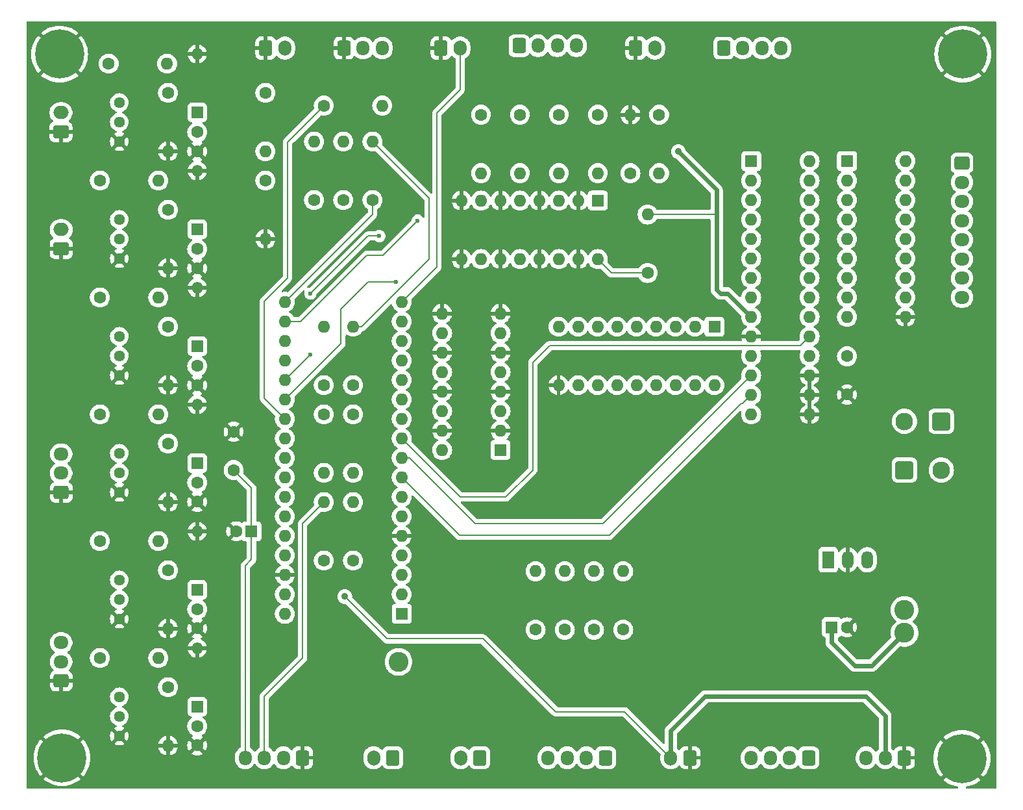
<source format=gbr>
%TF.GenerationSoftware,KiCad,Pcbnew,8.0.8-8.0.8-0~ubuntu24.04.1*%
%TF.CreationDate,2025-02-11T18:51:58+00:00*%
%TF.ProjectId,kicad-all-band-amp,6b696361-642d-4616-9c6c-2d62616e642d,rev?*%
%TF.SameCoordinates,Original*%
%TF.FileFunction,Copper,L2,Inr*%
%TF.FilePolarity,Positive*%
%FSLAX46Y46*%
G04 Gerber Fmt 4.6, Leading zero omitted, Abs format (unit mm)*
G04 Created by KiCad (PCBNEW 8.0.8-8.0.8-0~ubuntu24.04.1) date 2025-02-11 18:51:58*
%MOMM*%
%LPD*%
G01*
G04 APERTURE LIST*
G04 Aperture macros list*
%AMRoundRect*
0 Rectangle with rounded corners*
0 $1 Rounding radius*
0 $2 $3 $4 $5 $6 $7 $8 $9 X,Y pos of 4 corners*
0 Add a 4 corners polygon primitive as box body*
4,1,4,$2,$3,$4,$5,$6,$7,$8,$9,$2,$3,0*
0 Add four circle primitives for the rounded corners*
1,1,$1+$1,$2,$3*
1,1,$1+$1,$4,$5*
1,1,$1+$1,$6,$7*
1,1,$1+$1,$8,$9*
0 Add four rect primitives between the rounded corners*
20,1,$1+$1,$2,$3,$4,$5,0*
20,1,$1+$1,$4,$5,$6,$7,0*
20,1,$1+$1,$6,$7,$8,$9,0*
20,1,$1+$1,$8,$9,$2,$3,0*%
G04 Aperture macros list end*
%TA.AperFunction,ComponentPad*%
%ADD10R,1.600000X1.600000*%
%TD*%
%TA.AperFunction,ComponentPad*%
%ADD11O,1.600000X1.600000*%
%TD*%
%TA.AperFunction,ComponentPad*%
%ADD12C,1.440000*%
%TD*%
%TA.AperFunction,ComponentPad*%
%ADD13R,1.500000X1.500000*%
%TD*%
%TA.AperFunction,ComponentPad*%
%ADD14O,1.500000X1.500000*%
%TD*%
%TA.AperFunction,ComponentPad*%
%ADD15C,1.600000*%
%TD*%
%TA.AperFunction,ComponentPad*%
%ADD16RoundRect,0.250000X-0.600000X-0.725000X0.600000X-0.725000X0.600000X0.725000X-0.600000X0.725000X0*%
%TD*%
%TA.AperFunction,ComponentPad*%
%ADD17O,1.700000X1.950000*%
%TD*%
%TA.AperFunction,ComponentPad*%
%ADD18RoundRect,0.250000X0.750000X-0.600000X0.750000X0.600000X-0.750000X0.600000X-0.750000X-0.600000X0*%
%TD*%
%TA.AperFunction,ComponentPad*%
%ADD19O,2.000000X1.700000*%
%TD*%
%TA.AperFunction,ComponentPad*%
%ADD20RoundRect,0.250000X0.600000X0.750000X-0.600000X0.750000X-0.600000X-0.750000X0.600000X-0.750000X0*%
%TD*%
%TA.AperFunction,ComponentPad*%
%ADD21O,1.700000X2.000000*%
%TD*%
%TA.AperFunction,ComponentPad*%
%ADD22RoundRect,0.250000X0.725000X-0.600000X0.725000X0.600000X-0.725000X0.600000X-0.725000X-0.600000X0*%
%TD*%
%TA.AperFunction,ComponentPad*%
%ADD23O,1.950000X1.700000*%
%TD*%
%TA.AperFunction,ComponentPad*%
%ADD24RoundRect,0.250000X-0.600000X-0.750000X0.600000X-0.750000X0.600000X0.750000X-0.600000X0.750000X0*%
%TD*%
%TA.AperFunction,ComponentPad*%
%ADD25C,0.800000*%
%TD*%
%TA.AperFunction,ComponentPad*%
%ADD26C,6.400000*%
%TD*%
%TA.AperFunction,ComponentPad*%
%ADD27R,1.500000X2.300000*%
%TD*%
%TA.AperFunction,ComponentPad*%
%ADD28O,1.500000X2.300000*%
%TD*%
%TA.AperFunction,ComponentPad*%
%ADD29RoundRect,0.250000X0.600000X0.725000X-0.600000X0.725000X-0.600000X-0.725000X0.600000X-0.725000X0*%
%TD*%
%TA.AperFunction,ComponentPad*%
%ADD30C,2.600000*%
%TD*%
%TA.AperFunction,ComponentPad*%
%ADD31RoundRect,0.250000X-0.725000X0.600000X-0.725000X-0.600000X0.725000X-0.600000X0.725000X0.600000X0*%
%TD*%
%TA.AperFunction,ComponentPad*%
%ADD32RoundRect,0.250001X-0.899999X-0.899999X0.899999X-0.899999X0.899999X0.899999X-0.899999X0.899999X0*%
%TD*%
%TA.AperFunction,ComponentPad*%
%ADD33C,2.300000*%
%TD*%
%TA.AperFunction,ComponentPad*%
%ADD34RoundRect,0.250001X0.899999X0.899999X-0.899999X0.899999X-0.899999X-0.899999X0.899999X-0.899999X0*%
%TD*%
%TA.AperFunction,ViaPad*%
%ADD35C,0.900000*%
%TD*%
%TA.AperFunction,ViaPad*%
%ADD36C,0.600000*%
%TD*%
%TA.AperFunction,Conductor*%
%ADD37C,0.600000*%
%TD*%
%TA.AperFunction,Conductor*%
%ADD38C,0.200000*%
%TD*%
G04 APERTURE END LIST*
D10*
%TO.N,Net-(U2-GPB7)*%
%TO.C,U5*%
X162700000Y-83820000D03*
D11*
X160160000Y-83820000D03*
%TO.N,Net-(U2-GPB6)*%
X157620000Y-83820000D03*
X155080000Y-83820000D03*
%TO.N,Net-(U2-GPB5)*%
X152540000Y-83820000D03*
X150000000Y-83820000D03*
%TO.N,Net-(U2-GPB4)*%
X147460000Y-83820000D03*
X144920000Y-83820000D03*
%TO.N,VPP*%
X142380000Y-83820000D03*
%TO.N,GND*%
X142380000Y-91440000D03*
%TO.N,Net-(J13-Pin_4)*%
X144920000Y-91440000D03*
X147460000Y-91440000D03*
%TO.N,Net-(J13-Pin_3)*%
X150000000Y-91440000D03*
X152540000Y-91440000D03*
%TO.N,Net-(J13-Pin_2)*%
X155080000Y-91440000D03*
X157620000Y-91440000D03*
%TO.N,Net-(J13-Pin_1)*%
X160160000Y-91440000D03*
X162700000Y-91440000D03*
%TD*%
D12*
%TO.N,/RF_LEVEL*%
%TO.C,RV6*%
X85090000Y-54610000D03*
%TO.N,/A4*%
X85090000Y-57150000D03*
%TO.N,GND*%
X85090000Y-59690000D03*
%TD*%
D13*
%TO.N,/A4*%
%TO.C,D6*%
X95250000Y-55885000D03*
D14*
%TO.N,GND*%
X95250000Y-48265000D03*
%TD*%
D15*
%TO.N,Net-(J7-Pin_4)*%
%TO.C,R16*%
X147500000Y-56190000D03*
D11*
%TO.N,Net-(R16-Pad2)*%
X147500000Y-63810000D03*
%TD*%
D16*
%TO.N,GND*%
%TO.C,J6*%
X114380000Y-47500000D03*
D17*
%TO.N,/A2*%
X116880000Y-47500000D03*
%TO.N,+5V*%
X119380000Y-47500000D03*
%TD*%
D15*
%TO.N,/A4*%
%TO.C,C6*%
X95250000Y-58460000D03*
%TO.N,GND*%
X95250000Y-60960000D03*
%TD*%
%TO.N,/currrent*%
%TO.C,R5*%
X82550000Y-64770000D03*
D11*
%TO.N,/A5*%
X90170000Y-64770000D03*
%TD*%
D15*
%TO.N,+5V*%
%TO.C,C9*%
X100000000Y-102500000D03*
%TO.N,GND*%
X100000000Y-97500000D03*
%TD*%
D13*
%TO.N,/A6*%
%TO.C,D2*%
X95250000Y-86360000D03*
D14*
%TO.N,GND*%
X95250000Y-78740000D03*
%TD*%
D18*
%TO.N,GND*%
%TO.C,J4*%
X77470000Y-58420000D03*
D19*
%TO.N,/RF_LEVEL*%
X77470000Y-55920000D03*
%TD*%
D20*
%TO.N,Net-(A1-RXD2)*%
%TO.C,J14*%
X132100000Y-140000000D03*
D21*
%TO.N,Net-(A1-TXD2)*%
X129600000Y-140000000D03*
%TD*%
D15*
%TO.N,/A26*%
%TO.C,R8*%
X91440000Y-115570000D03*
D11*
%TO.N,GND*%
X91440000Y-123190000D03*
%TD*%
D22*
%TO.N,GND*%
%TO.C,J2*%
X77500000Y-105410000D03*
D23*
%TO.N,/REV2*%
X77500000Y-102910000D03*
%TO.N,/FWD2*%
X77500000Y-100410000D03*
%TD*%
D15*
%TO.N,/A5*%
%TO.C,C3*%
X95250000Y-73700000D03*
%TO.N,GND*%
X95250000Y-76200000D03*
%TD*%
D24*
%TO.N,GND*%
%TO.C,J17*%
X127040000Y-47500000D03*
D21*
%TO.N,/PWM*%
X129540000Y-47500000D03*
%TD*%
D25*
%TO.N,GND*%
%TO.C,H1*%
X192600000Y-140100000D03*
X193302944Y-138402944D03*
X193302944Y-141797056D03*
X195000000Y-137700000D03*
D26*
X195000000Y-140100000D03*
D25*
X195000000Y-142500000D03*
X196697056Y-138402944D03*
X196697056Y-141797056D03*
X197400000Y-140100000D03*
%TD*%
D13*
%TO.N,/A7*%
%TO.C,D1*%
X95250000Y-101605000D03*
D14*
%TO.N,GND*%
X95250000Y-93985000D03*
%TD*%
D16*
%TO.N,Net-(J7-Pin_1)*%
%TO.C,J7*%
X137220000Y-47200000D03*
D17*
%TO.N,Net-(J7-Pin_2)*%
X139720000Y-47200000D03*
%TO.N,Net-(J7-Pin_3)*%
X142220000Y-47200000D03*
%TO.N,Net-(J7-Pin_4)*%
X144720000Y-47200000D03*
%TD*%
D27*
%TO.N,VD*%
%TO.C,U6*%
X177553000Y-114207500D03*
D28*
%TO.N,GND*%
X180093000Y-114207500D03*
%TO.N,+5F*%
X182633000Y-114207500D03*
%TD*%
D15*
%TO.N,/D8*%
%TO.C,R30*%
X115570000Y-95250000D03*
D11*
%TO.N,+5V*%
X115570000Y-102870000D03*
%TD*%
D10*
%TO.N,Net-(U2-GPA7)*%
%TO.C,U4*%
X180000000Y-62230000D03*
D11*
%TO.N,Net-(U2-GPA6)*%
X180000000Y-64770000D03*
%TO.N,Net-(U2-GPA5)*%
X180000000Y-67310000D03*
%TO.N,Net-(U2-GPA4)*%
X180000000Y-69850000D03*
%TO.N,Net-(U2-GPA3)*%
X180000000Y-72390000D03*
%TO.N,Net-(U2-GPA2)*%
X180000000Y-74930000D03*
%TO.N,Net-(U2-GPA1)*%
X180000000Y-77470000D03*
%TO.N,Net-(U2-GPA0)*%
X180000000Y-80010000D03*
%TO.N,VCC*%
X180000000Y-82550000D03*
%TO.N,GND*%
X187620000Y-82550000D03*
%TO.N,Net-(J11-Pin_8)*%
X187620000Y-80010000D03*
%TO.N,Net-(J11-Pin_7)*%
X187620000Y-77470000D03*
%TO.N,Net-(J11-Pin_6)*%
X187620000Y-74930000D03*
%TO.N,Net-(J11-Pin_5)*%
X187620000Y-72390000D03*
%TO.N,Net-(J11-Pin_4)*%
X187620000Y-69850000D03*
%TO.N,Net-(J11-Pin_3)*%
X187620000Y-67310000D03*
%TO.N,Net-(J11-Pin_2)*%
X187620000Y-64770000D03*
%TO.N,Net-(J11-Pin_1)*%
X187620000Y-62230000D03*
%TD*%
D15*
%TO.N,Net-(J7-Pin_1)*%
%TO.C,R19*%
X132260000Y-56190000D03*
D11*
%TO.N,Net-(R19-Pad2)*%
X132260000Y-63810000D03*
%TD*%
D13*
%TO.N,/A5*%
%TO.C,D3*%
X95250000Y-71120000D03*
D14*
%TO.N,GND*%
X95250000Y-63500000D03*
%TD*%
D29*
%TO.N,GND*%
%TO.C,J19*%
X187500000Y-140000000D03*
D17*
%TO.N,VCC*%
X185000000Y-140000000D03*
%TO.N,+5F*%
X182500000Y-140000000D03*
%TD*%
D15*
%TO.N,/D12*%
%TO.C,R20*%
X154000000Y-76810000D03*
D11*
%TO.N,+5V*%
X154000000Y-69190000D03*
%TD*%
D29*
%TO.N,Net-(J13-Pin_1)*%
%TO.C,J13*%
X175000000Y-140000000D03*
D17*
%TO.N,Net-(J13-Pin_2)*%
X172500000Y-140000000D03*
%TO.N,Net-(J13-Pin_3)*%
X170000000Y-140000000D03*
%TO.N,Net-(J13-Pin_4)*%
X167500000Y-140000000D03*
%TD*%
D29*
%TO.N,GND*%
%TO.C,J9*%
X109000000Y-140000000D03*
D17*
%TO.N,/SDA*%
X106500000Y-140000000D03*
%TO.N,/SCL*%
X104000000Y-140000000D03*
%TO.N,+5V*%
X101500000Y-140000000D03*
%TD*%
D30*
%TO.N,Net-(A1-UDPI)*%
%TO.C,J18*%
X121500000Y-127500000D03*
%TD*%
D15*
%TO.N,/D9*%
%TO.C,R31*%
X111760000Y-95250000D03*
D11*
%TO.N,+5V*%
X111760000Y-102870000D03*
%TD*%
D15*
%TO.N,/A11*%
%TO.C,R14*%
X104140000Y-64770000D03*
D11*
%TO.N,GND*%
X104140000Y-72390000D03*
%TD*%
D15*
%TO.N,/RF_LEVEL*%
%TO.C,R11*%
X83690000Y-49530000D03*
D11*
%TO.N,/A4*%
X91310000Y-49530000D03*
%TD*%
D15*
%TO.N,/D23*%
%TO.C,R21*%
X118110000Y-67310000D03*
D11*
%TO.N,+5V*%
X118110000Y-59690000D03*
%TD*%
D15*
%TO.N,/A24*%
%TO.C,R10*%
X91440000Y-130810000D03*
D11*
%TO.N,GND*%
X91440000Y-138430000D03*
%TD*%
D15*
%TO.N,Net-(J10-Pin_2)*%
%TO.C,R28*%
X147000000Y-123310000D03*
D11*
%TO.N,Net-(R28-Pad2)*%
X147000000Y-115690000D03*
%TD*%
D24*
%TO.N,GND*%
%TO.C,J16*%
X152440000Y-47500000D03*
D21*
%TO.N,Net-(J16-Pin_2)*%
X154940000Y-47500000D03*
%TD*%
D15*
%TO.N,/A2*%
%TO.C,R15*%
X111760000Y-55000000D03*
D11*
%TO.N,+5V*%
X119380000Y-55000000D03*
%TD*%
D20*
%TO.N,GND*%
%TO.C,J8*%
X159500000Y-140000000D03*
D21*
%TO.N,VCC*%
X157000000Y-140000000D03*
%TD*%
D13*
%TO.N,/A26*%
%TO.C,D4*%
X95250000Y-118115000D03*
D14*
%TO.N,GND*%
X95250000Y-110495000D03*
%TD*%
D15*
%TO.N,/A26*%
%TO.C,C4*%
X95250000Y-120650000D03*
%TO.N,GND*%
X95250000Y-123150000D03*
%TD*%
D12*
%TO.N,/currrent*%
%TO.C,RV3*%
X85090000Y-69850000D03*
%TO.N,/A5*%
X85090000Y-72390000D03*
%TO.N,GND*%
X85090000Y-74930000D03*
%TD*%
D31*
%TO.N,Net-(J11-Pin_1)*%
%TO.C,J11*%
X195000000Y-62500000D03*
D23*
%TO.N,Net-(J11-Pin_2)*%
X195000000Y-65000000D03*
%TO.N,Net-(J11-Pin_3)*%
X195000000Y-67500000D03*
%TO.N,Net-(J11-Pin_4)*%
X195000000Y-70000000D03*
%TO.N,Net-(J11-Pin_5)*%
X195000000Y-72500000D03*
%TO.N,Net-(J11-Pin_6)*%
X195000000Y-75000000D03*
%TO.N,Net-(J11-Pin_7)*%
X195000000Y-77500000D03*
%TO.N,Net-(J11-Pin_8)*%
X195000000Y-80000000D03*
%TD*%
D10*
%TO.N,Net-(R16-Pad2)*%
%TO.C,U1*%
X147500000Y-67380000D03*
D11*
%TO.N,GND*%
X144960000Y-67380000D03*
%TO.N,Net-(R17-Pad2)*%
X142420000Y-67380000D03*
%TO.N,GND*%
X139880000Y-67380000D03*
%TO.N,Net-(R18-Pad2)*%
X137340000Y-67380000D03*
%TO.N,GND*%
X134800000Y-67380000D03*
%TO.N,Net-(R19-Pad2)*%
X132260000Y-67380000D03*
%TO.N,GND*%
X129720000Y-67380000D03*
X129720000Y-75000000D03*
%TO.N,/D15*%
X132260000Y-75000000D03*
%TO.N,GND*%
X134800000Y-75000000D03*
%TO.N,/D14*%
X137340000Y-75000000D03*
%TO.N,GND*%
X139880000Y-75000000D03*
%TO.N,/D23*%
X142420000Y-75000000D03*
%TO.N,GND*%
X144960000Y-75000000D03*
%TO.N,/D12*%
X147500000Y-75000000D03*
%TD*%
D15*
%TO.N,/50V_IN*%
%TO.C,R13*%
X104140000Y-53340000D03*
D11*
%TO.N,/A11*%
X104140000Y-60960000D03*
%TD*%
D15*
%TO.N,/A6*%
%TO.C,R4*%
X91440000Y-83820000D03*
D11*
%TO.N,GND*%
X91440000Y-91440000D03*
%TD*%
D15*
%TO.N,Net-(J10-Pin_4)*%
%TO.C,R26*%
X139380000Y-123310000D03*
D11*
%TO.N,Net-(R26-Pad2)*%
X139380000Y-115690000D03*
%TD*%
D12*
%TO.N,/REV2*%
%TO.C,RV2*%
X85090000Y-85090000D03*
%TO.N,/A6*%
X85090000Y-87630000D03*
%TO.N,GND*%
X85090000Y-90170000D03*
%TD*%
D15*
%TO.N,/A24*%
%TO.C,C5*%
X95250000Y-135890000D03*
%TO.N,GND*%
X95250000Y-138390000D03*
%TD*%
D20*
%TO.N,Net-(A1-RXD0)*%
%TO.C,J15*%
X120750000Y-140000000D03*
D21*
%TO.N,Net-(A1-TXD0)*%
X118250000Y-140000000D03*
%TD*%
D25*
%TO.N,GND*%
%TO.C,H2*%
X75200000Y-140000000D03*
X75902944Y-138302944D03*
X75902944Y-141697056D03*
X77600000Y-137600000D03*
D26*
X77600000Y-140000000D03*
D25*
X77600000Y-142400000D03*
X79297056Y-138302944D03*
X79297056Y-141697056D03*
X80000000Y-140000000D03*
%TD*%
D15*
%TO.N,/REV2*%
%TO.C,R3*%
X82550000Y-80010000D03*
D11*
%TO.N,/A6*%
X90170000Y-80010000D03*
%TD*%
D16*
%TO.N,Net-(J12-Pin_1)*%
%TO.C,J12*%
X163910000Y-47500000D03*
D17*
%TO.N,Net-(J12-Pin_2)*%
X166410000Y-47500000D03*
%TO.N,Net-(J12-Pin_3)*%
X168910000Y-47500000D03*
%TO.N,Net-(J12-Pin_4)*%
X171410000Y-47500000D03*
%TD*%
D15*
%TO.N,/A7*%
%TO.C,C1*%
X95250000Y-104140000D03*
%TO.N,GND*%
X95250000Y-106640000D03*
%TD*%
D24*
%TO.N,GND*%
%TO.C,J5*%
X104180000Y-47500000D03*
D21*
%TO.N,/50V_IN*%
X106680000Y-47500000D03*
%TD*%
D25*
%TO.N,GND*%
%TO.C,H3*%
X192700000Y-48302944D03*
X193402944Y-46605888D03*
X193402944Y-50000000D03*
X195100000Y-45902944D03*
D26*
X195100000Y-48302944D03*
D25*
X195100000Y-50702944D03*
X196797056Y-46605888D03*
X196797056Y-50000000D03*
X197500000Y-48302944D03*
%TD*%
D15*
%TO.N,/D14*%
%TO.C,R22*%
X114300000Y-67310000D03*
D11*
%TO.N,+5V*%
X114300000Y-59690000D03*
%TD*%
D15*
%TO.N,/A7*%
%TO.C,R2*%
X91440000Y-99060000D03*
D11*
%TO.N,GND*%
X91440000Y-106680000D03*
%TD*%
D15*
%TO.N,Net-(J16-Pin_2)*%
%TO.C,R34*%
X155500000Y-56190000D03*
D11*
%TO.N,/D13*%
X155500000Y-63810000D03*
%TD*%
%TO.N,+5V*%
%TO.C,R33*%
X111760000Y-83820000D03*
D15*
%TO.N,/D11*%
X111760000Y-91440000D03*
%TD*%
%TO.N,/A5*%
%TO.C,R6*%
X91440000Y-68580000D03*
D11*
%TO.N,GND*%
X91440000Y-76200000D03*
%TD*%
D15*
%TO.N,Net-(J7-Pin_2)*%
%TO.C,R18*%
X137340000Y-56190000D03*
D11*
%TO.N,Net-(R18-Pad2)*%
X137340000Y-63810000D03*
%TD*%
D12*
%TO.N,/REV1*%
%TO.C,RV4*%
X85090000Y-116840000D03*
%TO.N,/A26*%
X85090000Y-119380000D03*
%TO.N,GND*%
X85090000Y-121920000D03*
%TD*%
D15*
%TO.N,/D15*%
%TO.C,R23*%
X110490000Y-67310000D03*
D11*
%TO.N,+5V*%
X110490000Y-59690000D03*
%TD*%
D15*
%TO.N,/FWD2*%
%TO.C,R1*%
X82550000Y-95250000D03*
D11*
%TO.N,/A7*%
X90170000Y-95250000D03*
%TD*%
D15*
%TO.N,/A4*%
%TO.C,R12*%
X91440000Y-53340000D03*
D11*
%TO.N,GND*%
X91440000Y-60960000D03*
%TD*%
D22*
%TO.N,GND*%
%TO.C,J1*%
X77500000Y-130000000D03*
D23*
%TO.N,/REV1*%
X77500000Y-127500000D03*
%TO.N,/FWD1*%
X77500000Y-125000000D03*
%TD*%
D13*
%TO.N,/A24*%
%TO.C,D5*%
X95250000Y-133350000D03*
D14*
%TO.N,GND*%
X95250000Y-125730000D03*
%TD*%
D15*
%TO.N,Net-(J10-Pin_3)*%
%TO.C,R27*%
X143190000Y-123310000D03*
D11*
%TO.N,Net-(R27-Pad2)*%
X143190000Y-115690000D03*
%TD*%
D15*
%TO.N,/FWD1*%
%TO.C,R9*%
X82550000Y-127000000D03*
D11*
%TO.N,/A24*%
X90170000Y-127000000D03*
%TD*%
D10*
%TO.N,Net-(R26-Pad2)*%
%TO.C,U3*%
X134810000Y-99890000D03*
D11*
%TO.N,GND*%
X134810000Y-97350000D03*
%TO.N,Net-(R27-Pad2)*%
X134810000Y-94810000D03*
%TO.N,GND*%
X134810000Y-92270000D03*
%TO.N,Net-(R28-Pad2)*%
X134810000Y-89730000D03*
%TO.N,GND*%
X134810000Y-87190000D03*
%TO.N,Net-(R29-Pad2)*%
X134810000Y-84650000D03*
%TO.N,GND*%
X134810000Y-82110000D03*
X127190000Y-82110000D03*
%TO.N,/D11*%
X127190000Y-84650000D03*
%TO.N,GND*%
X127190000Y-87190000D03*
%TO.N,/D10*%
X127190000Y-89730000D03*
%TO.N,GND*%
X127190000Y-92270000D03*
%TO.N,/D9*%
X127190000Y-94810000D03*
%TO.N,GND*%
X127190000Y-97350000D03*
%TO.N,/D8*%
X127190000Y-99890000D03*
%TD*%
D15*
%TO.N,Net-(J10-Pin_1)*%
%TO.C,R29*%
X150810000Y-123310000D03*
D11*
%TO.N,Net-(R29-Pad2)*%
X150810000Y-115690000D03*
%TD*%
D10*
%TO.N,Net-(A1-UDPI)*%
%TO.C,A1*%
X121920000Y-121250000D03*
D11*
%TO.N,Net-(A1-TXD0)*%
X121920000Y-118710000D03*
%TO.N,Net-(A1-RXD0)*%
X121920000Y-116170000D03*
%TO.N,unconnected-(A1-RST_D26-Pad4)*%
X121920000Y-113630000D03*
%TO.N,GND*%
X121920000Y-111090000D03*
%TO.N,Net-(A1-TXD2)*%
X121920000Y-108550000D03*
%TO.N,Net-(A1-RXD2)*%
X121920000Y-106010000D03*
%TO.N,/SDA*%
X121920000Y-103470000D03*
%TO.N,/SCL*%
X121920000Y-100930000D03*
%TO.N,/D6*%
X121920000Y-98390000D03*
%TO.N,/D7*%
X121920000Y-95850000D03*
%TO.N,/D8*%
X121920000Y-93310000D03*
%TO.N,/D9*%
X121920000Y-90770000D03*
%TO.N,/D10*%
X121920000Y-88230000D03*
%TO.N,/D11*%
X121920000Y-85690000D03*
%TO.N,/D12*%
X121920000Y-83150000D03*
%TO.N,/PWM*%
X121920000Y-80610000D03*
%TO.N,/A24*%
X106680000Y-121250000D03*
%TO.N,VCC*%
X106680000Y-118710000D03*
%TO.N,GND*%
X106680000Y-116170000D03*
%TO.N,/A26*%
X106680000Y-113630000D03*
%TO.N,+5V*%
X106680000Y-111090000D03*
%TO.N,/A7*%
X106680000Y-108550000D03*
%TO.N,/A6*%
X106680000Y-106010000D03*
%TO.N,/A5*%
X106680000Y-103470000D03*
%TO.N,/A4*%
X106680000Y-100930000D03*
%TO.N,unconnected-(A1-D17{slash}A3-Pad27)*%
X106680000Y-98390000D03*
%TO.N,/A2*%
X106680000Y-95850000D03*
%TO.N,/D15*%
X106680000Y-93310000D03*
%TO.N,/D14*%
X106680000Y-90770000D03*
%TO.N,/A11*%
X106680000Y-88230000D03*
%TO.N,unconnected-(A1-+3.3v-Pad32)*%
X106680000Y-85690000D03*
%TO.N,/D13*%
X106680000Y-83150000D03*
%TO.N,/D23*%
X106680000Y-80610000D03*
%TD*%
D15*
%TO.N,+5V*%
%TO.C,R24*%
X115570000Y-114300000D03*
D11*
%TO.N,/SDA*%
X115570000Y-106680000D03*
%TD*%
D15*
%TO.N,/REV1*%
%TO.C,R7*%
X82550000Y-111760000D03*
D11*
%TO.N,/A26*%
X90170000Y-111760000D03*
%TD*%
D18*
%TO.N,GND*%
%TO.C,J3*%
X77500000Y-73660000D03*
D19*
%TO.N,/currrent*%
X77500000Y-71160000D03*
%TD*%
D29*
%TO.N,Net-(J10-Pin_1)*%
%TO.C,J10*%
X148500000Y-140000000D03*
D17*
%TO.N,Net-(J10-Pin_2)*%
X146000000Y-140000000D03*
%TO.N,Net-(J10-Pin_3)*%
X143500000Y-140000000D03*
%TO.N,Net-(J10-Pin_4)*%
X141000000Y-140000000D03*
%TD*%
D15*
%TO.N,/D13*%
%TO.C,R35*%
X151750000Y-63810000D03*
D11*
%TO.N,GND*%
X151750000Y-56190000D03*
%TD*%
D15*
%TO.N,/D10*%
%TO.C,R32*%
X115570000Y-91440000D03*
D11*
%TO.N,+5V*%
X115570000Y-83820000D03*
%TD*%
D15*
%TO.N,GND*%
%TO.C,C8*%
X180000000Y-92670000D03*
%TO.N,+5V*%
X180000000Y-87670000D03*
%TD*%
D32*
%TO.N,+5F*%
%TO.C,JP2*%
X187500000Y-102500000D03*
D33*
%TO.N,VPP*%
X192300000Y-102500000D03*
%TD*%
D34*
%TO.N,VCC*%
%TO.C,JP1*%
X192300000Y-96150000D03*
D33*
%TO.N,VPP*%
X187500000Y-96150000D03*
%TD*%
D10*
%TO.N,VD*%
%TO.C,C10*%
X178000000Y-123000000D03*
D15*
%TO.N,GND*%
X180000000Y-123000000D03*
%TD*%
%TO.N,/A6*%
%TO.C,C2*%
X95250000Y-88940000D03*
%TO.N,GND*%
X95250000Y-91440000D03*
%TD*%
D10*
%TO.N,+5V*%
%TO.C,C7*%
X102330000Y-110490000D03*
D15*
%TO.N,GND*%
X100330000Y-110490000D03*
%TD*%
D30*
%TO.N,VD*%
%TO.C,L1*%
X187500000Y-123722500D03*
%TO.N,VCC*%
X187500000Y-120722500D03*
%TD*%
D12*
%TO.N,/FWD2*%
%TO.C,RV1*%
X85090000Y-100330000D03*
%TO.N,/A7*%
X85090000Y-102870000D03*
%TO.N,GND*%
X85090000Y-105410000D03*
%TD*%
D15*
%TO.N,Net-(J7-Pin_3)*%
%TO.C,R17*%
X142420000Y-56190000D03*
D11*
%TO.N,Net-(R17-Pad2)*%
X142420000Y-63810000D03*
%TD*%
D15*
%TO.N,+5V*%
%TO.C,R25*%
X111760000Y-114300000D03*
D11*
%TO.N,/SCL*%
X111760000Y-106680000D03*
%TD*%
D25*
%TO.N,GND*%
%TO.C,H4*%
X74897056Y-48302944D03*
X75600000Y-46605888D03*
X75600000Y-50000000D03*
X77297056Y-45902944D03*
D26*
X77297056Y-48302944D03*
D25*
X77297056Y-50702944D03*
X78994112Y-46605888D03*
X78994112Y-50000000D03*
X79697056Y-48302944D03*
%TD*%
D12*
%TO.N,/FWD1*%
%TO.C,RV5*%
X85090000Y-132080000D03*
%TO.N,/A24*%
X85090000Y-134620000D03*
%TO.N,GND*%
X85090000Y-137160000D03*
%TD*%
D10*
%TO.N,Net-(J12-Pin_4)*%
%TO.C,U2*%
X167500000Y-62230000D03*
D11*
%TO.N,Net-(J12-Pin_3)*%
X167500000Y-64770000D03*
%TO.N,Net-(J12-Pin_2)*%
X167500000Y-67310000D03*
%TO.N,Net-(J12-Pin_1)*%
X167500000Y-69850000D03*
%TO.N,Net-(U2-GPB4)*%
X167500000Y-72390000D03*
%TO.N,Net-(U2-GPB5)*%
X167500000Y-74930000D03*
%TO.N,Net-(U2-GPB6)*%
X167500000Y-77470000D03*
%TO.N,Net-(U2-GPB7)*%
X167500000Y-80010000D03*
%TO.N,+5V*%
X167500000Y-82550000D03*
%TO.N,GND*%
X167500000Y-85090000D03*
%TO.N,unconnected-(U2-NC-Pad11)*%
X167500000Y-87630000D03*
%TO.N,/SCL*%
X167500000Y-90170000D03*
%TO.N,/SDA*%
X167500000Y-92710000D03*
%TO.N,unconnected-(U2-NC-Pad14)*%
X167500000Y-95250000D03*
%TO.N,GND*%
X175120000Y-95250000D03*
X175120000Y-92710000D03*
X175120000Y-90170000D03*
%TO.N,+5V*%
X175120000Y-87630000D03*
%TO.N,/D6*%
X175120000Y-85090000D03*
%TO.N,unconnected-(U2-INTA-Pad20)*%
X175120000Y-82550000D03*
%TO.N,Net-(U2-GPA0)*%
X175120000Y-80010000D03*
%TO.N,Net-(U2-GPA1)*%
X175120000Y-77470000D03*
%TO.N,Net-(U2-GPA2)*%
X175120000Y-74930000D03*
%TO.N,Net-(U2-GPA3)*%
X175120000Y-72390000D03*
%TO.N,Net-(U2-GPA4)*%
X175120000Y-69850000D03*
%TO.N,Net-(U2-GPA5)*%
X175120000Y-67310000D03*
%TO.N,Net-(U2-GPA6)*%
X175120000Y-64770000D03*
%TO.N,Net-(U2-GPA7)*%
X175120000Y-62230000D03*
%TD*%
D35*
%TO.N,GND*%
X129500000Y-97500000D03*
X124500000Y-98500000D03*
X165000000Y-84500000D03*
X124500000Y-90000000D03*
X124500000Y-87000000D03*
X124500000Y-83000000D03*
X137500000Y-90000000D03*
X137500000Y-72500000D03*
X136000000Y-108000000D03*
%TO.N,VCC*%
X114500000Y-119000000D03*
%TO.N,+5V*%
X158000000Y-61000000D03*
D36*
%TO.N,/D13*%
X124000000Y-70000000D03*
%TO.N,/D14*%
X109975000Y-87475000D03*
X110000000Y-79500000D03*
%TO.N,/D15*%
X121180000Y-78000000D03*
%TO.N,/D14*%
X119000000Y-72000000D03*
%TD*%
D37*
%TO.N,+5V*%
X167500000Y-82550000D02*
X164450000Y-79500000D01*
X164450000Y-79500000D02*
X163500000Y-79500000D01*
X163500000Y-79500000D02*
X163000000Y-79000000D01*
X163000000Y-79000000D02*
X163000000Y-69000000D01*
D38*
%TO.N,/D12*%
X154000000Y-76810000D02*
X149310000Y-76810000D01*
X149310000Y-76810000D02*
X147500000Y-75000000D01*
D37*
%TO.N,+5V*%
X163000000Y-69000000D02*
X163000000Y-66000000D01*
D38*
X154000000Y-69190000D02*
X162810000Y-69190000D01*
X162810000Y-69190000D02*
X163000000Y-69000000D01*
X118110000Y-59690000D02*
X125500000Y-67080000D01*
X116680000Y-83820000D02*
X115570000Y-83820000D01*
X125500000Y-67080000D02*
X125500000Y-75000000D01*
X125500000Y-75000000D02*
X116680000Y-83820000D01*
D37*
X163000000Y-66000000D02*
X158000000Y-61000000D01*
%TO.N,VCC*%
X185000000Y-140000000D02*
X185000000Y-134500000D01*
X185000000Y-134500000D02*
X182500000Y-132000000D01*
X157000000Y-136500000D02*
X157000000Y-140000000D01*
X182500000Y-132000000D02*
X161500000Y-132000000D01*
X161500000Y-132000000D02*
X157000000Y-136500000D01*
D38*
%TO.N,/D6*%
X139000000Y-102500000D02*
X135500000Y-106000000D01*
X139000000Y-88500000D02*
X139000000Y-102500000D01*
X175120000Y-85090000D02*
X173920000Y-86290000D01*
X173920000Y-86290000D02*
X141210000Y-86290000D01*
X141210000Y-86290000D02*
X139000000Y-88500000D01*
X135500000Y-106000000D02*
X129530000Y-106000000D01*
X129530000Y-106000000D02*
X121920000Y-98390000D01*
%TO.N,VCC*%
X114500000Y-119000000D02*
X120000000Y-124500000D01*
X120000000Y-124500000D02*
X132500000Y-124500000D01*
X132500000Y-124500000D02*
X142000000Y-134000000D01*
X142000000Y-134000000D02*
X151000000Y-134000000D01*
X151000000Y-134000000D02*
X157000000Y-140000000D01*
%TO.N,/SDA*%
X167500000Y-92710000D02*
X166400000Y-93810000D01*
X166400000Y-93810000D02*
X166190000Y-93810000D01*
X166190000Y-93810000D02*
X149000000Y-111000000D01*
X149000000Y-111000000D02*
X129450000Y-111000000D01*
X129450000Y-111000000D02*
X121920000Y-103470000D01*
%TO.N,/SCL*%
X121920000Y-100930000D02*
X122930000Y-100930000D01*
X122930000Y-100930000D02*
X131500000Y-109500000D01*
X131500000Y-109500000D02*
X148170000Y-109500000D01*
X148170000Y-109500000D02*
X167500000Y-90170000D01*
%TO.N,/D13*%
X119500000Y-74500000D02*
X124000000Y-70000000D01*
X106680000Y-83150000D02*
X108698529Y-83150000D01*
X108698529Y-83150000D02*
X117348529Y-74500000D01*
X117348529Y-74500000D02*
X119500000Y-74500000D01*
%TO.N,/PWM*%
X129540000Y-47500000D02*
X129540000Y-52960000D01*
X129540000Y-52960000D02*
X126500000Y-56000000D01*
X126500000Y-56000000D02*
X126500000Y-76030000D01*
X126500000Y-76030000D02*
X121920000Y-80610000D01*
%TO.N,/D14*%
X109975000Y-87475000D02*
X110000000Y-87450000D01*
%TO.N,/D15*%
X114000000Y-85990000D02*
X114000000Y-81500000D01*
X106680000Y-93310000D02*
X114000000Y-85990000D01*
X114000000Y-81500000D02*
X117500000Y-78000000D01*
X117500000Y-78000000D02*
X121180000Y-78000000D01*
%TO.N,/D14*%
X106680000Y-90770000D02*
X109975000Y-87475000D01*
X110000000Y-79500000D02*
X117500000Y-72000000D01*
X117500000Y-72000000D02*
X119000000Y-72000000D01*
%TO.N,/D23*%
X118110000Y-67310000D02*
X118110000Y-69180000D01*
X118110000Y-69180000D02*
X106680000Y-80610000D01*
X106680000Y-80610000D02*
X106680000Y-79820000D01*
%TO.N,/A2*%
X111760000Y-55000000D02*
X107000000Y-59760000D01*
X107000000Y-59760000D02*
X107000000Y-77500000D01*
X107000000Y-77500000D02*
X104000000Y-80500000D01*
X104000000Y-80500000D02*
X104000000Y-93170000D01*
X104000000Y-93170000D02*
X106680000Y-95850000D01*
%TO.N,/SCL*%
X111760000Y-106680000D02*
X109000000Y-109440000D01*
X104000000Y-132000000D02*
X104000000Y-140000000D01*
X109000000Y-109440000D02*
X109000000Y-127000000D01*
X109000000Y-127000000D02*
X104000000Y-132000000D01*
%TO.N,+5V*%
X101500000Y-140000000D02*
X101500000Y-115000000D01*
X101500000Y-115000000D02*
X102330000Y-114170000D01*
X102330000Y-114170000D02*
X102330000Y-110490000D01*
X102330000Y-110490000D02*
X102330000Y-104830000D01*
X102330000Y-104830000D02*
X100000000Y-102500000D01*
D37*
%TO.N,VD*%
X183222500Y-128000000D02*
X181000000Y-128000000D01*
X187500000Y-123722500D02*
X183222500Y-128000000D01*
X178000000Y-125000000D02*
X178000000Y-123000000D01*
X181000000Y-128000000D02*
X178000000Y-125000000D01*
%TD*%
%TA.AperFunction,Conductor*%
%TO.N,GND*%
G36*
X166282289Y-86910185D02*
G01*
X166328044Y-86962989D01*
X166337988Y-87032147D01*
X166327632Y-87066905D01*
X166273262Y-87183502D01*
X166273258Y-87183511D01*
X166214366Y-87403302D01*
X166214364Y-87403313D01*
X166194532Y-87629998D01*
X166194532Y-87630001D01*
X166214364Y-87856686D01*
X166214366Y-87856697D01*
X166273258Y-88076488D01*
X166273261Y-88076497D01*
X166369431Y-88282732D01*
X166369432Y-88282734D01*
X166499954Y-88469141D01*
X166660858Y-88630045D01*
X166660861Y-88630047D01*
X166847266Y-88760568D01*
X166905275Y-88787618D01*
X166957714Y-88833791D01*
X166976866Y-88900984D01*
X166956650Y-88967865D01*
X166905275Y-89012381D01*
X166894638Y-89017342D01*
X166847267Y-89039431D01*
X166847265Y-89039432D01*
X166660858Y-89169954D01*
X166499954Y-89330858D01*
X166369432Y-89517265D01*
X166369431Y-89517267D01*
X166273261Y-89723502D01*
X166273258Y-89723511D01*
X166214366Y-89943302D01*
X166214364Y-89943313D01*
X166194532Y-90169998D01*
X166194532Y-90170001D01*
X166214364Y-90396686D01*
X166214366Y-90396697D01*
X166240152Y-90492931D01*
X166238489Y-90562781D01*
X166208058Y-90612705D01*
X147957584Y-108863181D01*
X147896261Y-108896666D01*
X147869903Y-108899500D01*
X131800097Y-108899500D01*
X131733058Y-108879815D01*
X131712416Y-108863181D01*
X129661416Y-106812181D01*
X129627931Y-106750858D01*
X129632915Y-106681166D01*
X129674787Y-106625233D01*
X129740251Y-106600816D01*
X129749097Y-106600500D01*
X135413331Y-106600500D01*
X135413347Y-106600501D01*
X135420943Y-106600501D01*
X135579054Y-106600501D01*
X135579057Y-106600501D01*
X135731785Y-106559577D01*
X135781904Y-106530639D01*
X135868716Y-106480520D01*
X135980520Y-106368716D01*
X135980520Y-106368714D01*
X135990728Y-106358507D01*
X135990730Y-106358504D01*
X139358506Y-102990728D01*
X139358511Y-102990724D01*
X139368714Y-102980520D01*
X139368716Y-102980520D01*
X139480520Y-102868716D01*
X139559577Y-102731784D01*
X139600500Y-102579057D01*
X139600500Y-91189999D01*
X141101127Y-91189999D01*
X141101128Y-91190000D01*
X142064314Y-91190000D01*
X142059920Y-91194394D01*
X142007259Y-91285606D01*
X141980000Y-91387339D01*
X141980000Y-91492661D01*
X142007259Y-91594394D01*
X142059920Y-91685606D01*
X142064314Y-91690000D01*
X141101128Y-91690000D01*
X141153730Y-91886317D01*
X141153734Y-91886326D01*
X141249865Y-92092482D01*
X141380342Y-92278820D01*
X141541179Y-92439657D01*
X141727517Y-92570134D01*
X141933673Y-92666265D01*
X141933682Y-92666269D01*
X142129999Y-92718872D01*
X142130000Y-92718871D01*
X142130000Y-91755686D01*
X142134394Y-91760080D01*
X142225606Y-91812741D01*
X142327339Y-91840000D01*
X142432661Y-91840000D01*
X142534394Y-91812741D01*
X142625606Y-91760080D01*
X142630000Y-91755686D01*
X142630000Y-92718872D01*
X142826317Y-92666269D01*
X142826326Y-92666265D01*
X143032482Y-92570134D01*
X143218820Y-92439657D01*
X143379657Y-92278820D01*
X143510132Y-92092484D01*
X143537341Y-92034134D01*
X143583513Y-91981695D01*
X143650707Y-91962542D01*
X143717588Y-91982757D01*
X143762105Y-92034132D01*
X143772893Y-92057266D01*
X143789431Y-92092732D01*
X143789432Y-92092734D01*
X143919954Y-92279141D01*
X144080858Y-92440045D01*
X144109356Y-92459999D01*
X144267266Y-92570568D01*
X144473504Y-92666739D01*
X144473509Y-92666740D01*
X144473511Y-92666741D01*
X144500132Y-92673874D01*
X144693308Y-92725635D01*
X144855230Y-92739801D01*
X144919998Y-92745468D01*
X144920000Y-92745468D01*
X144920002Y-92745468D01*
X144976673Y-92740509D01*
X145146692Y-92725635D01*
X145366496Y-92666739D01*
X145572734Y-92570568D01*
X145759139Y-92440047D01*
X145920047Y-92279139D01*
X146050568Y-92092734D01*
X146077618Y-92034724D01*
X146123790Y-91982285D01*
X146190983Y-91963133D01*
X146257865Y-91983348D01*
X146302381Y-92034724D01*
X146312892Y-92057265D01*
X146329429Y-92092728D01*
X146329432Y-92092734D01*
X146459954Y-92279141D01*
X146620858Y-92440045D01*
X146649356Y-92459999D01*
X146807266Y-92570568D01*
X147013504Y-92666739D01*
X147013509Y-92666740D01*
X147013511Y-92666741D01*
X147040132Y-92673874D01*
X147233308Y-92725635D01*
X147395230Y-92739801D01*
X147459998Y-92745468D01*
X147460000Y-92745468D01*
X147460002Y-92745468D01*
X147516673Y-92740509D01*
X147686692Y-92725635D01*
X147906496Y-92666739D01*
X148112734Y-92570568D01*
X148299139Y-92440047D01*
X148460047Y-92279139D01*
X148590568Y-92092734D01*
X148617618Y-92034724D01*
X148663790Y-91982285D01*
X148730983Y-91963133D01*
X148797865Y-91983348D01*
X148842381Y-92034724D01*
X148852892Y-92057265D01*
X148869429Y-92092728D01*
X148869432Y-92092734D01*
X148999954Y-92279141D01*
X149160858Y-92440045D01*
X149189356Y-92459999D01*
X149347266Y-92570568D01*
X149553504Y-92666739D01*
X149553509Y-92666740D01*
X149553511Y-92666741D01*
X149580132Y-92673874D01*
X149773308Y-92725635D01*
X149935230Y-92739801D01*
X149999998Y-92745468D01*
X150000000Y-92745468D01*
X150000002Y-92745468D01*
X150056673Y-92740509D01*
X150226692Y-92725635D01*
X150446496Y-92666739D01*
X150652734Y-92570568D01*
X150839139Y-92440047D01*
X151000047Y-92279139D01*
X151130568Y-92092734D01*
X151157618Y-92034724D01*
X151203790Y-91982285D01*
X151270983Y-91963133D01*
X151337865Y-91983348D01*
X151382381Y-92034724D01*
X151392892Y-92057265D01*
X151409429Y-92092728D01*
X151409432Y-92092734D01*
X151539954Y-92279141D01*
X151700858Y-92440045D01*
X151729356Y-92459999D01*
X151887266Y-92570568D01*
X152093504Y-92666739D01*
X152093509Y-92666740D01*
X152093511Y-92666741D01*
X152120132Y-92673874D01*
X152313308Y-92725635D01*
X152475230Y-92739801D01*
X152539998Y-92745468D01*
X152540000Y-92745468D01*
X152540002Y-92745468D01*
X152596673Y-92740509D01*
X152766692Y-92725635D01*
X152986496Y-92666739D01*
X153192734Y-92570568D01*
X153379139Y-92440047D01*
X153540047Y-92279139D01*
X153670568Y-92092734D01*
X153697618Y-92034724D01*
X153743790Y-91982285D01*
X153810983Y-91963133D01*
X153877865Y-91983348D01*
X153922381Y-92034724D01*
X153932892Y-92057265D01*
X153949429Y-92092728D01*
X153949432Y-92092734D01*
X154079954Y-92279141D01*
X154240858Y-92440045D01*
X154269356Y-92459999D01*
X154427266Y-92570568D01*
X154633504Y-92666739D01*
X154633509Y-92666740D01*
X154633511Y-92666741D01*
X154660132Y-92673874D01*
X154853308Y-92725635D01*
X155015230Y-92739801D01*
X155079998Y-92745468D01*
X155080000Y-92745468D01*
X155080002Y-92745468D01*
X155136673Y-92740509D01*
X155306692Y-92725635D01*
X155526496Y-92666739D01*
X155732734Y-92570568D01*
X155919139Y-92440047D01*
X156080047Y-92279139D01*
X156210568Y-92092734D01*
X156237618Y-92034724D01*
X156283790Y-91982285D01*
X156350983Y-91963133D01*
X156417865Y-91983348D01*
X156462381Y-92034724D01*
X156472892Y-92057265D01*
X156489429Y-92092728D01*
X156489432Y-92092734D01*
X156619954Y-92279141D01*
X156780858Y-92440045D01*
X156809356Y-92459999D01*
X156967266Y-92570568D01*
X157173504Y-92666739D01*
X157173509Y-92666740D01*
X157173511Y-92666741D01*
X157200132Y-92673874D01*
X157393308Y-92725635D01*
X157555230Y-92739801D01*
X157619998Y-92745468D01*
X157620000Y-92745468D01*
X157620002Y-92745468D01*
X157676673Y-92740509D01*
X157846692Y-92725635D01*
X158066496Y-92666739D01*
X158272734Y-92570568D01*
X158459139Y-92440047D01*
X158620047Y-92279139D01*
X158750568Y-92092734D01*
X158777618Y-92034724D01*
X158823790Y-91982285D01*
X158890983Y-91963133D01*
X158957865Y-91983348D01*
X159002381Y-92034724D01*
X159012892Y-92057265D01*
X159029429Y-92092728D01*
X159029432Y-92092734D01*
X159159954Y-92279141D01*
X159320858Y-92440045D01*
X159349356Y-92459999D01*
X159507266Y-92570568D01*
X159713504Y-92666739D01*
X159713509Y-92666740D01*
X159713511Y-92666741D01*
X159740132Y-92673874D01*
X159933308Y-92725635D01*
X160095230Y-92739801D01*
X160159998Y-92745468D01*
X160160000Y-92745468D01*
X160160002Y-92745468D01*
X160216673Y-92740509D01*
X160386692Y-92725635D01*
X160606496Y-92666739D01*
X160812734Y-92570568D01*
X160999139Y-92440047D01*
X161160047Y-92279139D01*
X161290568Y-92092734D01*
X161317618Y-92034724D01*
X161363790Y-91982285D01*
X161430983Y-91963133D01*
X161497865Y-91983348D01*
X161542381Y-92034724D01*
X161552892Y-92057265D01*
X161569429Y-92092728D01*
X161569432Y-92092734D01*
X161699954Y-92279141D01*
X161860858Y-92440045D01*
X161889356Y-92459999D01*
X162047266Y-92570568D01*
X162253504Y-92666739D01*
X162253509Y-92666740D01*
X162253511Y-92666741D01*
X162280132Y-92673874D01*
X162473308Y-92725635D01*
X162635230Y-92739801D01*
X162699998Y-92745468D01*
X162700000Y-92745468D01*
X162700002Y-92745468D01*
X162756673Y-92740509D01*
X162926692Y-92725635D01*
X163146496Y-92666739D01*
X163352734Y-92570568D01*
X163539139Y-92440047D01*
X163700047Y-92279139D01*
X163830568Y-92092734D01*
X163926739Y-91886496D01*
X163985635Y-91666692D01*
X164005468Y-91440000D01*
X164003957Y-91422734D01*
X163995040Y-91320805D01*
X163985635Y-91213308D01*
X163926739Y-90993504D01*
X163830568Y-90787266D01*
X163700047Y-90600861D01*
X163700045Y-90600858D01*
X163539141Y-90439954D01*
X163352734Y-90309432D01*
X163352732Y-90309431D01*
X163146497Y-90213261D01*
X163146488Y-90213258D01*
X162926697Y-90154366D01*
X162926693Y-90154365D01*
X162926692Y-90154365D01*
X162926691Y-90154364D01*
X162926686Y-90154364D01*
X162700002Y-90134532D01*
X162699998Y-90134532D01*
X162473313Y-90154364D01*
X162473302Y-90154366D01*
X162253511Y-90213258D01*
X162253502Y-90213261D01*
X162047267Y-90309431D01*
X162047265Y-90309432D01*
X161860858Y-90439954D01*
X161699954Y-90600858D01*
X161569432Y-90787265D01*
X161569431Y-90787267D01*
X161542382Y-90845275D01*
X161496209Y-90897714D01*
X161429016Y-90916866D01*
X161362135Y-90896650D01*
X161317618Y-90845275D01*
X161307106Y-90822732D01*
X161290568Y-90787266D01*
X161160047Y-90600861D01*
X161160045Y-90600858D01*
X160999141Y-90439954D01*
X160812734Y-90309432D01*
X160812732Y-90309431D01*
X160606497Y-90213261D01*
X160606488Y-90213258D01*
X160386697Y-90154366D01*
X160386693Y-90154365D01*
X160386692Y-90154365D01*
X160386691Y-90154364D01*
X160386686Y-90154364D01*
X160160002Y-90134532D01*
X160159998Y-90134532D01*
X159933313Y-90154364D01*
X159933302Y-90154366D01*
X159713511Y-90213258D01*
X159713502Y-90213261D01*
X159507267Y-90309431D01*
X159507265Y-90309432D01*
X159320858Y-90439954D01*
X159159954Y-90600858D01*
X159029432Y-90787265D01*
X159029431Y-90787267D01*
X159002382Y-90845275D01*
X158956209Y-90897714D01*
X158889016Y-90916866D01*
X158822135Y-90896650D01*
X158777618Y-90845275D01*
X158767106Y-90822732D01*
X158750568Y-90787266D01*
X158620047Y-90600861D01*
X158620045Y-90600858D01*
X158459141Y-90439954D01*
X158272734Y-90309432D01*
X158272732Y-90309431D01*
X158066497Y-90213261D01*
X158066488Y-90213258D01*
X157846697Y-90154366D01*
X157846693Y-90154365D01*
X157846692Y-90154365D01*
X157846691Y-90154364D01*
X157846686Y-90154364D01*
X157620002Y-90134532D01*
X157619998Y-90134532D01*
X157393313Y-90154364D01*
X157393302Y-90154366D01*
X157173511Y-90213258D01*
X157173502Y-90213261D01*
X156967267Y-90309431D01*
X156967265Y-90309432D01*
X156780858Y-90439954D01*
X156619954Y-90600858D01*
X156489432Y-90787265D01*
X156489431Y-90787267D01*
X156462382Y-90845275D01*
X156416209Y-90897714D01*
X156349016Y-90916866D01*
X156282135Y-90896650D01*
X156237618Y-90845275D01*
X156227106Y-90822732D01*
X156210568Y-90787266D01*
X156080047Y-90600861D01*
X156080045Y-90600858D01*
X155919141Y-90439954D01*
X155732734Y-90309432D01*
X155732732Y-90309431D01*
X155526497Y-90213261D01*
X155526488Y-90213258D01*
X155306697Y-90154366D01*
X155306693Y-90154365D01*
X155306692Y-90154365D01*
X155306691Y-90154364D01*
X155306686Y-90154364D01*
X155080002Y-90134532D01*
X155079998Y-90134532D01*
X154853313Y-90154364D01*
X154853302Y-90154366D01*
X154633511Y-90213258D01*
X154633502Y-90213261D01*
X154427267Y-90309431D01*
X154427265Y-90309432D01*
X154240858Y-90439954D01*
X154079954Y-90600858D01*
X153949432Y-90787265D01*
X153949431Y-90787267D01*
X153922382Y-90845275D01*
X153876209Y-90897714D01*
X153809016Y-90916866D01*
X153742135Y-90896650D01*
X153697618Y-90845275D01*
X153687106Y-90822732D01*
X153670568Y-90787266D01*
X153540047Y-90600861D01*
X153540045Y-90600858D01*
X153379141Y-90439954D01*
X153192734Y-90309432D01*
X153192732Y-90309431D01*
X152986497Y-90213261D01*
X152986488Y-90213258D01*
X152766697Y-90154366D01*
X152766693Y-90154365D01*
X152766692Y-90154365D01*
X152766691Y-90154364D01*
X152766686Y-90154364D01*
X152540002Y-90134532D01*
X152539998Y-90134532D01*
X152313313Y-90154364D01*
X152313302Y-90154366D01*
X152093511Y-90213258D01*
X152093502Y-90213261D01*
X151887267Y-90309431D01*
X151887265Y-90309432D01*
X151700858Y-90439954D01*
X151539954Y-90600858D01*
X151409432Y-90787265D01*
X151409431Y-90787267D01*
X151382382Y-90845275D01*
X151336209Y-90897714D01*
X151269016Y-90916866D01*
X151202135Y-90896650D01*
X151157618Y-90845275D01*
X151147106Y-90822732D01*
X151130568Y-90787266D01*
X151000047Y-90600861D01*
X151000045Y-90600858D01*
X150839141Y-90439954D01*
X150652734Y-90309432D01*
X150652732Y-90309431D01*
X150446497Y-90213261D01*
X150446488Y-90213258D01*
X150226697Y-90154366D01*
X150226693Y-90154365D01*
X150226692Y-90154365D01*
X150226691Y-90154364D01*
X150226686Y-90154364D01*
X150000002Y-90134532D01*
X149999998Y-90134532D01*
X149773313Y-90154364D01*
X149773302Y-90154366D01*
X149553511Y-90213258D01*
X149553502Y-90213261D01*
X149347267Y-90309431D01*
X149347265Y-90309432D01*
X149160858Y-90439954D01*
X148999954Y-90600858D01*
X148869432Y-90787265D01*
X148869431Y-90787267D01*
X148842382Y-90845275D01*
X148796209Y-90897714D01*
X148729016Y-90916866D01*
X148662135Y-90896650D01*
X148617618Y-90845275D01*
X148607106Y-90822732D01*
X148590568Y-90787266D01*
X148460047Y-90600861D01*
X148460045Y-90600858D01*
X148299141Y-90439954D01*
X148112734Y-90309432D01*
X148112732Y-90309431D01*
X147906497Y-90213261D01*
X147906488Y-90213258D01*
X147686697Y-90154366D01*
X147686693Y-90154365D01*
X147686692Y-90154365D01*
X147686691Y-90154364D01*
X147686686Y-90154364D01*
X147460002Y-90134532D01*
X147459998Y-90134532D01*
X147233313Y-90154364D01*
X147233302Y-90154366D01*
X147013511Y-90213258D01*
X147013502Y-90213261D01*
X146807267Y-90309431D01*
X146807265Y-90309432D01*
X146620858Y-90439954D01*
X146459954Y-90600858D01*
X146329432Y-90787265D01*
X146329431Y-90787267D01*
X146302382Y-90845275D01*
X146256209Y-90897714D01*
X146189016Y-90916866D01*
X146122135Y-90896650D01*
X146077618Y-90845275D01*
X146067106Y-90822732D01*
X146050568Y-90787266D01*
X145920047Y-90600861D01*
X145920045Y-90600858D01*
X145759141Y-90439954D01*
X145572734Y-90309432D01*
X145572732Y-90309431D01*
X145366497Y-90213261D01*
X145366488Y-90213258D01*
X145146697Y-90154366D01*
X145146693Y-90154365D01*
X145146692Y-90154365D01*
X145146691Y-90154364D01*
X145146686Y-90154364D01*
X144920002Y-90134532D01*
X144919998Y-90134532D01*
X144693313Y-90154364D01*
X144693302Y-90154366D01*
X144473511Y-90213258D01*
X144473502Y-90213261D01*
X144267267Y-90309431D01*
X144267265Y-90309432D01*
X144080858Y-90439954D01*
X143919954Y-90600858D01*
X143789433Y-90787264D01*
X143789432Y-90787266D01*
X143773011Y-90822482D01*
X143762106Y-90845867D01*
X143715933Y-90898306D01*
X143648739Y-90917457D01*
X143581858Y-90897241D01*
X143537342Y-90845865D01*
X143510135Y-90787520D01*
X143510134Y-90787518D01*
X143379657Y-90601179D01*
X143218820Y-90440342D01*
X143032482Y-90309865D01*
X142826328Y-90213734D01*
X142630000Y-90161127D01*
X142630000Y-91124314D01*
X142625606Y-91119920D01*
X142534394Y-91067259D01*
X142432661Y-91040000D01*
X142327339Y-91040000D01*
X142225606Y-91067259D01*
X142134394Y-91119920D01*
X142130000Y-91124314D01*
X142130000Y-90161127D01*
X141933671Y-90213734D01*
X141727517Y-90309865D01*
X141541179Y-90440342D01*
X141380342Y-90601179D01*
X141249865Y-90787517D01*
X141153734Y-90993673D01*
X141153730Y-90993682D01*
X141101127Y-91189999D01*
X139600500Y-91189999D01*
X139600500Y-88800097D01*
X139620185Y-88733058D01*
X139636819Y-88712416D01*
X141422416Y-86926819D01*
X141483739Y-86893334D01*
X141510097Y-86890500D01*
X166215250Y-86890500D01*
X166282289Y-86910185D01*
G37*
%TD.AperFunction*%
%TA.AperFunction,Conductor*%
G36*
X175370000Y-94934314D02*
G01*
X175365606Y-94929920D01*
X175274394Y-94877259D01*
X175172661Y-94850000D01*
X175067339Y-94850000D01*
X174965606Y-94877259D01*
X174874394Y-94929920D01*
X174870000Y-94934314D01*
X174870000Y-93025686D01*
X174874394Y-93030080D01*
X174965606Y-93082741D01*
X175067339Y-93110000D01*
X175172661Y-93110000D01*
X175274394Y-93082741D01*
X175365606Y-93030080D01*
X175370000Y-93025686D01*
X175370000Y-94934314D01*
G37*
%TD.AperFunction*%
%TA.AperFunction,Conductor*%
G36*
X175370000Y-92394314D02*
G01*
X175365606Y-92389920D01*
X175274394Y-92337259D01*
X175172661Y-92310000D01*
X175067339Y-92310000D01*
X174965606Y-92337259D01*
X174874394Y-92389920D01*
X174870000Y-92394314D01*
X174870000Y-90485686D01*
X174874394Y-90490080D01*
X174965606Y-90542741D01*
X175067339Y-90570000D01*
X175172661Y-90570000D01*
X175274394Y-90542741D01*
X175365606Y-90490080D01*
X175370000Y-90485686D01*
X175370000Y-92394314D01*
G37*
%TD.AperFunction*%
%TA.AperFunction,Conductor*%
G36*
X199442539Y-44020185D02*
G01*
X199488294Y-44072989D01*
X199499500Y-44124500D01*
X199499500Y-143875500D01*
X199479815Y-143942539D01*
X199427011Y-143988294D01*
X199375500Y-143999500D01*
X195607171Y-143999500D01*
X195540132Y-143979815D01*
X195494377Y-143927011D01*
X195484433Y-143857853D01*
X195513458Y-143794297D01*
X195572236Y-143756523D01*
X195587773Y-143753027D01*
X195770323Y-143724113D01*
X195770330Y-143724112D01*
X196144936Y-143623737D01*
X196506994Y-143484755D01*
X196852543Y-143308689D01*
X197177771Y-143097484D01*
X197177784Y-143097474D01*
X197435348Y-142888902D01*
X195940698Y-141394252D01*
X196042330Y-141320412D01*
X196220412Y-141142330D01*
X196294252Y-141040698D01*
X197788902Y-142535348D01*
X197997474Y-142277784D01*
X197997484Y-142277771D01*
X198208689Y-141952543D01*
X198384755Y-141606994D01*
X198523737Y-141244936D01*
X198624112Y-140870330D01*
X198624113Y-140870323D01*
X198684780Y-140487287D01*
X198705078Y-140100000D01*
X198705078Y-140099999D01*
X198684780Y-139712712D01*
X198624113Y-139329676D01*
X198624112Y-139329669D01*
X198523737Y-138955063D01*
X198384755Y-138593005D01*
X198208689Y-138247456D01*
X197997476Y-137922216D01*
X197997475Y-137922214D01*
X197788902Y-137664650D01*
X196294251Y-139159301D01*
X196220412Y-139057670D01*
X196042330Y-138879588D01*
X195940698Y-138805748D01*
X197435349Y-137311096D01*
X197177785Y-137102525D01*
X197177783Y-137102523D01*
X196852543Y-136891310D01*
X196506994Y-136715244D01*
X196144936Y-136576262D01*
X195770330Y-136475887D01*
X195770323Y-136475886D01*
X195387287Y-136415219D01*
X195000001Y-136394922D01*
X194999999Y-136394922D01*
X194612712Y-136415219D01*
X194229676Y-136475886D01*
X194229669Y-136475887D01*
X193855063Y-136576262D01*
X193493005Y-136715244D01*
X193147456Y-136891310D01*
X192822206Y-137102531D01*
X192564649Y-137311095D01*
X192564649Y-137311096D01*
X194059301Y-138805748D01*
X193957670Y-138879588D01*
X193779588Y-139057670D01*
X193705748Y-139159301D01*
X192211096Y-137664649D01*
X192211095Y-137664649D01*
X192002531Y-137922206D01*
X191791310Y-138247456D01*
X191615244Y-138593005D01*
X191476262Y-138955063D01*
X191375887Y-139329669D01*
X191375886Y-139329676D01*
X191315219Y-139712712D01*
X191294922Y-140099999D01*
X191294922Y-140100000D01*
X191315219Y-140487287D01*
X191375886Y-140870323D01*
X191375887Y-140870330D01*
X191476262Y-141244936D01*
X191615244Y-141606994D01*
X191791310Y-141952543D01*
X192002523Y-142277783D01*
X192002525Y-142277785D01*
X192211096Y-142535348D01*
X193705747Y-141040697D01*
X193779588Y-141142330D01*
X193957670Y-141320412D01*
X194059301Y-141394251D01*
X192564650Y-142888902D01*
X192822214Y-143097475D01*
X192822216Y-143097476D01*
X193147456Y-143308689D01*
X193493005Y-143484755D01*
X193855063Y-143623737D01*
X194229669Y-143724112D01*
X194229676Y-143724113D01*
X194412227Y-143753027D01*
X194475362Y-143782956D01*
X194512293Y-143842268D01*
X194511295Y-143912130D01*
X194472685Y-143970363D01*
X194408722Y-143998477D01*
X194392829Y-143999500D01*
X73124500Y-143999500D01*
X73057461Y-143979815D01*
X73011706Y-143927011D01*
X73000500Y-143875500D01*
X73000500Y-139999999D01*
X73894922Y-139999999D01*
X73894922Y-140000000D01*
X73915219Y-140387287D01*
X73975886Y-140770323D01*
X73975887Y-140770330D01*
X74076262Y-141144936D01*
X74215244Y-141506994D01*
X74391310Y-141852543D01*
X74602523Y-142177783D01*
X74602525Y-142177785D01*
X74811096Y-142435348D01*
X76305747Y-140940697D01*
X76379588Y-141042330D01*
X76557670Y-141220412D01*
X76659301Y-141294251D01*
X75164650Y-142788902D01*
X75422214Y-142997475D01*
X75422216Y-142997476D01*
X75747456Y-143208689D01*
X76093005Y-143384755D01*
X76455063Y-143523737D01*
X76829669Y-143624112D01*
X76829676Y-143624113D01*
X77212712Y-143684780D01*
X77599999Y-143705078D01*
X77600001Y-143705078D01*
X77987287Y-143684780D01*
X78370323Y-143624113D01*
X78370330Y-143624112D01*
X78744936Y-143523737D01*
X79106994Y-143384755D01*
X79452543Y-143208689D01*
X79777771Y-142997484D01*
X79777784Y-142997474D01*
X80035348Y-142788902D01*
X78540698Y-141294252D01*
X78642330Y-141220412D01*
X78820412Y-141042330D01*
X78894252Y-140940698D01*
X80388902Y-142435348D01*
X80597474Y-142177784D01*
X80597484Y-142177771D01*
X80808689Y-141852543D01*
X80984755Y-141506994D01*
X81123737Y-141144936D01*
X81224112Y-140770330D01*
X81224113Y-140770323D01*
X81284780Y-140387287D01*
X81305078Y-140000000D01*
X81305078Y-139999999D01*
X81284780Y-139612712D01*
X81224113Y-139229676D01*
X81224112Y-139229669D01*
X81123737Y-138855063D01*
X80984755Y-138493005D01*
X80808689Y-138147456D01*
X80597476Y-137822216D01*
X80597475Y-137822214D01*
X80388902Y-137564650D01*
X78894251Y-139059301D01*
X78820412Y-138957670D01*
X78642330Y-138779588D01*
X78540698Y-138705748D01*
X80035349Y-137211096D01*
X79777785Y-137002525D01*
X79777783Y-137002523D01*
X79452543Y-136791310D01*
X79106994Y-136615244D01*
X78744936Y-136476262D01*
X78370330Y-136375887D01*
X78370323Y-136375886D01*
X77987287Y-136315219D01*
X77600001Y-136294922D01*
X77599999Y-136294922D01*
X77212712Y-136315219D01*
X76829676Y-136375886D01*
X76829669Y-136375887D01*
X76455063Y-136476262D01*
X76093005Y-136615244D01*
X75747456Y-136791310D01*
X75422206Y-137002531D01*
X75164649Y-137211095D01*
X75164649Y-137211096D01*
X76659301Y-138705748D01*
X76557670Y-138779588D01*
X76379588Y-138957670D01*
X76305748Y-139059301D01*
X74811096Y-137564649D01*
X74811095Y-137564649D01*
X74602531Y-137822206D01*
X74391310Y-138147456D01*
X74215244Y-138493005D01*
X74076262Y-138855063D01*
X73975887Y-139229669D01*
X73975886Y-139229676D01*
X73915219Y-139612712D01*
X73894922Y-139999999D01*
X73000500Y-139999999D01*
X73000500Y-132079998D01*
X83864838Y-132079998D01*
X83864838Y-132080001D01*
X83883450Y-132292741D01*
X83883452Y-132292752D01*
X83938721Y-132499022D01*
X83938723Y-132499026D01*
X83938724Y-132499030D01*
X83981171Y-132590058D01*
X84028977Y-132692578D01*
X84151472Y-132867521D01*
X84302478Y-133018527D01*
X84302481Y-133018529D01*
X84477419Y-133141021D01*
X84477421Y-133141022D01*
X84477420Y-133141022D01*
X84541936Y-133171106D01*
X84670970Y-133231276D01*
X84670983Y-133231279D01*
X84676064Y-133233130D01*
X84675292Y-133235250D01*
X84726710Y-133266594D01*
X84757237Y-133329442D01*
X84748939Y-133398817D01*
X84704452Y-133452693D01*
X84675685Y-133465830D01*
X84676064Y-133466870D01*
X84670972Y-133468723D01*
X84670970Y-133468724D01*
X84670968Y-133468725D01*
X84477421Y-133558977D01*
X84302478Y-133681472D01*
X84151472Y-133832478D01*
X84028977Y-134007421D01*
X83938725Y-134200968D01*
X83938721Y-134200977D01*
X83883452Y-134407247D01*
X83883450Y-134407258D01*
X83864838Y-134619998D01*
X83864838Y-134620001D01*
X83883450Y-134832741D01*
X83883452Y-134832752D01*
X83938721Y-135039022D01*
X83938723Y-135039026D01*
X83938724Y-135039030D01*
X83944240Y-135050858D01*
X84028977Y-135232578D01*
X84028978Y-135232580D01*
X84028979Y-135232581D01*
X84032260Y-135237267D01*
X84151472Y-135407521D01*
X84302478Y-135558527D01*
X84302481Y-135558529D01*
X84477419Y-135681021D01*
X84477421Y-135681022D01*
X84477420Y-135681022D01*
X84541936Y-135711106D01*
X84670970Y-135771276D01*
X84670983Y-135771279D01*
X84676064Y-135773130D01*
X84675390Y-135774978D01*
X84727680Y-135806857D01*
X84758204Y-135869707D01*
X84749903Y-135939082D01*
X84705413Y-135992956D01*
X84675904Y-136006432D01*
X84676236Y-136007342D01*
X84671140Y-136009197D01*
X84477671Y-136099412D01*
X84477669Y-136099413D01*
X84421969Y-136138415D01*
X84421968Y-136138415D01*
X85043554Y-136760000D01*
X85037339Y-136760000D01*
X84935606Y-136787259D01*
X84844394Y-136839920D01*
X84769920Y-136914394D01*
X84717259Y-137005606D01*
X84690000Y-137107339D01*
X84690000Y-137113553D01*
X84068415Y-136491968D01*
X84068415Y-136491969D01*
X84029413Y-136547669D01*
X84029412Y-136547671D01*
X83939197Y-136741140D01*
X83939194Y-136741146D01*
X83883945Y-136947337D01*
X83883944Y-136947345D01*
X83865340Y-137159997D01*
X83865340Y-137160002D01*
X83883944Y-137372654D01*
X83883945Y-137372662D01*
X83939194Y-137578853D01*
X83939197Y-137578859D01*
X84029413Y-137772329D01*
X84068415Y-137828030D01*
X84690000Y-137206445D01*
X84690000Y-137212661D01*
X84717259Y-137314394D01*
X84769920Y-137405606D01*
X84844394Y-137480080D01*
X84935606Y-137532741D01*
X85037339Y-137560000D01*
X85043554Y-137560000D01*
X84421968Y-138181584D01*
X84477663Y-138220582D01*
X84477669Y-138220586D01*
X84671140Y-138310802D01*
X84671146Y-138310805D01*
X84877337Y-138366054D01*
X84877345Y-138366055D01*
X85089998Y-138384660D01*
X85090002Y-138384660D01*
X85302654Y-138366055D01*
X85302662Y-138366054D01*
X85508853Y-138310805D01*
X85508864Y-138310801D01*
X85702325Y-138220589D01*
X85758030Y-138181583D01*
X85756446Y-138179999D01*
X90161127Y-138179999D01*
X90161128Y-138180000D01*
X91124314Y-138180000D01*
X91119920Y-138184394D01*
X91067259Y-138275606D01*
X91040000Y-138377339D01*
X91040000Y-138482661D01*
X91067259Y-138584394D01*
X91119920Y-138675606D01*
X91124314Y-138680000D01*
X90161128Y-138680000D01*
X90213730Y-138876317D01*
X90213734Y-138876326D01*
X90309865Y-139082482D01*
X90440342Y-139268820D01*
X90601179Y-139429657D01*
X90787517Y-139560134D01*
X90993673Y-139656265D01*
X90993682Y-139656269D01*
X91189999Y-139708872D01*
X91190000Y-139708871D01*
X91190000Y-138745686D01*
X91194394Y-138750080D01*
X91285606Y-138802741D01*
X91387339Y-138830000D01*
X91492661Y-138830000D01*
X91594394Y-138802741D01*
X91685606Y-138750080D01*
X91690000Y-138745686D01*
X91690000Y-139708872D01*
X91886317Y-139656269D01*
X91886326Y-139656265D01*
X92092482Y-139560134D01*
X92278820Y-139429657D01*
X92439657Y-139268820D01*
X92570134Y-139082482D01*
X92666265Y-138876326D01*
X92666269Y-138876317D01*
X92718872Y-138680000D01*
X91755686Y-138680000D01*
X91760080Y-138675606D01*
X91812741Y-138584394D01*
X91840000Y-138482661D01*
X91840000Y-138377339D01*
X91812741Y-138275606D01*
X91760080Y-138184394D01*
X91755686Y-138180000D01*
X92718872Y-138180000D01*
X92718872Y-138179999D01*
X92666269Y-137983682D01*
X92666265Y-137983673D01*
X92570134Y-137777517D01*
X92439657Y-137591179D01*
X92278820Y-137430342D01*
X92092482Y-137299865D01*
X91886328Y-137203734D01*
X91690000Y-137151127D01*
X91690000Y-138114314D01*
X91685606Y-138109920D01*
X91594394Y-138057259D01*
X91492661Y-138030000D01*
X91387339Y-138030000D01*
X91285606Y-138057259D01*
X91194394Y-138109920D01*
X91190000Y-138114314D01*
X91190000Y-137151127D01*
X90993671Y-137203734D01*
X90787517Y-137299865D01*
X90601179Y-137430342D01*
X90440342Y-137591179D01*
X90309865Y-137777517D01*
X90213734Y-137983673D01*
X90213730Y-137983682D01*
X90161127Y-138179999D01*
X85756446Y-138179999D01*
X85136447Y-137560000D01*
X85142661Y-137560000D01*
X85244394Y-137532741D01*
X85335606Y-137480080D01*
X85410080Y-137405606D01*
X85462741Y-137314394D01*
X85490000Y-137212661D01*
X85490000Y-137206446D01*
X86111583Y-137828029D01*
X86150589Y-137772325D01*
X86240801Y-137578864D01*
X86240805Y-137578853D01*
X86296054Y-137372662D01*
X86296055Y-137372654D01*
X86314660Y-137160002D01*
X86314660Y-137159997D01*
X86296055Y-136947345D01*
X86296054Y-136947337D01*
X86240805Y-136741146D01*
X86240802Y-136741140D01*
X86150586Y-136547669D01*
X86150582Y-136547663D01*
X86111584Y-136491968D01*
X85490000Y-137113552D01*
X85490000Y-137107339D01*
X85462741Y-137005606D01*
X85410080Y-136914394D01*
X85335606Y-136839920D01*
X85244394Y-136787259D01*
X85142661Y-136760000D01*
X85136447Y-136760000D01*
X85758030Y-136138415D01*
X85702329Y-136099413D01*
X85508859Y-136009197D01*
X85503764Y-136007342D01*
X85504455Y-136005443D01*
X85452325Y-135973667D01*
X85421797Y-135910820D01*
X85424287Y-135889998D01*
X93944532Y-135889998D01*
X93944532Y-135890001D01*
X93964364Y-136116686D01*
X93964366Y-136116697D01*
X94023258Y-136336488D01*
X94023261Y-136336497D01*
X94119431Y-136542732D01*
X94119432Y-136542734D01*
X94249954Y-136729141D01*
X94410858Y-136890045D01*
X94410861Y-136890047D01*
X94597266Y-137020568D01*
X94612975Y-137027893D01*
X94665414Y-137074064D01*
X94684567Y-137141257D01*
X94664352Y-137208138D01*
X94612979Y-137252656D01*
X94597514Y-137259867D01*
X94597512Y-137259868D01*
X94524526Y-137310973D01*
X94524526Y-137310974D01*
X95203553Y-137990000D01*
X95197339Y-137990000D01*
X95095606Y-138017259D01*
X95004394Y-138069920D01*
X94929920Y-138144394D01*
X94877259Y-138235606D01*
X94850000Y-138337339D01*
X94850000Y-138343552D01*
X94170974Y-137664526D01*
X94170973Y-137664526D01*
X94119868Y-137737512D01*
X94119866Y-137737516D01*
X94023734Y-137943673D01*
X94023730Y-137943682D01*
X93964860Y-138163389D01*
X93964858Y-138163400D01*
X93945034Y-138389997D01*
X93945034Y-138390002D01*
X93964858Y-138616599D01*
X93964860Y-138616610D01*
X94023730Y-138836317D01*
X94023735Y-138836331D01*
X94119863Y-139042478D01*
X94170974Y-139115472D01*
X94850000Y-138436446D01*
X94850000Y-138442661D01*
X94877259Y-138544394D01*
X94929920Y-138635606D01*
X95004394Y-138710080D01*
X95095606Y-138762741D01*
X95197339Y-138790000D01*
X95203553Y-138790000D01*
X94524526Y-139469025D01*
X94597513Y-139520132D01*
X94597521Y-139520136D01*
X94803668Y-139616264D01*
X94803682Y-139616269D01*
X95023389Y-139675139D01*
X95023400Y-139675141D01*
X95249998Y-139694966D01*
X95250002Y-139694966D01*
X95476599Y-139675141D01*
X95476610Y-139675139D01*
X95696317Y-139616269D01*
X95696331Y-139616264D01*
X95902478Y-139520136D01*
X95975471Y-139469024D01*
X95296447Y-138790000D01*
X95302661Y-138790000D01*
X95404394Y-138762741D01*
X95495606Y-138710080D01*
X95570080Y-138635606D01*
X95622741Y-138544394D01*
X95650000Y-138442661D01*
X95650000Y-138436447D01*
X96329024Y-139115471D01*
X96380136Y-139042478D01*
X96476264Y-138836331D01*
X96476269Y-138836317D01*
X96535139Y-138616610D01*
X96535141Y-138616599D01*
X96554966Y-138390002D01*
X96554966Y-138389997D01*
X96535141Y-138163400D01*
X96535139Y-138163389D01*
X96476269Y-137943682D01*
X96476264Y-137943668D01*
X96380136Y-137737521D01*
X96380132Y-137737513D01*
X96329025Y-137664526D01*
X95650000Y-138343551D01*
X95650000Y-138337339D01*
X95622741Y-138235606D01*
X95570080Y-138144394D01*
X95495606Y-138069920D01*
X95404394Y-138017259D01*
X95302661Y-137990000D01*
X95296445Y-137990000D01*
X95975472Y-137310974D01*
X95902480Y-137259864D01*
X95887024Y-137252657D01*
X95834585Y-137206484D01*
X95815433Y-137139290D01*
X95835649Y-137072409D01*
X95887023Y-137027893D01*
X95902734Y-137020568D01*
X96089139Y-136890047D01*
X96250047Y-136729139D01*
X96380568Y-136542734D01*
X96476739Y-136336496D01*
X96535635Y-136116692D01*
X96552634Y-135922384D01*
X96555468Y-135890001D01*
X96555468Y-135889998D01*
X96545405Y-135774978D01*
X96535635Y-135663308D01*
X96476739Y-135443504D01*
X96380568Y-135237266D01*
X96250047Y-135050861D01*
X96250045Y-135050858D01*
X96089141Y-134889954D01*
X95995978Y-134824721D01*
X95952353Y-134770144D01*
X95945159Y-134700646D01*
X95976682Y-134638291D01*
X96036911Y-134602877D01*
X96053842Y-134599857D01*
X96107483Y-134594091D01*
X96242331Y-134543796D01*
X96357546Y-134457546D01*
X96443796Y-134342331D01*
X96494091Y-134207483D01*
X96500500Y-134147873D01*
X96500499Y-132552128D01*
X96494091Y-132492517D01*
X96443796Y-132357669D01*
X96443795Y-132357668D01*
X96443793Y-132357664D01*
X96357547Y-132242455D01*
X96357544Y-132242452D01*
X96242335Y-132156206D01*
X96242328Y-132156202D01*
X96107482Y-132105908D01*
X96107483Y-132105908D01*
X96047883Y-132099501D01*
X96047881Y-132099500D01*
X96047873Y-132099500D01*
X96047864Y-132099500D01*
X94452129Y-132099500D01*
X94452123Y-132099501D01*
X94392516Y-132105908D01*
X94257671Y-132156202D01*
X94257664Y-132156206D01*
X94142455Y-132242452D01*
X94142452Y-132242455D01*
X94056206Y-132357664D01*
X94056202Y-132357671D01*
X94005908Y-132492517D01*
X93999501Y-132552116D01*
X93999501Y-132552123D01*
X93999500Y-132552135D01*
X93999500Y-134147870D01*
X93999501Y-134147876D01*
X94005908Y-134207483D01*
X94056202Y-134342328D01*
X94056206Y-134342335D01*
X94142452Y-134457544D01*
X94142455Y-134457547D01*
X94257664Y-134543793D01*
X94257671Y-134543797D01*
X94299975Y-134559575D01*
X94392517Y-134594091D01*
X94446157Y-134599858D01*
X94510703Y-134626594D01*
X94550552Y-134683986D01*
X94553047Y-134753811D01*
X94517395Y-134813900D01*
X94504022Y-134824721D01*
X94410856Y-134889956D01*
X94249954Y-135050858D01*
X94139437Y-135208695D01*
X94122713Y-135232581D01*
X94119435Y-135237262D01*
X94119431Y-135237267D01*
X94023261Y-135443502D01*
X94023258Y-135443511D01*
X93964366Y-135663302D01*
X93964364Y-135663313D01*
X93944532Y-135889998D01*
X85424287Y-135889998D01*
X85430093Y-135841444D01*
X85474579Y-135787567D01*
X85504257Y-135774014D01*
X85503936Y-135773130D01*
X85509013Y-135771280D01*
X85509030Y-135771276D01*
X85702581Y-135681021D01*
X85877519Y-135558529D01*
X86028529Y-135407519D01*
X86151021Y-135232581D01*
X86241276Y-135039030D01*
X86296549Y-134832747D01*
X86315162Y-134620000D01*
X86296549Y-134407253D01*
X86241276Y-134200970D01*
X86151021Y-134007419D01*
X86028529Y-133832481D01*
X86028527Y-133832478D01*
X85877521Y-133681472D01*
X85702578Y-133558977D01*
X85702579Y-133558977D01*
X85573547Y-133498809D01*
X85509030Y-133468724D01*
X85509023Y-133468722D01*
X85503936Y-133466870D01*
X85504709Y-133464746D01*
X85453305Y-133433424D01*
X85422766Y-133370581D01*
X85431050Y-133301204D01*
X85475528Y-133247320D01*
X85504315Y-133234172D01*
X85503936Y-133233130D01*
X85509013Y-133231280D01*
X85509030Y-133231276D01*
X85702581Y-133141021D01*
X85877519Y-133018529D01*
X86028529Y-132867519D01*
X86151021Y-132692581D01*
X86241276Y-132499030D01*
X86296549Y-132292747D01*
X86315162Y-132080000D01*
X86315079Y-132079057D01*
X86296549Y-131867258D01*
X86296549Y-131867253D01*
X86241276Y-131660970D01*
X86151021Y-131467419D01*
X86028529Y-131292481D01*
X86028527Y-131292478D01*
X85877521Y-131141472D01*
X85702578Y-131018977D01*
X85702579Y-131018977D01*
X85573547Y-130958809D01*
X85509030Y-130928724D01*
X85509026Y-130928723D01*
X85509022Y-130928721D01*
X85302752Y-130873452D01*
X85302748Y-130873451D01*
X85302747Y-130873451D01*
X85302746Y-130873450D01*
X85302741Y-130873450D01*
X85090002Y-130854838D01*
X85089998Y-130854838D01*
X84877258Y-130873450D01*
X84877247Y-130873452D01*
X84670977Y-130928721D01*
X84670968Y-130928725D01*
X84477421Y-131018977D01*
X84302478Y-131141472D01*
X84151472Y-131292478D01*
X84028977Y-131467421D01*
X83938725Y-131660968D01*
X83938721Y-131660977D01*
X83883452Y-131867247D01*
X83883450Y-131867258D01*
X83864838Y-132079998D01*
X73000500Y-132079998D01*
X73000500Y-124893713D01*
X76024500Y-124893713D01*
X76024500Y-125106286D01*
X76055315Y-125300849D01*
X76057754Y-125316243D01*
X76120803Y-125510288D01*
X76123444Y-125518414D01*
X76219951Y-125707820D01*
X76344890Y-125879786D01*
X76495209Y-126030105D01*
X76495214Y-126030109D01*
X76659793Y-126149682D01*
X76702459Y-126205011D01*
X76708438Y-126274625D01*
X76675833Y-126336420D01*
X76659793Y-126350318D01*
X76495214Y-126469890D01*
X76495209Y-126469894D01*
X76344890Y-126620213D01*
X76219951Y-126792179D01*
X76123444Y-126981585D01*
X76057753Y-127183760D01*
X76024500Y-127393713D01*
X76024500Y-127606286D01*
X76050287Y-127769103D01*
X76057754Y-127816243D01*
X76117475Y-128000045D01*
X76123444Y-128018414D01*
X76219951Y-128207820D01*
X76344890Y-128379786D01*
X76484068Y-128518964D01*
X76517553Y-128580287D01*
X76512569Y-128649979D01*
X76470697Y-128705912D01*
X76461484Y-128712183D01*
X76306659Y-128807680D01*
X76306655Y-128807683D01*
X76182684Y-128931654D01*
X76090643Y-129080875D01*
X76090641Y-129080880D01*
X76035494Y-129247302D01*
X76035493Y-129247309D01*
X76025000Y-129350013D01*
X76025000Y-129750000D01*
X77095854Y-129750000D01*
X77057370Y-129816657D01*
X77025000Y-129937465D01*
X77025000Y-130062535D01*
X77057370Y-130183343D01*
X77095854Y-130250000D01*
X76025001Y-130250000D01*
X76025001Y-130649986D01*
X76035494Y-130752697D01*
X76090641Y-130919119D01*
X76090643Y-130919124D01*
X76182684Y-131068345D01*
X76306654Y-131192315D01*
X76455875Y-131284356D01*
X76455880Y-131284358D01*
X76622302Y-131339505D01*
X76622309Y-131339506D01*
X76725019Y-131349999D01*
X77249999Y-131349999D01*
X77250000Y-131349998D01*
X77250000Y-130404145D01*
X77316657Y-130442630D01*
X77437465Y-130475000D01*
X77562535Y-130475000D01*
X77683343Y-130442630D01*
X77750000Y-130404145D01*
X77750000Y-131349999D01*
X78274972Y-131349999D01*
X78274986Y-131349998D01*
X78377697Y-131339505D01*
X78544119Y-131284358D01*
X78544124Y-131284356D01*
X78693345Y-131192315D01*
X78817315Y-131068345D01*
X78909356Y-130919124D01*
X78909358Y-130919119D01*
X78945517Y-130809998D01*
X90134532Y-130809998D01*
X90134532Y-130810001D01*
X90154364Y-131036686D01*
X90154366Y-131036697D01*
X90213258Y-131256488D01*
X90213261Y-131256497D01*
X90309431Y-131462732D01*
X90309432Y-131462734D01*
X90439954Y-131649141D01*
X90600858Y-131810045D01*
X90600861Y-131810047D01*
X90787266Y-131940568D01*
X90993504Y-132036739D01*
X91213308Y-132095635D01*
X91375230Y-132109801D01*
X91439998Y-132115468D01*
X91440000Y-132115468D01*
X91440002Y-132115468D01*
X91496673Y-132110509D01*
X91666692Y-132095635D01*
X91886496Y-132036739D01*
X92092734Y-131940568D01*
X92279139Y-131810047D01*
X92440047Y-131649139D01*
X92570568Y-131462734D01*
X92666739Y-131256496D01*
X92725635Y-131036692D01*
X92745468Y-130810000D01*
X92725635Y-130583308D01*
X92666739Y-130363504D01*
X92570568Y-130157266D01*
X92440047Y-129970861D01*
X92440045Y-129970858D01*
X92279141Y-129809954D01*
X92092734Y-129679432D01*
X92092732Y-129679431D01*
X91886497Y-129583261D01*
X91886488Y-129583258D01*
X91666697Y-129524366D01*
X91666693Y-129524365D01*
X91666692Y-129524365D01*
X91666691Y-129524364D01*
X91666686Y-129524364D01*
X91440002Y-129504532D01*
X91439998Y-129504532D01*
X91213313Y-129524364D01*
X91213302Y-129524366D01*
X90993511Y-129583258D01*
X90993502Y-129583261D01*
X90787267Y-129679431D01*
X90787265Y-129679432D01*
X90600858Y-129809954D01*
X90439954Y-129970858D01*
X90309432Y-130157265D01*
X90309431Y-130157267D01*
X90213261Y-130363502D01*
X90213258Y-130363511D01*
X90154366Y-130583302D01*
X90154364Y-130583313D01*
X90134532Y-130809998D01*
X78945517Y-130809998D01*
X78964505Y-130752697D01*
X78964506Y-130752690D01*
X78974999Y-130649986D01*
X78975000Y-130649973D01*
X78975000Y-130250000D01*
X77904146Y-130250000D01*
X77942630Y-130183343D01*
X77975000Y-130062535D01*
X77975000Y-129937465D01*
X77942630Y-129816657D01*
X77904146Y-129750000D01*
X78974999Y-129750000D01*
X78974999Y-129350028D01*
X78974998Y-129350013D01*
X78964505Y-129247302D01*
X78909358Y-129080880D01*
X78909356Y-129080875D01*
X78817315Y-128931654D01*
X78693345Y-128807684D01*
X78538515Y-128712184D01*
X78491791Y-128660236D01*
X78480568Y-128591273D01*
X78508412Y-128527191D01*
X78515909Y-128518986D01*
X78655104Y-128379792D01*
X78780051Y-128207816D01*
X78876557Y-128018412D01*
X78942246Y-127816243D01*
X78975500Y-127606287D01*
X78975500Y-127393713D01*
X78942246Y-127183757D01*
X78882539Y-126999998D01*
X81244532Y-126999998D01*
X81244532Y-127000001D01*
X81264364Y-127226686D01*
X81264366Y-127226697D01*
X81323258Y-127446488D01*
X81323261Y-127446497D01*
X81419431Y-127652732D01*
X81419432Y-127652734D01*
X81549954Y-127839141D01*
X81710858Y-128000045D01*
X81710861Y-128000047D01*
X81897266Y-128130568D01*
X82103504Y-128226739D01*
X82323308Y-128285635D01*
X82485230Y-128299801D01*
X82549998Y-128305468D01*
X82550000Y-128305468D01*
X82550002Y-128305468D01*
X82606673Y-128300509D01*
X82776692Y-128285635D01*
X82996496Y-128226739D01*
X83202734Y-128130568D01*
X83389139Y-128000047D01*
X83550047Y-127839139D01*
X83680568Y-127652734D01*
X83776739Y-127446496D01*
X83835635Y-127226692D01*
X83855468Y-127000000D01*
X83855468Y-126999998D01*
X88864532Y-126999998D01*
X88864532Y-127000001D01*
X88884364Y-127226686D01*
X88884366Y-127226697D01*
X88943258Y-127446488D01*
X88943261Y-127446497D01*
X89039431Y-127652732D01*
X89039432Y-127652734D01*
X89169954Y-127839141D01*
X89330858Y-128000045D01*
X89330861Y-128000047D01*
X89517266Y-128130568D01*
X89723504Y-128226739D01*
X89943308Y-128285635D01*
X90105230Y-128299801D01*
X90169998Y-128305468D01*
X90170000Y-128305468D01*
X90170002Y-128305468D01*
X90226673Y-128300509D01*
X90396692Y-128285635D01*
X90616496Y-128226739D01*
X90822734Y-128130568D01*
X91009139Y-128000047D01*
X91170047Y-127839139D01*
X91300568Y-127652734D01*
X91396739Y-127446496D01*
X91455635Y-127226692D01*
X91475468Y-127000000D01*
X91455635Y-126773308D01*
X91396739Y-126553504D01*
X91300568Y-126347266D01*
X91170047Y-126160861D01*
X91170045Y-126160858D01*
X91009141Y-125999954D01*
X90822734Y-125869432D01*
X90822732Y-125869431D01*
X90616497Y-125773261D01*
X90616488Y-125773258D01*
X90396697Y-125714366D01*
X90396693Y-125714365D01*
X90396692Y-125714365D01*
X90396691Y-125714364D01*
X90396686Y-125714364D01*
X90170002Y-125694532D01*
X90169998Y-125694532D01*
X89943313Y-125714364D01*
X89943302Y-125714366D01*
X89723511Y-125773258D01*
X89723502Y-125773261D01*
X89517267Y-125869431D01*
X89517265Y-125869432D01*
X89330858Y-125999954D01*
X89169954Y-126160858D01*
X89039432Y-126347265D01*
X89039431Y-126347267D01*
X88943261Y-126553502D01*
X88943258Y-126553511D01*
X88884366Y-126773302D01*
X88884364Y-126773313D01*
X88864532Y-126999998D01*
X83855468Y-126999998D01*
X83835635Y-126773308D01*
X83776739Y-126553504D01*
X83680568Y-126347266D01*
X83550047Y-126160861D01*
X83550045Y-126160858D01*
X83389141Y-125999954D01*
X83202734Y-125869432D01*
X83202732Y-125869431D01*
X82996497Y-125773261D01*
X82996488Y-125773258D01*
X82776697Y-125714366D01*
X82776693Y-125714365D01*
X82776692Y-125714365D01*
X82776691Y-125714364D01*
X82776686Y-125714364D01*
X82550002Y-125694532D01*
X82549998Y-125694532D01*
X82323313Y-125714364D01*
X82323302Y-125714366D01*
X82103511Y-125773258D01*
X82103502Y-125773261D01*
X81897267Y-125869431D01*
X81897265Y-125869432D01*
X81710858Y-125999954D01*
X81549954Y-126160858D01*
X81419432Y-126347265D01*
X81419431Y-126347267D01*
X81323261Y-126553502D01*
X81323258Y-126553511D01*
X81264366Y-126773302D01*
X81264364Y-126773313D01*
X81244532Y-126999998D01*
X78882539Y-126999998D01*
X78876557Y-126981588D01*
X78780051Y-126792184D01*
X78780049Y-126792181D01*
X78780048Y-126792179D01*
X78655109Y-126620213D01*
X78504792Y-126469896D01*
X78504784Y-126469890D01*
X78340204Y-126350316D01*
X78297540Y-126294989D01*
X78291561Y-126225376D01*
X78324166Y-126163580D01*
X78340199Y-126149686D01*
X78504792Y-126030104D01*
X78655104Y-125879792D01*
X78655106Y-125879788D01*
X78655109Y-125879786D01*
X78780048Y-125707820D01*
X78780047Y-125707820D01*
X78780051Y-125707816D01*
X78876557Y-125518412D01*
X78942246Y-125316243D01*
X78975500Y-125106287D01*
X78975500Y-124893713D01*
X78942246Y-124683757D01*
X78876557Y-124481588D01*
X78780051Y-124292184D01*
X78780049Y-124292181D01*
X78780048Y-124292179D01*
X78655109Y-124120213D01*
X78504786Y-123969890D01*
X78332820Y-123844951D01*
X78143414Y-123748444D01*
X78143413Y-123748443D01*
X78143412Y-123748443D01*
X77941243Y-123682754D01*
X77941241Y-123682753D01*
X77941240Y-123682753D01*
X77750089Y-123652478D01*
X77731287Y-123649500D01*
X77268713Y-123649500D01*
X77249911Y-123652478D01*
X77058760Y-123682753D01*
X76856585Y-123748444D01*
X76667179Y-123844951D01*
X76495213Y-123969890D01*
X76344890Y-124120213D01*
X76219951Y-124292179D01*
X76123444Y-124481585D01*
X76057753Y-124683760D01*
X76024500Y-124893713D01*
X73000500Y-124893713D01*
X73000500Y-116839998D01*
X83864838Y-116839998D01*
X83864838Y-116840001D01*
X83883450Y-117052741D01*
X83883452Y-117052752D01*
X83938721Y-117259022D01*
X83938723Y-117259026D01*
X83938724Y-117259030D01*
X83965815Y-117317127D01*
X84028977Y-117452578D01*
X84151472Y-117627521D01*
X84302478Y-117778527D01*
X84302481Y-117778529D01*
X84477419Y-117901021D01*
X84477421Y-117901022D01*
X84477420Y-117901022D01*
X84541936Y-117931106D01*
X84670970Y-117991276D01*
X84670983Y-117991279D01*
X84676064Y-117993130D01*
X84675292Y-117995250D01*
X84726710Y-118026594D01*
X84757237Y-118089442D01*
X84748939Y-118158817D01*
X84704452Y-118212693D01*
X84675685Y-118225830D01*
X84676064Y-118226870D01*
X84670972Y-118228723D01*
X84670970Y-118228724D01*
X84670968Y-118228725D01*
X84477421Y-118318977D01*
X84302478Y-118441472D01*
X84151472Y-118592478D01*
X84028977Y-118767421D01*
X83938725Y-118960968D01*
X83938721Y-118960977D01*
X83883452Y-119167247D01*
X83883450Y-119167258D01*
X83864838Y-119379998D01*
X83864838Y-119380001D01*
X83883450Y-119592741D01*
X83883452Y-119592752D01*
X83938721Y-119799022D01*
X83938723Y-119799026D01*
X83938724Y-119799030D01*
X83981171Y-119890058D01*
X84028977Y-119992578D01*
X84028978Y-119992580D01*
X84028979Y-119992581D01*
X84038518Y-120006204D01*
X84151472Y-120167521D01*
X84302478Y-120318527D01*
X84302481Y-120318529D01*
X84477419Y-120441021D01*
X84477421Y-120441022D01*
X84477420Y-120441022D01*
X84503959Y-120453397D01*
X84670970Y-120531276D01*
X84670983Y-120531279D01*
X84676064Y-120533130D01*
X84675390Y-120534978D01*
X84727680Y-120566857D01*
X84758204Y-120629707D01*
X84749903Y-120699082D01*
X84705413Y-120752956D01*
X84675904Y-120766432D01*
X84676236Y-120767342D01*
X84671140Y-120769197D01*
X84477671Y-120859412D01*
X84477669Y-120859413D01*
X84421969Y-120898415D01*
X84421968Y-120898415D01*
X85043554Y-121520000D01*
X85037339Y-121520000D01*
X84935606Y-121547259D01*
X84844394Y-121599920D01*
X84769920Y-121674394D01*
X84717259Y-121765606D01*
X84690000Y-121867339D01*
X84690000Y-121873553D01*
X84068415Y-121251968D01*
X84068415Y-121251969D01*
X84029413Y-121307669D01*
X84029412Y-121307671D01*
X83939197Y-121501140D01*
X83939194Y-121501146D01*
X83883945Y-121707337D01*
X83883944Y-121707345D01*
X83865340Y-121919997D01*
X83865340Y-121920002D01*
X83883944Y-122132654D01*
X83883945Y-122132662D01*
X83939194Y-122338853D01*
X83939197Y-122338859D01*
X84029413Y-122532329D01*
X84068415Y-122588030D01*
X84690000Y-121966445D01*
X84690000Y-121972661D01*
X84717259Y-122074394D01*
X84769920Y-122165606D01*
X84844394Y-122240080D01*
X84935606Y-122292741D01*
X85037339Y-122320000D01*
X85043554Y-122320000D01*
X84421968Y-122941584D01*
X84477663Y-122980582D01*
X84477669Y-122980586D01*
X84671140Y-123070802D01*
X84671146Y-123070805D01*
X84877337Y-123126054D01*
X84877345Y-123126055D01*
X85089998Y-123144660D01*
X85090002Y-123144660D01*
X85302654Y-123126055D01*
X85302662Y-123126054D01*
X85508853Y-123070805D01*
X85508864Y-123070801D01*
X85702325Y-122980589D01*
X85758030Y-122941583D01*
X85756446Y-122939999D01*
X90161127Y-122939999D01*
X90161128Y-122940000D01*
X91124314Y-122940000D01*
X91119920Y-122944394D01*
X91067259Y-123035606D01*
X91040000Y-123137339D01*
X91040000Y-123242661D01*
X91067259Y-123344394D01*
X91119920Y-123435606D01*
X91124314Y-123440000D01*
X90161128Y-123440000D01*
X90213730Y-123636317D01*
X90213734Y-123636326D01*
X90309865Y-123842482D01*
X90440342Y-124028820D01*
X90601179Y-124189657D01*
X90787517Y-124320134D01*
X90993673Y-124416265D01*
X90993682Y-124416269D01*
X91189999Y-124468872D01*
X91190000Y-124468871D01*
X91190000Y-123505686D01*
X91194394Y-123510080D01*
X91285606Y-123562741D01*
X91387339Y-123590000D01*
X91492661Y-123590000D01*
X91594394Y-123562741D01*
X91685606Y-123510080D01*
X91690000Y-123505686D01*
X91690000Y-124468872D01*
X91886317Y-124416269D01*
X91886326Y-124416265D01*
X92092482Y-124320134D01*
X92278820Y-124189657D01*
X92439657Y-124028820D01*
X92570134Y-123842482D01*
X92666265Y-123636326D01*
X92666269Y-123636317D01*
X92718872Y-123440000D01*
X91755686Y-123440000D01*
X91760080Y-123435606D01*
X91812741Y-123344394D01*
X91840000Y-123242661D01*
X91840000Y-123137339D01*
X91812741Y-123035606D01*
X91760080Y-122944394D01*
X91755686Y-122940000D01*
X92718872Y-122940000D01*
X92718872Y-122939999D01*
X92666269Y-122743682D01*
X92666265Y-122743673D01*
X92570134Y-122537517D01*
X92439657Y-122351179D01*
X92278820Y-122190342D01*
X92092482Y-122059865D01*
X91886328Y-121963734D01*
X91690000Y-121911127D01*
X91690000Y-122874314D01*
X91685606Y-122869920D01*
X91594394Y-122817259D01*
X91492661Y-122790000D01*
X91387339Y-122790000D01*
X91285606Y-122817259D01*
X91194394Y-122869920D01*
X91190000Y-122874314D01*
X91190000Y-121911127D01*
X90993671Y-121963734D01*
X90787517Y-122059865D01*
X90601179Y-122190342D01*
X90440342Y-122351179D01*
X90309865Y-122537517D01*
X90213734Y-122743673D01*
X90213730Y-122743682D01*
X90161127Y-122939999D01*
X85756446Y-122939999D01*
X85136447Y-122320000D01*
X85142661Y-122320000D01*
X85244394Y-122292741D01*
X85335606Y-122240080D01*
X85410080Y-122165606D01*
X85462741Y-122074394D01*
X85490000Y-121972661D01*
X85490000Y-121966446D01*
X86111583Y-122588029D01*
X86150589Y-122532325D01*
X86240801Y-122338864D01*
X86240805Y-122338853D01*
X86296054Y-122132662D01*
X86296055Y-122132654D01*
X86314660Y-121920002D01*
X86314660Y-121919997D01*
X86296055Y-121707345D01*
X86296054Y-121707337D01*
X86240805Y-121501146D01*
X86240802Y-121501140D01*
X86150586Y-121307669D01*
X86150582Y-121307663D01*
X86111584Y-121251968D01*
X85490000Y-121873552D01*
X85490000Y-121867339D01*
X85462741Y-121765606D01*
X85410080Y-121674394D01*
X85335606Y-121599920D01*
X85244394Y-121547259D01*
X85142661Y-121520000D01*
X85136447Y-121520000D01*
X85758030Y-120898415D01*
X85702329Y-120859413D01*
X85508859Y-120769197D01*
X85503764Y-120767342D01*
X85504455Y-120765443D01*
X85452325Y-120733667D01*
X85421797Y-120670820D01*
X85424287Y-120649998D01*
X93944532Y-120649998D01*
X93944532Y-120650001D01*
X93964364Y-120876686D01*
X93964366Y-120876697D01*
X94023258Y-121096488D01*
X94023261Y-121096497D01*
X94119431Y-121302732D01*
X94119432Y-121302734D01*
X94249954Y-121489141D01*
X94410858Y-121650045D01*
X94410861Y-121650047D01*
X94597266Y-121780568D01*
X94612975Y-121787893D01*
X94665414Y-121834064D01*
X94684567Y-121901257D01*
X94664352Y-121968138D01*
X94612979Y-122012656D01*
X94597514Y-122019867D01*
X94597512Y-122019868D01*
X94524526Y-122070973D01*
X94524526Y-122070974D01*
X95203553Y-122750000D01*
X95197339Y-122750000D01*
X95095606Y-122777259D01*
X95004394Y-122829920D01*
X94929920Y-122904394D01*
X94877259Y-122995606D01*
X94850000Y-123097339D01*
X94850000Y-123103552D01*
X94170974Y-122424526D01*
X94170973Y-122424526D01*
X94119868Y-122497512D01*
X94119866Y-122497516D01*
X94023734Y-122703673D01*
X94023730Y-122703682D01*
X93964860Y-122923389D01*
X93964858Y-122923400D01*
X93945034Y-123149997D01*
X93945034Y-123150002D01*
X93964858Y-123376599D01*
X93964860Y-123376610D01*
X94023730Y-123596317D01*
X94023735Y-123596331D01*
X94119863Y-123802478D01*
X94170974Y-123875472D01*
X94850000Y-123196446D01*
X94850000Y-123202661D01*
X94877259Y-123304394D01*
X94929920Y-123395606D01*
X95004394Y-123470080D01*
X95095606Y-123522741D01*
X95197339Y-123550000D01*
X95203553Y-123550000D01*
X94524526Y-124229025D01*
X94597513Y-124280132D01*
X94597521Y-124280136D01*
X94758501Y-124355202D01*
X94810941Y-124401374D01*
X94830093Y-124468567D01*
X94809878Y-124535449D01*
X94758502Y-124579966D01*
X94622613Y-124643333D01*
X94622608Y-124643335D01*
X94443450Y-124768783D01*
X94443444Y-124768788D01*
X94288788Y-124923444D01*
X94288783Y-124923450D01*
X94163335Y-125102608D01*
X94163333Y-125102612D01*
X94070898Y-125300840D01*
X94070894Y-125300849D01*
X94022891Y-125479999D01*
X94022892Y-125480000D01*
X94969670Y-125480000D01*
X94949925Y-125499745D01*
X94900556Y-125585255D01*
X94875000Y-125680630D01*
X94875000Y-125779370D01*
X94900556Y-125874745D01*
X94949925Y-125960255D01*
X94969670Y-125980000D01*
X94022892Y-125980000D01*
X94070894Y-126159150D01*
X94070898Y-126159159D01*
X94163333Y-126357387D01*
X94288787Y-126536554D01*
X94443445Y-126691212D01*
X94622612Y-126816666D01*
X94820843Y-126909103D01*
X95000000Y-126957106D01*
X95000000Y-126010330D01*
X95019745Y-126030075D01*
X95105255Y-126079444D01*
X95200630Y-126105000D01*
X95299370Y-126105000D01*
X95394745Y-126079444D01*
X95480255Y-126030075D01*
X95500000Y-126010330D01*
X95500000Y-126957105D01*
X95679156Y-126909103D01*
X95679157Y-126909103D01*
X95877387Y-126816666D01*
X96056554Y-126691212D01*
X96211212Y-126536554D01*
X96336666Y-126357387D01*
X96429101Y-126159159D01*
X96429105Y-126159150D01*
X96477108Y-125980000D01*
X95530330Y-125980000D01*
X95550075Y-125960255D01*
X95599444Y-125874745D01*
X95625000Y-125779370D01*
X95625000Y-125680630D01*
X95599444Y-125585255D01*
X95550075Y-125499745D01*
X95530330Y-125480000D01*
X96477108Y-125480000D01*
X96477108Y-125479999D01*
X96429105Y-125300849D01*
X96429101Y-125300840D01*
X96336666Y-125102612D01*
X96336664Y-125102608D01*
X96211216Y-124923450D01*
X96211211Y-124923444D01*
X96056554Y-124768787D01*
X95877387Y-124643332D01*
X95741497Y-124579966D01*
X95689058Y-124533794D01*
X95669906Y-124466600D01*
X95690122Y-124399719D01*
X95741498Y-124355202D01*
X95902478Y-124280136D01*
X95975471Y-124229024D01*
X95296447Y-123550000D01*
X95302661Y-123550000D01*
X95404394Y-123522741D01*
X95495606Y-123470080D01*
X95570080Y-123395606D01*
X95622741Y-123304394D01*
X95650000Y-123202661D01*
X95650000Y-123196447D01*
X96329024Y-123875471D01*
X96380136Y-123802478D01*
X96476264Y-123596331D01*
X96476269Y-123596317D01*
X96535139Y-123376610D01*
X96535141Y-123376599D01*
X96554966Y-123150002D01*
X96554966Y-123149997D01*
X96535141Y-122923400D01*
X96535139Y-122923389D01*
X96476269Y-122703682D01*
X96476264Y-122703668D01*
X96380136Y-122497521D01*
X96380132Y-122497513D01*
X96329025Y-122424526D01*
X95650000Y-123103551D01*
X95650000Y-123097339D01*
X95622741Y-122995606D01*
X95570080Y-122904394D01*
X95495606Y-122829920D01*
X95404394Y-122777259D01*
X95302661Y-122750000D01*
X95296445Y-122750000D01*
X95975472Y-122070974D01*
X95902480Y-122019864D01*
X95887024Y-122012657D01*
X95834585Y-121966484D01*
X95815433Y-121899290D01*
X95835649Y-121832409D01*
X95887023Y-121787893D01*
X95902734Y-121780568D01*
X96089139Y-121650047D01*
X96250047Y-121489139D01*
X96380568Y-121302734D01*
X96476739Y-121096496D01*
X96535635Y-120876692D01*
X96552634Y-120682384D01*
X96555468Y-120650001D01*
X96555468Y-120649998D01*
X96545405Y-120534978D01*
X96535635Y-120423308D01*
X96476739Y-120203504D01*
X96380568Y-119997266D01*
X96250047Y-119810861D01*
X96250045Y-119810858D01*
X96089141Y-119649954D01*
X96007447Y-119592752D01*
X96002167Y-119589055D01*
X95958543Y-119534480D01*
X95951349Y-119464982D01*
X95982871Y-119402627D01*
X96043101Y-119367212D01*
X96060035Y-119364191D01*
X96107483Y-119359091D01*
X96242331Y-119308796D01*
X96357546Y-119222546D01*
X96443796Y-119107331D01*
X96494091Y-118972483D01*
X96500500Y-118912873D01*
X96500499Y-117317128D01*
X96494091Y-117257517D01*
X96461321Y-117169657D01*
X96443797Y-117122671D01*
X96443793Y-117122664D01*
X96357547Y-117007455D01*
X96357544Y-117007452D01*
X96242335Y-116921206D01*
X96242328Y-116921202D01*
X96107482Y-116870908D01*
X96107483Y-116870908D01*
X96047883Y-116864501D01*
X96047881Y-116864500D01*
X96047873Y-116864500D01*
X96047864Y-116864500D01*
X94452129Y-116864500D01*
X94452123Y-116864501D01*
X94392516Y-116870908D01*
X94257671Y-116921202D01*
X94257664Y-116921206D01*
X94142455Y-117007452D01*
X94142452Y-117007455D01*
X94056206Y-117122664D01*
X94056202Y-117122671D01*
X94005908Y-117257517D01*
X94001280Y-117300567D01*
X93999501Y-117317123D01*
X93999500Y-117317135D01*
X93999500Y-118912870D01*
X93999501Y-118912876D01*
X94005908Y-118972483D01*
X94056202Y-119107328D01*
X94056206Y-119107335D01*
X94142452Y-119222544D01*
X94142455Y-119222547D01*
X94257664Y-119308793D01*
X94257671Y-119308797D01*
X94263216Y-119310865D01*
X94392517Y-119359091D01*
X94439966Y-119364192D01*
X94504514Y-119390929D01*
X94544362Y-119448321D01*
X94546856Y-119518147D01*
X94511204Y-119578236D01*
X94497831Y-119589056D01*
X94410858Y-119649954D01*
X94249954Y-119810858D01*
X94160158Y-119939103D01*
X94122713Y-119992581D01*
X94119435Y-119997262D01*
X94119431Y-119997267D01*
X94023261Y-120203502D01*
X94023258Y-120203511D01*
X93964366Y-120423302D01*
X93964364Y-120423313D01*
X93944532Y-120649998D01*
X85424287Y-120649998D01*
X85430093Y-120601444D01*
X85474579Y-120547567D01*
X85504257Y-120534014D01*
X85503936Y-120533130D01*
X85509013Y-120531280D01*
X85509030Y-120531276D01*
X85702581Y-120441021D01*
X85877519Y-120318529D01*
X86028529Y-120167519D01*
X86151021Y-119992581D01*
X86241276Y-119799030D01*
X86296549Y-119592747D01*
X86315162Y-119380000D01*
X86313893Y-119365501D01*
X86309113Y-119310865D01*
X86296549Y-119167253D01*
X86241611Y-118962220D01*
X86241278Y-118960977D01*
X86241277Y-118960976D01*
X86241276Y-118960970D01*
X86151021Y-118767419D01*
X86028529Y-118592481D01*
X86028527Y-118592478D01*
X85877521Y-118441472D01*
X85702578Y-118318977D01*
X85702579Y-118318977D01*
X85573547Y-118258809D01*
X85509030Y-118228724D01*
X85509023Y-118228722D01*
X85503936Y-118226870D01*
X85504709Y-118224746D01*
X85453305Y-118193424D01*
X85422766Y-118130581D01*
X85431050Y-118061204D01*
X85475528Y-118007320D01*
X85504315Y-117994172D01*
X85503936Y-117993130D01*
X85509013Y-117991280D01*
X85509030Y-117991276D01*
X85702581Y-117901021D01*
X85877519Y-117778529D01*
X86028529Y-117627519D01*
X86151021Y-117452581D01*
X86241276Y-117259030D01*
X86296549Y-117052747D01*
X86315162Y-116840000D01*
X86313651Y-116822734D01*
X86302043Y-116690047D01*
X86296549Y-116627253D01*
X86241276Y-116420970D01*
X86151021Y-116227419D01*
X86028529Y-116052481D01*
X86028527Y-116052478D01*
X85877521Y-115901472D01*
X85702578Y-115778977D01*
X85702579Y-115778977D01*
X85565473Y-115715044D01*
X85509030Y-115688724D01*
X85509026Y-115688723D01*
X85509022Y-115688721D01*
X85302752Y-115633452D01*
X85302748Y-115633451D01*
X85302747Y-115633451D01*
X85302746Y-115633450D01*
X85302741Y-115633450D01*
X85090002Y-115614838D01*
X85089998Y-115614838D01*
X84877258Y-115633450D01*
X84877247Y-115633452D01*
X84670977Y-115688721D01*
X84670970Y-115688723D01*
X84670970Y-115688724D01*
X84659475Y-115694083D01*
X84477421Y-115778977D01*
X84302478Y-115901472D01*
X84151472Y-116052478D01*
X84028977Y-116227421D01*
X83938725Y-116420968D01*
X83938721Y-116420977D01*
X83883452Y-116627247D01*
X83883450Y-116627258D01*
X83864838Y-116839998D01*
X73000500Y-116839998D01*
X73000500Y-115569998D01*
X90134532Y-115569998D01*
X90134532Y-115570001D01*
X90154364Y-115796686D01*
X90154366Y-115796697D01*
X90213258Y-116016488D01*
X90213261Y-116016497D01*
X90309431Y-116222732D01*
X90309432Y-116222734D01*
X90439954Y-116409141D01*
X90600858Y-116570045D01*
X90600861Y-116570047D01*
X90787266Y-116700568D01*
X90993504Y-116796739D01*
X91213308Y-116855635D01*
X91375230Y-116869801D01*
X91439998Y-116875468D01*
X91440000Y-116875468D01*
X91440002Y-116875468D01*
X91496673Y-116870509D01*
X91666692Y-116855635D01*
X91886496Y-116796739D01*
X92092734Y-116700568D01*
X92279139Y-116570047D01*
X92440047Y-116409139D01*
X92570568Y-116222734D01*
X92666739Y-116016496D01*
X92725635Y-115796692D01*
X92745468Y-115570000D01*
X92725635Y-115343308D01*
X92666739Y-115123504D01*
X92570568Y-114917266D01*
X92460847Y-114760567D01*
X92440045Y-114730858D01*
X92279141Y-114569954D01*
X92092734Y-114439432D01*
X92092732Y-114439431D01*
X91886497Y-114343261D01*
X91886488Y-114343258D01*
X91666697Y-114284366D01*
X91666693Y-114284365D01*
X91666692Y-114284365D01*
X91666691Y-114284364D01*
X91666686Y-114284364D01*
X91440002Y-114264532D01*
X91439998Y-114264532D01*
X91213313Y-114284364D01*
X91213302Y-114284366D01*
X90993511Y-114343258D01*
X90993502Y-114343261D01*
X90787267Y-114439431D01*
X90787265Y-114439432D01*
X90600858Y-114569954D01*
X90439954Y-114730858D01*
X90309432Y-114917265D01*
X90309431Y-114917267D01*
X90213261Y-115123502D01*
X90213258Y-115123511D01*
X90154366Y-115343302D01*
X90154364Y-115343313D01*
X90134532Y-115569998D01*
X73000500Y-115569998D01*
X73000500Y-111759998D01*
X81244532Y-111759998D01*
X81244532Y-111760001D01*
X81264364Y-111986686D01*
X81264366Y-111986697D01*
X81323258Y-112206488D01*
X81323261Y-112206497D01*
X81419431Y-112412732D01*
X81419432Y-112412734D01*
X81549954Y-112599141D01*
X81710858Y-112760045D01*
X81710861Y-112760047D01*
X81897266Y-112890568D01*
X82103504Y-112986739D01*
X82103509Y-112986740D01*
X82103511Y-112986741D01*
X82127535Y-112993178D01*
X82323308Y-113045635D01*
X82485230Y-113059801D01*
X82549998Y-113065468D01*
X82550000Y-113065468D01*
X82550002Y-113065468D01*
X82606673Y-113060509D01*
X82776692Y-113045635D01*
X82996496Y-112986739D01*
X83202734Y-112890568D01*
X83389139Y-112760047D01*
X83550047Y-112599139D01*
X83680568Y-112412734D01*
X83776739Y-112206496D01*
X83835635Y-111986692D01*
X83853360Y-111784091D01*
X83855468Y-111760001D01*
X83855468Y-111759998D01*
X88864532Y-111759998D01*
X88864532Y-111760001D01*
X88884364Y-111986686D01*
X88884366Y-111986697D01*
X88943258Y-112206488D01*
X88943261Y-112206497D01*
X89039431Y-112412732D01*
X89039432Y-112412734D01*
X89169954Y-112599141D01*
X89330858Y-112760045D01*
X89330861Y-112760047D01*
X89517266Y-112890568D01*
X89723504Y-112986739D01*
X89723509Y-112986740D01*
X89723511Y-112986741D01*
X89747535Y-112993178D01*
X89943308Y-113045635D01*
X90105230Y-113059801D01*
X90169998Y-113065468D01*
X90170000Y-113065468D01*
X90170002Y-113065468D01*
X90226673Y-113060509D01*
X90396692Y-113045635D01*
X90616496Y-112986739D01*
X90822734Y-112890568D01*
X91009139Y-112760047D01*
X91170047Y-112599139D01*
X91300568Y-112412734D01*
X91396739Y-112206496D01*
X91455635Y-111986692D01*
X91473360Y-111784091D01*
X91475468Y-111760001D01*
X91475468Y-111759998D01*
X91467953Y-111674103D01*
X91455635Y-111533308D01*
X91396739Y-111313504D01*
X91300568Y-111107266D01*
X91180869Y-110936317D01*
X91170045Y-110920858D01*
X91009141Y-110759954D01*
X90822734Y-110629432D01*
X90822732Y-110629431D01*
X90616497Y-110533261D01*
X90616488Y-110533258D01*
X90396697Y-110474366D01*
X90396693Y-110474365D01*
X90396692Y-110474365D01*
X90396691Y-110474364D01*
X90396686Y-110474364D01*
X90170002Y-110454532D01*
X90169998Y-110454532D01*
X89943313Y-110474364D01*
X89943302Y-110474366D01*
X89723511Y-110533258D01*
X89723502Y-110533261D01*
X89517267Y-110629431D01*
X89517265Y-110629432D01*
X89330858Y-110759954D01*
X89169954Y-110920858D01*
X89039432Y-111107265D01*
X89039431Y-111107267D01*
X88943261Y-111313502D01*
X88943258Y-111313511D01*
X88884366Y-111533302D01*
X88884364Y-111533313D01*
X88864532Y-111759998D01*
X83855468Y-111759998D01*
X83847953Y-111674103D01*
X83835635Y-111533308D01*
X83776739Y-111313504D01*
X83680568Y-111107266D01*
X83560869Y-110936317D01*
X83550045Y-110920858D01*
X83389141Y-110759954D01*
X83202734Y-110629432D01*
X83202732Y-110629431D01*
X82996497Y-110533261D01*
X82996488Y-110533258D01*
X82776697Y-110474366D01*
X82776693Y-110474365D01*
X82776692Y-110474365D01*
X82776691Y-110474364D01*
X82776686Y-110474364D01*
X82550002Y-110454532D01*
X82549998Y-110454532D01*
X82323313Y-110474364D01*
X82323302Y-110474366D01*
X82103511Y-110533258D01*
X82103502Y-110533261D01*
X81897267Y-110629431D01*
X81897265Y-110629432D01*
X81710858Y-110759954D01*
X81549954Y-110920858D01*
X81419432Y-111107265D01*
X81419431Y-111107267D01*
X81323261Y-111313502D01*
X81323258Y-111313511D01*
X81264366Y-111533302D01*
X81264364Y-111533313D01*
X81244532Y-111759998D01*
X73000500Y-111759998D01*
X73000500Y-110244999D01*
X94022891Y-110244999D01*
X94022892Y-110245000D01*
X94969670Y-110245000D01*
X94949925Y-110264745D01*
X94900556Y-110350255D01*
X94875000Y-110445630D01*
X94875000Y-110544370D01*
X94900556Y-110639745D01*
X94949925Y-110725255D01*
X94969670Y-110745000D01*
X94022892Y-110745000D01*
X94070894Y-110924150D01*
X94070898Y-110924159D01*
X94163333Y-111122387D01*
X94288787Y-111301554D01*
X94443445Y-111456212D01*
X94622612Y-111581666D01*
X94820843Y-111674103D01*
X95000000Y-111722106D01*
X95000000Y-110775330D01*
X95019745Y-110795075D01*
X95105255Y-110844444D01*
X95200630Y-110870000D01*
X95299370Y-110870000D01*
X95394745Y-110844444D01*
X95480255Y-110795075D01*
X95500000Y-110775330D01*
X95500000Y-111722105D01*
X95679156Y-111674103D01*
X95679157Y-111674103D01*
X95877387Y-111581666D01*
X96056554Y-111456212D01*
X96211212Y-111301554D01*
X96336666Y-111122387D01*
X96429101Y-110924159D01*
X96429105Y-110924150D01*
X96477108Y-110745000D01*
X95530330Y-110745000D01*
X95550075Y-110725255D01*
X95599444Y-110639745D01*
X95625000Y-110544370D01*
X95625000Y-110445630D01*
X95599444Y-110350255D01*
X95550075Y-110264745D01*
X95530330Y-110245000D01*
X96477108Y-110245000D01*
X96477108Y-110244999D01*
X96429105Y-110065849D01*
X96429101Y-110065840D01*
X96336666Y-109867612D01*
X96336664Y-109867608D01*
X96211216Y-109688450D01*
X96211211Y-109688444D01*
X96056554Y-109533787D01*
X95877387Y-109408333D01*
X95679159Y-109315898D01*
X95679150Y-109315894D01*
X95500000Y-109267891D01*
X95500000Y-110214670D01*
X95480255Y-110194925D01*
X95394745Y-110145556D01*
X95299370Y-110120000D01*
X95200630Y-110120000D01*
X95105255Y-110145556D01*
X95019745Y-110194925D01*
X95000000Y-110214670D01*
X95000000Y-109267892D01*
X94999999Y-109267891D01*
X94820849Y-109315894D01*
X94820840Y-109315898D01*
X94622612Y-109408333D01*
X94622608Y-109408335D01*
X94443450Y-109533783D01*
X94443444Y-109533788D01*
X94288788Y-109688444D01*
X94288783Y-109688450D01*
X94163335Y-109867608D01*
X94163333Y-109867612D01*
X94070898Y-110065840D01*
X94070894Y-110065849D01*
X94022891Y-110244999D01*
X73000500Y-110244999D01*
X73000500Y-100303713D01*
X76024500Y-100303713D01*
X76024500Y-100516286D01*
X76039765Y-100612669D01*
X76057754Y-100726243D01*
X76110977Y-100890047D01*
X76123444Y-100928414D01*
X76219951Y-101117820D01*
X76344890Y-101289786D01*
X76495209Y-101440105D01*
X76495214Y-101440109D01*
X76659793Y-101559682D01*
X76702459Y-101615011D01*
X76708438Y-101684625D01*
X76675833Y-101746420D01*
X76659793Y-101760318D01*
X76495214Y-101879890D01*
X76495209Y-101879894D01*
X76344890Y-102030213D01*
X76219951Y-102202179D01*
X76123444Y-102391585D01*
X76057753Y-102593760D01*
X76031583Y-102758990D01*
X76024500Y-102803713D01*
X76024500Y-103016287D01*
X76057754Y-103226243D01*
X76094436Y-103339139D01*
X76123444Y-103428414D01*
X76219951Y-103617820D01*
X76344890Y-103789786D01*
X76484068Y-103928964D01*
X76517553Y-103990287D01*
X76512569Y-104059979D01*
X76470697Y-104115912D01*
X76461484Y-104122183D01*
X76306659Y-104217680D01*
X76306655Y-104217683D01*
X76182684Y-104341654D01*
X76090643Y-104490875D01*
X76090641Y-104490880D01*
X76035494Y-104657302D01*
X76035493Y-104657309D01*
X76025000Y-104760013D01*
X76025000Y-105160000D01*
X77095854Y-105160000D01*
X77057370Y-105226657D01*
X77025000Y-105347465D01*
X77025000Y-105472535D01*
X77057370Y-105593343D01*
X77095854Y-105660000D01*
X76025001Y-105660000D01*
X76025001Y-106059986D01*
X76035494Y-106162697D01*
X76090641Y-106329119D01*
X76090643Y-106329124D01*
X76182684Y-106478345D01*
X76306654Y-106602315D01*
X76455875Y-106694356D01*
X76455880Y-106694358D01*
X76622302Y-106749505D01*
X76622309Y-106749506D01*
X76725019Y-106759999D01*
X77249999Y-106759999D01*
X77250000Y-106759998D01*
X77250000Y-105814145D01*
X77316657Y-105852630D01*
X77437465Y-105885000D01*
X77562535Y-105885000D01*
X77683343Y-105852630D01*
X77750000Y-105814145D01*
X77750000Y-106759999D01*
X78274972Y-106759999D01*
X78274986Y-106759998D01*
X78377697Y-106749505D01*
X78544119Y-106694358D01*
X78544124Y-106694356D01*
X78693345Y-106602315D01*
X78817315Y-106478345D01*
X78909356Y-106329124D01*
X78909358Y-106329119D01*
X78964505Y-106162697D01*
X78964506Y-106162690D01*
X78974999Y-106059986D01*
X78975000Y-106059973D01*
X78975000Y-105660000D01*
X77904146Y-105660000D01*
X77942630Y-105593343D01*
X77975000Y-105472535D01*
X77975000Y-105347465D01*
X77942630Y-105226657D01*
X77904146Y-105160000D01*
X78974999Y-105160000D01*
X78974999Y-104760028D01*
X78974998Y-104760013D01*
X78964505Y-104657302D01*
X78909358Y-104490880D01*
X78909356Y-104490875D01*
X78817315Y-104341654D01*
X78693345Y-104217684D01*
X78538515Y-104122184D01*
X78491791Y-104070236D01*
X78480568Y-104001273D01*
X78508412Y-103937191D01*
X78515909Y-103928986D01*
X78655104Y-103789792D01*
X78780051Y-103617816D01*
X78876557Y-103428412D01*
X78942246Y-103226243D01*
X78975500Y-103016287D01*
X78975500Y-102803713D01*
X78942246Y-102593757D01*
X78876557Y-102391588D01*
X78780051Y-102202184D01*
X78780049Y-102202181D01*
X78780048Y-102202179D01*
X78655109Y-102030213D01*
X78504792Y-101879896D01*
X78491108Y-101869954D01*
X78340204Y-101760316D01*
X78297540Y-101704989D01*
X78291561Y-101635376D01*
X78324166Y-101573580D01*
X78340199Y-101559686D01*
X78504792Y-101440104D01*
X78655104Y-101289792D01*
X78655106Y-101289788D01*
X78655109Y-101289786D01*
X78780048Y-101117820D01*
X78780047Y-101117820D01*
X78780051Y-101117816D01*
X78876557Y-100928412D01*
X78942246Y-100726243D01*
X78975500Y-100516287D01*
X78975500Y-100329998D01*
X83864838Y-100329998D01*
X83864838Y-100330001D01*
X83883450Y-100542741D01*
X83883452Y-100542752D01*
X83938721Y-100749022D01*
X83938723Y-100749026D01*
X83938724Y-100749030D01*
X83965815Y-100807127D01*
X84028977Y-100942578D01*
X84151472Y-101117521D01*
X84302478Y-101268527D01*
X84332839Y-101289786D01*
X84477419Y-101391021D01*
X84477421Y-101391022D01*
X84477420Y-101391022D01*
X84541936Y-101421106D01*
X84670970Y-101481276D01*
X84670983Y-101481279D01*
X84676064Y-101483130D01*
X84675292Y-101485250D01*
X84726710Y-101516594D01*
X84757237Y-101579442D01*
X84748939Y-101648817D01*
X84704452Y-101702693D01*
X84675685Y-101715830D01*
X84676064Y-101716870D01*
X84670972Y-101718723D01*
X84670970Y-101718724D01*
X84670968Y-101718725D01*
X84477421Y-101808977D01*
X84302478Y-101931472D01*
X84151472Y-102082478D01*
X84028977Y-102257421D01*
X83938725Y-102450968D01*
X83938721Y-102450977D01*
X83883452Y-102657247D01*
X83883450Y-102657258D01*
X83864838Y-102869998D01*
X83864838Y-102870001D01*
X83883450Y-103082741D01*
X83883452Y-103082752D01*
X83938721Y-103289022D01*
X83938723Y-103289026D01*
X83938724Y-103289030D01*
X83981171Y-103380058D01*
X84028977Y-103482578D01*
X84028978Y-103482580D01*
X84028979Y-103482581D01*
X84032260Y-103487267D01*
X84151472Y-103657521D01*
X84302478Y-103808527D01*
X84302481Y-103808529D01*
X84477419Y-103931021D01*
X84477421Y-103931022D01*
X84477420Y-103931022D01*
X84496897Y-103940104D01*
X84670970Y-104021276D01*
X84670983Y-104021279D01*
X84676064Y-104023130D01*
X84675390Y-104024978D01*
X84727680Y-104056857D01*
X84758204Y-104119707D01*
X84749903Y-104189082D01*
X84705413Y-104242956D01*
X84675904Y-104256432D01*
X84676236Y-104257342D01*
X84671140Y-104259197D01*
X84477671Y-104349412D01*
X84477669Y-104349413D01*
X84421969Y-104388415D01*
X84421968Y-104388415D01*
X85043554Y-105010000D01*
X85037339Y-105010000D01*
X84935606Y-105037259D01*
X84844394Y-105089920D01*
X84769920Y-105164394D01*
X84717259Y-105255606D01*
X84690000Y-105357339D01*
X84690000Y-105363553D01*
X84068415Y-104741968D01*
X84068415Y-104741969D01*
X84029413Y-104797669D01*
X84029412Y-104797671D01*
X83939197Y-104991140D01*
X83939194Y-104991146D01*
X83883945Y-105197337D01*
X83883944Y-105197345D01*
X83865340Y-105409997D01*
X83865340Y-105410002D01*
X83883944Y-105622654D01*
X83883945Y-105622662D01*
X83939194Y-105828853D01*
X83939197Y-105828859D01*
X84029413Y-106022329D01*
X84068415Y-106078030D01*
X84690000Y-105456445D01*
X84690000Y-105462661D01*
X84717259Y-105564394D01*
X84769920Y-105655606D01*
X84844394Y-105730080D01*
X84935606Y-105782741D01*
X85037339Y-105810000D01*
X85043554Y-105810000D01*
X84421968Y-106431584D01*
X84477663Y-106470582D01*
X84477669Y-106470586D01*
X84671140Y-106560802D01*
X84671146Y-106560805D01*
X84877337Y-106616054D01*
X84877345Y-106616055D01*
X85089998Y-106634660D01*
X85090002Y-106634660D01*
X85302654Y-106616055D01*
X85302662Y-106616054D01*
X85508853Y-106560805D01*
X85508864Y-106560801D01*
X85702325Y-106470589D01*
X85758030Y-106431583D01*
X85756446Y-106429999D01*
X90161127Y-106429999D01*
X90161128Y-106430000D01*
X91124314Y-106430000D01*
X91119920Y-106434394D01*
X91067259Y-106525606D01*
X91040000Y-106627339D01*
X91040000Y-106732661D01*
X91067259Y-106834394D01*
X91119920Y-106925606D01*
X91124314Y-106930000D01*
X90161128Y-106930000D01*
X90213730Y-107126317D01*
X90213734Y-107126326D01*
X90309865Y-107332482D01*
X90440342Y-107518820D01*
X90601179Y-107679657D01*
X90787517Y-107810134D01*
X90993673Y-107906265D01*
X90993682Y-107906269D01*
X91189999Y-107958872D01*
X91190000Y-107958871D01*
X91190000Y-106995686D01*
X91194394Y-107000080D01*
X91285606Y-107052741D01*
X91387339Y-107080000D01*
X91492661Y-107080000D01*
X91594394Y-107052741D01*
X91685606Y-107000080D01*
X91690000Y-106995686D01*
X91690000Y-107958872D01*
X91886317Y-107906269D01*
X91886326Y-107906265D01*
X92092482Y-107810134D01*
X92278820Y-107679657D01*
X92439657Y-107518820D01*
X92570134Y-107332482D01*
X92666265Y-107126326D01*
X92666269Y-107126317D01*
X92718872Y-106930000D01*
X91755686Y-106930000D01*
X91760080Y-106925606D01*
X91812741Y-106834394D01*
X91840000Y-106732661D01*
X91840000Y-106627339D01*
X91812741Y-106525606D01*
X91760080Y-106434394D01*
X91755686Y-106430000D01*
X92718872Y-106430000D01*
X92718872Y-106429999D01*
X92666269Y-106233682D01*
X92666265Y-106233673D01*
X92570134Y-106027517D01*
X92439657Y-105841179D01*
X92278820Y-105680342D01*
X92092482Y-105549865D01*
X91886328Y-105453734D01*
X91690000Y-105401127D01*
X91690000Y-106364314D01*
X91685606Y-106359920D01*
X91594394Y-106307259D01*
X91492661Y-106280000D01*
X91387339Y-106280000D01*
X91285606Y-106307259D01*
X91194394Y-106359920D01*
X91190000Y-106364314D01*
X91190000Y-105401127D01*
X90993671Y-105453734D01*
X90787517Y-105549865D01*
X90601179Y-105680342D01*
X90440342Y-105841179D01*
X90309865Y-106027517D01*
X90213734Y-106233673D01*
X90213730Y-106233682D01*
X90161127Y-106429999D01*
X85756446Y-106429999D01*
X85136447Y-105810000D01*
X85142661Y-105810000D01*
X85244394Y-105782741D01*
X85335606Y-105730080D01*
X85410080Y-105655606D01*
X85462741Y-105564394D01*
X85490000Y-105462661D01*
X85490000Y-105456446D01*
X86111583Y-106078029D01*
X86150589Y-106022325D01*
X86240801Y-105828864D01*
X86240805Y-105828853D01*
X86296054Y-105622662D01*
X86296055Y-105622654D01*
X86314660Y-105410002D01*
X86314660Y-105409997D01*
X86296055Y-105197345D01*
X86296054Y-105197337D01*
X86240805Y-104991146D01*
X86240802Y-104991140D01*
X86150586Y-104797669D01*
X86150582Y-104797663D01*
X86111584Y-104741968D01*
X85490000Y-105363552D01*
X85490000Y-105357339D01*
X85462741Y-105255606D01*
X85410080Y-105164394D01*
X85335606Y-105089920D01*
X85244394Y-105037259D01*
X85142661Y-105010000D01*
X85136447Y-105010000D01*
X85758030Y-104388415D01*
X85702329Y-104349413D01*
X85508859Y-104259197D01*
X85503764Y-104257342D01*
X85504455Y-104255443D01*
X85452325Y-104223667D01*
X85421797Y-104160820D01*
X85424287Y-104139998D01*
X93944532Y-104139998D01*
X93944532Y-104140001D01*
X93964364Y-104366686D01*
X93964366Y-104366697D01*
X94023258Y-104586488D01*
X94023261Y-104586497D01*
X94119431Y-104792732D01*
X94119432Y-104792734D01*
X94249954Y-104979141D01*
X94410858Y-105140045D01*
X94410861Y-105140047D01*
X94597266Y-105270568D01*
X94612975Y-105277893D01*
X94665414Y-105324064D01*
X94684567Y-105391257D01*
X94664352Y-105458138D01*
X94612979Y-105502656D01*
X94597514Y-105509867D01*
X94597512Y-105509868D01*
X94524526Y-105560973D01*
X94524526Y-105560974D01*
X95203553Y-106240000D01*
X95197339Y-106240000D01*
X95095606Y-106267259D01*
X95004394Y-106319920D01*
X94929920Y-106394394D01*
X94877259Y-106485606D01*
X94850000Y-106587339D01*
X94850000Y-106593552D01*
X94170974Y-105914526D01*
X94170973Y-105914526D01*
X94119868Y-105987512D01*
X94119866Y-105987516D01*
X94023734Y-106193673D01*
X94023730Y-106193682D01*
X93964860Y-106413389D01*
X93964858Y-106413400D01*
X93945034Y-106639997D01*
X93945034Y-106640002D01*
X93964858Y-106866599D01*
X93964860Y-106866610D01*
X94023730Y-107086317D01*
X94023735Y-107086331D01*
X94119863Y-107292478D01*
X94170974Y-107365472D01*
X94850000Y-106686446D01*
X94850000Y-106692661D01*
X94877259Y-106794394D01*
X94929920Y-106885606D01*
X95004394Y-106960080D01*
X95095606Y-107012741D01*
X95197339Y-107040000D01*
X95203553Y-107040000D01*
X94524526Y-107719025D01*
X94597513Y-107770132D01*
X94597521Y-107770136D01*
X94803668Y-107866264D01*
X94803682Y-107866269D01*
X95023389Y-107925139D01*
X95023400Y-107925141D01*
X95249998Y-107944966D01*
X95250002Y-107944966D01*
X95476599Y-107925141D01*
X95476610Y-107925139D01*
X95696317Y-107866269D01*
X95696331Y-107866264D01*
X95902478Y-107770136D01*
X95975471Y-107719024D01*
X95296447Y-107040000D01*
X95302661Y-107040000D01*
X95404394Y-107012741D01*
X95495606Y-106960080D01*
X95570080Y-106885606D01*
X95622741Y-106794394D01*
X95650000Y-106692661D01*
X95650000Y-106686447D01*
X96329024Y-107365471D01*
X96380136Y-107292478D01*
X96476264Y-107086331D01*
X96476269Y-107086317D01*
X96535139Y-106866610D01*
X96535141Y-106866599D01*
X96554966Y-106640002D01*
X96554966Y-106639997D01*
X96535141Y-106413400D01*
X96535139Y-106413389D01*
X96476269Y-106193682D01*
X96476264Y-106193668D01*
X96380136Y-105987521D01*
X96380132Y-105987513D01*
X96329025Y-105914526D01*
X95650000Y-106593551D01*
X95650000Y-106587339D01*
X95622741Y-106485606D01*
X95570080Y-106394394D01*
X95495606Y-106319920D01*
X95404394Y-106267259D01*
X95302661Y-106240000D01*
X95296445Y-106240000D01*
X95975472Y-105560974D01*
X95902480Y-105509864D01*
X95887024Y-105502657D01*
X95834585Y-105456484D01*
X95815433Y-105389290D01*
X95835649Y-105322409D01*
X95887023Y-105277893D01*
X95902734Y-105270568D01*
X96089139Y-105140047D01*
X96250047Y-104979139D01*
X96380568Y-104792734D01*
X96476739Y-104586496D01*
X96535635Y-104366692D01*
X96553582Y-104161557D01*
X96555468Y-104140001D01*
X96555468Y-104139998D01*
X96545405Y-104024978D01*
X96535635Y-103913308D01*
X96477595Y-103696697D01*
X96476741Y-103693511D01*
X96476738Y-103693502D01*
X96441445Y-103617816D01*
X96380568Y-103487266D01*
X96250047Y-103300861D01*
X96250045Y-103300858D01*
X96089141Y-103139954D01*
X96007447Y-103082752D01*
X96002167Y-103079055D01*
X95958543Y-103024480D01*
X95951349Y-102954982D01*
X95982871Y-102892627D01*
X96043101Y-102857212D01*
X96060035Y-102854191D01*
X96107483Y-102849091D01*
X96242331Y-102798796D01*
X96357546Y-102712546D01*
X96443796Y-102597331D01*
X96480099Y-102499998D01*
X98694532Y-102499998D01*
X98694532Y-102500001D01*
X98714364Y-102726686D01*
X98714366Y-102726697D01*
X98773258Y-102946488D01*
X98773261Y-102946497D01*
X98869431Y-103152732D01*
X98869432Y-103152734D01*
X98999954Y-103339141D01*
X99160858Y-103500045D01*
X99160861Y-103500047D01*
X99347266Y-103630568D01*
X99553504Y-103726739D01*
X99773308Y-103785635D01*
X99935230Y-103799801D01*
X99999998Y-103805468D01*
X100000000Y-103805468D01*
X100000002Y-103805468D01*
X100056673Y-103800509D01*
X100226692Y-103785635D01*
X100322932Y-103759847D01*
X100392781Y-103761510D01*
X100442706Y-103791941D01*
X101693181Y-105042416D01*
X101726666Y-105103739D01*
X101729500Y-105130097D01*
X101729500Y-109065500D01*
X101709815Y-109132539D01*
X101657011Y-109178294D01*
X101605501Y-109189500D01*
X101482130Y-109189500D01*
X101482123Y-109189501D01*
X101422516Y-109195908D01*
X101287671Y-109246202D01*
X101287664Y-109246206D01*
X101172457Y-109332451D01*
X101172452Y-109332456D01*
X101165645Y-109341549D01*
X101109710Y-109383418D01*
X101040018Y-109388400D01*
X100995260Y-109368812D01*
X100982485Y-109359868D01*
X100982481Y-109359865D01*
X100776326Y-109263734D01*
X100776317Y-109263730D01*
X100556610Y-109204860D01*
X100556599Y-109204858D01*
X100330002Y-109185034D01*
X100329998Y-109185034D01*
X100103400Y-109204858D01*
X100103389Y-109204860D01*
X99883682Y-109263730D01*
X99883673Y-109263734D01*
X99677516Y-109359866D01*
X99677512Y-109359868D01*
X99604526Y-109410973D01*
X99604526Y-109410974D01*
X100283553Y-110090000D01*
X100277339Y-110090000D01*
X100175606Y-110117259D01*
X100084394Y-110169920D01*
X100009920Y-110244394D01*
X99957259Y-110335606D01*
X99930000Y-110437339D01*
X99930000Y-110443552D01*
X99250974Y-109764526D01*
X99250973Y-109764526D01*
X99199868Y-109837512D01*
X99199866Y-109837516D01*
X99103734Y-110043673D01*
X99103730Y-110043682D01*
X99044860Y-110263389D01*
X99044858Y-110263400D01*
X99025034Y-110489997D01*
X99025034Y-110490002D01*
X99044858Y-110716599D01*
X99044860Y-110716610D01*
X99103730Y-110936317D01*
X99103735Y-110936331D01*
X99199863Y-111142478D01*
X99250974Y-111215472D01*
X99930000Y-110536446D01*
X99930000Y-110542661D01*
X99957259Y-110644394D01*
X100009920Y-110735606D01*
X100084394Y-110810080D01*
X100175606Y-110862741D01*
X100277339Y-110890000D01*
X100283552Y-110890000D01*
X99604526Y-111569025D01*
X99677513Y-111620132D01*
X99677521Y-111620136D01*
X99883668Y-111716264D01*
X99883682Y-111716269D01*
X100103389Y-111775139D01*
X100103400Y-111775141D01*
X100329998Y-111794966D01*
X100330002Y-111794966D01*
X100556599Y-111775141D01*
X100556610Y-111775139D01*
X100776317Y-111716269D01*
X100776326Y-111716265D01*
X100982481Y-111620134D01*
X100995253Y-111611191D01*
X101061459Y-111588862D01*
X101129227Y-111605870D01*
X101165644Y-111638449D01*
X101172454Y-111647546D01*
X101207930Y-111674103D01*
X101287664Y-111733793D01*
X101287671Y-111733797D01*
X101311633Y-111742734D01*
X101422517Y-111784091D01*
X101482127Y-111790500D01*
X101605500Y-111790499D01*
X101672539Y-111810183D01*
X101718294Y-111862987D01*
X101729500Y-111914499D01*
X101729500Y-113869902D01*
X101709815Y-113936941D01*
X101693181Y-113957583D01*
X101019481Y-114631282D01*
X101019479Y-114631284D01*
X100999136Y-114666520D01*
X100990538Y-114681414D01*
X100940423Y-114768215D01*
X100899499Y-114920943D01*
X100899499Y-114920945D01*
X100899499Y-115089046D01*
X100899500Y-115089059D01*
X100899500Y-138589281D01*
X100879815Y-138656320D01*
X100831795Y-138699765D01*
X100792185Y-138719947D01*
X100792184Y-138719948D01*
X100620213Y-138844890D01*
X100469890Y-138995213D01*
X100344951Y-139167179D01*
X100248444Y-139356585D01*
X100182753Y-139558760D01*
X100164321Y-139675139D01*
X100149500Y-139768713D01*
X100149500Y-140231287D01*
X100182754Y-140441243D01*
X100238947Y-140614187D01*
X100248444Y-140643414D01*
X100344951Y-140832820D01*
X100469890Y-141004786D01*
X100620213Y-141155109D01*
X100792179Y-141280048D01*
X100792181Y-141280049D01*
X100792184Y-141280051D01*
X100981588Y-141376557D01*
X101183757Y-141442246D01*
X101393713Y-141475500D01*
X101393714Y-141475500D01*
X101606286Y-141475500D01*
X101606287Y-141475500D01*
X101816243Y-141442246D01*
X102018412Y-141376557D01*
X102207816Y-141280051D01*
X102289903Y-141220412D01*
X102379786Y-141155109D01*
X102379788Y-141155106D01*
X102379792Y-141155104D01*
X102530104Y-141004792D01*
X102649683Y-140840204D01*
X102705011Y-140797540D01*
X102774624Y-140791561D01*
X102836420Y-140824166D01*
X102850313Y-140840199D01*
X102895793Y-140902797D01*
X102969896Y-141004792D01*
X103120213Y-141155109D01*
X103292179Y-141280048D01*
X103292181Y-141280049D01*
X103292184Y-141280051D01*
X103481588Y-141376557D01*
X103683757Y-141442246D01*
X103893713Y-141475500D01*
X103893714Y-141475500D01*
X104106286Y-141475500D01*
X104106287Y-141475500D01*
X104316243Y-141442246D01*
X104518412Y-141376557D01*
X104707816Y-141280051D01*
X104789903Y-141220412D01*
X104879786Y-141155109D01*
X104879788Y-141155106D01*
X104879792Y-141155104D01*
X105030104Y-141004792D01*
X105149683Y-140840204D01*
X105205011Y-140797540D01*
X105274624Y-140791561D01*
X105336420Y-140824166D01*
X105350313Y-140840199D01*
X105395793Y-140902797D01*
X105469896Y-141004792D01*
X105620213Y-141155109D01*
X105792179Y-141280048D01*
X105792181Y-141280049D01*
X105792184Y-141280051D01*
X105981588Y-141376557D01*
X106183757Y-141442246D01*
X106393713Y-141475500D01*
X106393714Y-141475500D01*
X106606286Y-141475500D01*
X106606287Y-141475500D01*
X106816243Y-141442246D01*
X107018412Y-141376557D01*
X107207816Y-141280051D01*
X107326729Y-141193656D01*
X107379784Y-141155110D01*
X107379784Y-141155109D01*
X107379792Y-141155104D01*
X107518967Y-141015928D01*
X107580286Y-140982446D01*
X107649978Y-140987430D01*
X107705912Y-141029301D01*
X107712184Y-141038515D01*
X107807684Y-141193345D01*
X107931654Y-141317315D01*
X108080875Y-141409356D01*
X108080880Y-141409358D01*
X108247302Y-141464505D01*
X108247309Y-141464506D01*
X108350019Y-141474999D01*
X108749999Y-141474999D01*
X108750000Y-141474998D01*
X108750000Y-140404145D01*
X108816657Y-140442630D01*
X108937465Y-140475000D01*
X109062535Y-140475000D01*
X109183343Y-140442630D01*
X109250000Y-140404145D01*
X109250000Y-141474999D01*
X109649972Y-141474999D01*
X109649986Y-141474998D01*
X109752697Y-141464505D01*
X109919119Y-141409358D01*
X109919124Y-141409356D01*
X110068345Y-141317315D01*
X110192315Y-141193345D01*
X110284356Y-141044124D01*
X110284358Y-141044119D01*
X110339505Y-140877697D01*
X110339506Y-140877690D01*
X110349999Y-140774986D01*
X110350000Y-140774973D01*
X110350000Y-140250000D01*
X109404146Y-140250000D01*
X109442630Y-140183343D01*
X109475000Y-140062535D01*
X109475000Y-139937465D01*
X109442630Y-139816657D01*
X109404146Y-139750000D01*
X110349999Y-139750000D01*
X110349999Y-139743713D01*
X116899500Y-139743713D01*
X116899500Y-140256286D01*
X116932703Y-140465925D01*
X116932754Y-140466243D01*
X116943722Y-140500000D01*
X116998444Y-140668414D01*
X117094951Y-140857820D01*
X117219890Y-141029786D01*
X117370213Y-141180109D01*
X117542179Y-141305048D01*
X117542181Y-141305049D01*
X117542184Y-141305051D01*
X117731588Y-141401557D01*
X117933757Y-141467246D01*
X118143713Y-141500500D01*
X118143714Y-141500500D01*
X118356286Y-141500500D01*
X118356287Y-141500500D01*
X118566243Y-141467246D01*
X118768412Y-141401557D01*
X118957816Y-141305051D01*
X119040558Y-141244936D01*
X119129784Y-141180110D01*
X119129784Y-141180109D01*
X119129792Y-141180104D01*
X119268604Y-141041291D01*
X119329923Y-141007809D01*
X119399615Y-141012793D01*
X119455549Y-141054664D01*
X119461821Y-141063878D01*
X119465185Y-141069333D01*
X119465186Y-141069334D01*
X119557288Y-141218656D01*
X119681344Y-141342712D01*
X119830666Y-141434814D01*
X119997203Y-141489999D01*
X120099991Y-141500500D01*
X121400008Y-141500499D01*
X121502797Y-141489999D01*
X121669334Y-141434814D01*
X121818656Y-141342712D01*
X121942712Y-141218656D01*
X122034814Y-141069334D01*
X122089999Y-140902797D01*
X122100500Y-140800009D01*
X122100499Y-139743713D01*
X128249500Y-139743713D01*
X128249500Y-140256286D01*
X128282703Y-140465925D01*
X128282754Y-140466243D01*
X128293722Y-140500000D01*
X128348444Y-140668414D01*
X128444951Y-140857820D01*
X128569890Y-141029786D01*
X128720213Y-141180109D01*
X128892179Y-141305048D01*
X128892181Y-141305049D01*
X128892184Y-141305051D01*
X129081588Y-141401557D01*
X129283757Y-141467246D01*
X129493713Y-141500500D01*
X129493714Y-141500500D01*
X129706286Y-141500500D01*
X129706287Y-141500500D01*
X129916243Y-141467246D01*
X130118412Y-141401557D01*
X130307816Y-141305051D01*
X130390558Y-141244936D01*
X130479784Y-141180110D01*
X130479784Y-141180109D01*
X130479792Y-141180104D01*
X130618604Y-141041291D01*
X130679923Y-141007809D01*
X130749615Y-141012793D01*
X130805549Y-141054664D01*
X130811821Y-141063878D01*
X130815185Y-141069333D01*
X130815186Y-141069334D01*
X130907288Y-141218656D01*
X131031344Y-141342712D01*
X131180666Y-141434814D01*
X131347203Y-141489999D01*
X131449991Y-141500500D01*
X132750008Y-141500499D01*
X132852797Y-141489999D01*
X133019334Y-141434814D01*
X133168656Y-141342712D01*
X133292712Y-141218656D01*
X133384814Y-141069334D01*
X133439999Y-140902797D01*
X133450500Y-140800009D01*
X133450499Y-139768713D01*
X139649500Y-139768713D01*
X139649500Y-140231287D01*
X139682754Y-140441243D01*
X139738947Y-140614187D01*
X139748444Y-140643414D01*
X139844951Y-140832820D01*
X139969890Y-141004786D01*
X140120213Y-141155109D01*
X140292179Y-141280048D01*
X140292181Y-141280049D01*
X140292184Y-141280051D01*
X140481588Y-141376557D01*
X140683757Y-141442246D01*
X140893713Y-141475500D01*
X140893714Y-141475500D01*
X141106286Y-141475500D01*
X141106287Y-141475500D01*
X141316243Y-141442246D01*
X141518412Y-141376557D01*
X141707816Y-141280051D01*
X141789903Y-141220412D01*
X141879786Y-141155109D01*
X141879788Y-141155106D01*
X141879792Y-141155104D01*
X142030104Y-141004792D01*
X142149683Y-140840204D01*
X142205011Y-140797540D01*
X142274624Y-140791561D01*
X142336420Y-140824166D01*
X142350313Y-140840199D01*
X142395793Y-140902797D01*
X142469896Y-141004792D01*
X142620213Y-141155109D01*
X142792179Y-141280048D01*
X142792181Y-141280049D01*
X142792184Y-141280051D01*
X142981588Y-141376557D01*
X143183757Y-141442246D01*
X143393713Y-141475500D01*
X143393714Y-141475500D01*
X143606286Y-141475500D01*
X143606287Y-141475500D01*
X143816243Y-141442246D01*
X144018412Y-141376557D01*
X144207816Y-141280051D01*
X144289903Y-141220412D01*
X144379786Y-141155109D01*
X144379788Y-141155106D01*
X144379792Y-141155104D01*
X144530104Y-141004792D01*
X144649683Y-140840204D01*
X144705011Y-140797540D01*
X144774624Y-140791561D01*
X144836420Y-140824166D01*
X144850313Y-140840199D01*
X144895793Y-140902797D01*
X144969896Y-141004792D01*
X145120213Y-141155109D01*
X145292179Y-141280048D01*
X145292181Y-141280049D01*
X145292184Y-141280051D01*
X145481588Y-141376557D01*
X145683757Y-141442246D01*
X145893713Y-141475500D01*
X145893714Y-141475500D01*
X146106286Y-141475500D01*
X146106287Y-141475500D01*
X146316243Y-141442246D01*
X146518412Y-141376557D01*
X146707816Y-141280051D01*
X146826729Y-141193656D01*
X146879784Y-141155110D01*
X146879784Y-141155109D01*
X146879792Y-141155104D01*
X147018604Y-141016291D01*
X147079923Y-140982809D01*
X147149615Y-140987793D01*
X147205549Y-141029664D01*
X147211821Y-141038878D01*
X147215185Y-141044333D01*
X147215186Y-141044334D01*
X147307288Y-141193656D01*
X147431344Y-141317712D01*
X147580666Y-141409814D01*
X147747203Y-141464999D01*
X147849991Y-141475500D01*
X149150008Y-141475499D01*
X149252797Y-141464999D01*
X149419334Y-141409814D01*
X149568656Y-141317712D01*
X149692712Y-141193656D01*
X149784814Y-141044334D01*
X149839999Y-140877797D01*
X149850500Y-140775009D01*
X149850499Y-139224992D01*
X149839999Y-139122203D01*
X149784814Y-138955666D01*
X149692712Y-138806344D01*
X149568656Y-138682288D01*
X149462157Y-138616599D01*
X149419336Y-138590187D01*
X149419331Y-138590185D01*
X149401855Y-138584394D01*
X149252797Y-138535001D01*
X149252795Y-138535000D01*
X149150010Y-138524500D01*
X147849998Y-138524500D01*
X147849981Y-138524501D01*
X147747203Y-138535000D01*
X147747200Y-138535001D01*
X147580668Y-138590185D01*
X147580663Y-138590187D01*
X147431342Y-138682289D01*
X147307289Y-138806342D01*
X147211821Y-138961121D01*
X147159873Y-139007845D01*
X147090910Y-139019068D01*
X147026828Y-138991224D01*
X147018601Y-138983705D01*
X146879786Y-138844890D01*
X146707820Y-138719951D01*
X146518414Y-138623444D01*
X146518413Y-138623443D01*
X146518412Y-138623443D01*
X146316243Y-138557754D01*
X146316241Y-138557753D01*
X146316240Y-138557753D01*
X146154957Y-138532208D01*
X146106287Y-138524500D01*
X145893713Y-138524500D01*
X145845042Y-138532208D01*
X145683760Y-138557753D01*
X145481585Y-138623444D01*
X145292179Y-138719951D01*
X145120213Y-138844890D01*
X144969894Y-138995209D01*
X144969890Y-138995214D01*
X144850318Y-139159793D01*
X144794989Y-139202459D01*
X144725375Y-139208438D01*
X144663580Y-139175833D01*
X144649682Y-139159793D01*
X144530109Y-138995214D01*
X144530105Y-138995209D01*
X144379786Y-138844890D01*
X144207820Y-138719951D01*
X144018414Y-138623444D01*
X144018413Y-138623443D01*
X144018412Y-138623443D01*
X143816243Y-138557754D01*
X143816241Y-138557753D01*
X143816240Y-138557753D01*
X143654957Y-138532208D01*
X143606287Y-138524500D01*
X143393713Y-138524500D01*
X143345042Y-138532208D01*
X143183760Y-138557753D01*
X142981585Y-138623444D01*
X142792179Y-138719951D01*
X142620213Y-138844890D01*
X142469894Y-138995209D01*
X142469890Y-138995214D01*
X142350318Y-139159793D01*
X142294989Y-139202459D01*
X142225375Y-139208438D01*
X142163580Y-139175833D01*
X142149682Y-139159793D01*
X142030109Y-138995214D01*
X142030105Y-138995209D01*
X141879786Y-138844890D01*
X141707820Y-138719951D01*
X141518414Y-138623444D01*
X141518413Y-138623443D01*
X141518412Y-138623443D01*
X141316243Y-138557754D01*
X141316241Y-138557753D01*
X141316240Y-138557753D01*
X141154957Y-138532208D01*
X141106287Y-138524500D01*
X140893713Y-138524500D01*
X140845042Y-138532208D01*
X140683760Y-138557753D01*
X140481585Y-138623444D01*
X140292179Y-138719951D01*
X140120213Y-138844890D01*
X139969890Y-138995213D01*
X139844951Y-139167179D01*
X139748444Y-139356585D01*
X139682753Y-139558760D01*
X139664321Y-139675139D01*
X139649500Y-139768713D01*
X133450499Y-139768713D01*
X133450499Y-139199992D01*
X133439999Y-139097203D01*
X133384814Y-138930666D01*
X133292712Y-138781344D01*
X133168656Y-138657288D01*
X133059864Y-138590185D01*
X133019336Y-138565187D01*
X133019331Y-138565185D01*
X133017862Y-138564698D01*
X132852797Y-138510001D01*
X132852795Y-138510000D01*
X132750010Y-138499500D01*
X131449998Y-138499500D01*
X131449981Y-138499501D01*
X131347203Y-138510000D01*
X131347200Y-138510001D01*
X131180668Y-138565185D01*
X131180663Y-138565187D01*
X131031342Y-138657289D01*
X130907289Y-138781342D01*
X130811821Y-138936121D01*
X130759873Y-138982845D01*
X130690910Y-138994068D01*
X130626828Y-138966224D01*
X130618601Y-138958705D01*
X130479786Y-138819890D01*
X130307820Y-138694951D01*
X130118414Y-138598444D01*
X130118413Y-138598443D01*
X130118412Y-138598443D01*
X129916243Y-138532754D01*
X129916241Y-138532753D01*
X129916240Y-138532753D01*
X129754957Y-138507208D01*
X129706287Y-138499500D01*
X129493713Y-138499500D01*
X129445042Y-138507208D01*
X129283760Y-138532753D01*
X129081585Y-138598444D01*
X128892179Y-138694951D01*
X128720213Y-138819890D01*
X128569890Y-138970213D01*
X128444951Y-139142179D01*
X128348444Y-139331585D01*
X128282753Y-139533760D01*
X128249500Y-139743713D01*
X122100499Y-139743713D01*
X122100499Y-139199992D01*
X122089999Y-139097203D01*
X122034814Y-138930666D01*
X121942712Y-138781344D01*
X121818656Y-138657288D01*
X121709864Y-138590185D01*
X121669336Y-138565187D01*
X121669331Y-138565185D01*
X121667862Y-138564698D01*
X121502797Y-138510001D01*
X121502795Y-138510000D01*
X121400010Y-138499500D01*
X120099998Y-138499500D01*
X120099981Y-138499501D01*
X119997203Y-138510000D01*
X119997200Y-138510001D01*
X119830668Y-138565185D01*
X119830663Y-138565187D01*
X119681342Y-138657289D01*
X119557289Y-138781342D01*
X119461821Y-138936121D01*
X119409873Y-138982845D01*
X119340910Y-138994068D01*
X119276828Y-138966224D01*
X119268601Y-138958705D01*
X119129786Y-138819890D01*
X118957820Y-138694951D01*
X118768414Y-138598444D01*
X118768413Y-138598443D01*
X118768412Y-138598443D01*
X118566243Y-138532754D01*
X118566241Y-138532753D01*
X118566240Y-138532753D01*
X118404957Y-138507208D01*
X118356287Y-138499500D01*
X118143713Y-138499500D01*
X118095042Y-138507208D01*
X117933760Y-138532753D01*
X117731585Y-138598444D01*
X117542179Y-138694951D01*
X117370213Y-138819890D01*
X117219890Y-138970213D01*
X117094951Y-139142179D01*
X116998444Y-139331585D01*
X116932753Y-139533760D01*
X116899500Y-139743713D01*
X110349999Y-139743713D01*
X110349999Y-139225028D01*
X110349998Y-139225013D01*
X110339505Y-139122302D01*
X110284358Y-138955880D01*
X110284356Y-138955875D01*
X110192315Y-138806654D01*
X110068345Y-138682684D01*
X109919124Y-138590643D01*
X109919119Y-138590641D01*
X109752697Y-138535494D01*
X109752690Y-138535493D01*
X109649986Y-138525000D01*
X109250000Y-138525000D01*
X109250000Y-139595854D01*
X109183343Y-139557370D01*
X109062535Y-139525000D01*
X108937465Y-139525000D01*
X108816657Y-139557370D01*
X108750000Y-139595854D01*
X108750000Y-138525000D01*
X108350028Y-138525000D01*
X108350012Y-138525001D01*
X108247302Y-138535494D01*
X108080880Y-138590641D01*
X108080875Y-138590643D01*
X107931654Y-138682684D01*
X107807683Y-138806655D01*
X107807680Y-138806659D01*
X107712183Y-138961484D01*
X107660235Y-139008209D01*
X107591273Y-139019430D01*
X107527191Y-138991587D01*
X107518964Y-138984068D01*
X107379786Y-138844890D01*
X107207820Y-138719951D01*
X107018414Y-138623444D01*
X107018413Y-138623443D01*
X107018412Y-138623443D01*
X106816243Y-138557754D01*
X106816241Y-138557753D01*
X106816240Y-138557753D01*
X106654957Y-138532208D01*
X106606287Y-138524500D01*
X106393713Y-138524500D01*
X106345042Y-138532208D01*
X106183760Y-138557753D01*
X105981585Y-138623444D01*
X105792179Y-138719951D01*
X105620213Y-138844890D01*
X105469894Y-138995209D01*
X105469890Y-138995214D01*
X105350318Y-139159793D01*
X105294989Y-139202459D01*
X105225375Y-139208438D01*
X105163580Y-139175833D01*
X105149682Y-139159793D01*
X105030109Y-138995214D01*
X105030105Y-138995209D01*
X104879786Y-138844890D01*
X104707815Y-138719948D01*
X104707814Y-138719947D01*
X104668205Y-138699765D01*
X104617409Y-138651791D01*
X104600500Y-138589281D01*
X104600500Y-132300096D01*
X104620185Y-132233057D01*
X104636814Y-132212420D01*
X109349239Y-127499995D01*
X119694451Y-127499995D01*
X119694451Y-127500004D01*
X119714616Y-127769101D01*
X119774664Y-128032188D01*
X119774666Y-128032195D01*
X119873256Y-128283396D01*
X119873258Y-128283400D01*
X119885999Y-128305468D01*
X120008185Y-128517102D01*
X120114151Y-128649979D01*
X120176442Y-128728089D01*
X120308371Y-128850500D01*
X120374259Y-128911635D01*
X120597226Y-129063651D01*
X120840359Y-129180738D01*
X121098228Y-129260280D01*
X121098229Y-129260280D01*
X121098232Y-129260281D01*
X121365063Y-129300499D01*
X121365068Y-129300499D01*
X121365071Y-129300500D01*
X121365072Y-129300500D01*
X121634928Y-129300500D01*
X121634929Y-129300500D01*
X121634936Y-129300499D01*
X121901767Y-129260281D01*
X121901768Y-129260280D01*
X121901772Y-129260280D01*
X122159641Y-129180738D01*
X122402775Y-129063651D01*
X122625741Y-128911635D01*
X122823561Y-128728085D01*
X122991815Y-128517102D01*
X123126743Y-128283398D01*
X123225334Y-128032195D01*
X123285383Y-127769103D01*
X123305549Y-127500000D01*
X123304854Y-127490732D01*
X123288744Y-127275747D01*
X123285383Y-127230897D01*
X123225334Y-126967805D01*
X123126743Y-126716602D01*
X122991815Y-126482898D01*
X122823561Y-126271915D01*
X122823560Y-126271914D01*
X122823557Y-126271910D01*
X122625741Y-126088365D01*
X122540288Y-126030104D01*
X122402775Y-125936349D01*
X122402769Y-125936346D01*
X122402768Y-125936345D01*
X122402767Y-125936344D01*
X122159643Y-125819263D01*
X122159645Y-125819263D01*
X121901773Y-125739720D01*
X121901767Y-125739718D01*
X121634936Y-125699500D01*
X121634929Y-125699500D01*
X121365071Y-125699500D01*
X121365063Y-125699500D01*
X121098232Y-125739718D01*
X121098226Y-125739720D01*
X120840358Y-125819262D01*
X120597230Y-125936346D01*
X120374258Y-126088365D01*
X120176442Y-126271910D01*
X120008185Y-126482898D01*
X119873258Y-126716599D01*
X119873256Y-126716603D01*
X119774666Y-126967804D01*
X119774664Y-126967811D01*
X119714616Y-127230898D01*
X119694451Y-127499995D01*
X109349239Y-127499995D01*
X109368713Y-127480521D01*
X109368716Y-127480520D01*
X109480520Y-127368716D01*
X109530639Y-127281904D01*
X109559577Y-127231785D01*
X109600501Y-127079057D01*
X109600501Y-126920943D01*
X109600501Y-126913348D01*
X109600500Y-126913330D01*
X109600500Y-119000000D01*
X113544901Y-119000000D01*
X113563252Y-119186331D01*
X113563253Y-119186333D01*
X113617604Y-119365502D01*
X113705862Y-119530623D01*
X113705864Y-119530626D01*
X113824642Y-119675357D01*
X113969373Y-119794135D01*
X113969376Y-119794137D01*
X114106851Y-119867618D01*
X114134499Y-119882396D01*
X114232535Y-119912135D01*
X114313666Y-119936746D01*
X114313668Y-119936747D01*
X114334024Y-119938751D01*
X114500000Y-119955099D01*
X114538007Y-119951355D01*
X114606652Y-119964373D01*
X114637841Y-119987076D01*
X119631284Y-124980520D01*
X119631286Y-124980521D01*
X119631290Y-124980524D01*
X119768209Y-125059573D01*
X119768216Y-125059577D01*
X119920943Y-125100501D01*
X119920945Y-125100501D01*
X120086654Y-125100501D01*
X120086670Y-125100500D01*
X132199903Y-125100500D01*
X132266942Y-125120185D01*
X132287584Y-125136819D01*
X141515139Y-134364374D01*
X141515149Y-134364385D01*
X141519479Y-134368715D01*
X141519480Y-134368716D01*
X141631284Y-134480520D01*
X141718095Y-134530639D01*
X141718097Y-134530641D01*
X141740884Y-134543797D01*
X141768215Y-134559577D01*
X141920943Y-134600501D01*
X141920946Y-134600501D01*
X142086653Y-134600501D01*
X142086669Y-134600500D01*
X150699903Y-134600500D01*
X150766942Y-134620185D01*
X150787584Y-134636819D01*
X155638319Y-139487554D01*
X155671804Y-139548877D01*
X155673111Y-139594632D01*
X155649500Y-139743712D01*
X155649500Y-140256286D01*
X155682703Y-140465925D01*
X155682754Y-140466243D01*
X155693722Y-140500000D01*
X155748444Y-140668414D01*
X155844951Y-140857820D01*
X155969890Y-141029786D01*
X156120213Y-141180109D01*
X156292179Y-141305048D01*
X156292181Y-141305049D01*
X156292184Y-141305051D01*
X156481588Y-141401557D01*
X156683757Y-141467246D01*
X156893713Y-141500500D01*
X156893714Y-141500500D01*
X157106286Y-141500500D01*
X157106287Y-141500500D01*
X157316243Y-141467246D01*
X157518412Y-141401557D01*
X157707816Y-141305051D01*
X157790558Y-141244936D01*
X157879784Y-141180110D01*
X157879784Y-141180109D01*
X157879792Y-141180104D01*
X158018967Y-141040928D01*
X158080286Y-141007446D01*
X158149978Y-141012430D01*
X158205912Y-141054301D01*
X158212184Y-141063515D01*
X158307684Y-141218345D01*
X158431654Y-141342315D01*
X158580875Y-141434356D01*
X158580880Y-141434358D01*
X158747302Y-141489505D01*
X158747309Y-141489506D01*
X158850019Y-141499999D01*
X159249999Y-141499999D01*
X159250000Y-141499998D01*
X159250000Y-140433012D01*
X159307007Y-140465925D01*
X159434174Y-140500000D01*
X159565826Y-140500000D01*
X159692993Y-140465925D01*
X159750000Y-140433012D01*
X159750000Y-141499999D01*
X160149972Y-141499999D01*
X160149986Y-141499998D01*
X160252697Y-141489505D01*
X160419119Y-141434358D01*
X160419124Y-141434356D01*
X160568345Y-141342315D01*
X160692315Y-141218345D01*
X160784356Y-141069124D01*
X160784358Y-141069119D01*
X160839505Y-140902697D01*
X160839506Y-140902690D01*
X160849999Y-140799986D01*
X160850000Y-140799973D01*
X160850000Y-140250000D01*
X159933012Y-140250000D01*
X159965925Y-140192993D01*
X160000000Y-140065826D01*
X160000000Y-139934174D01*
X159965925Y-139807007D01*
X159943816Y-139768713D01*
X166149500Y-139768713D01*
X166149500Y-140231287D01*
X166182754Y-140441243D01*
X166238947Y-140614187D01*
X166248444Y-140643414D01*
X166344951Y-140832820D01*
X166469890Y-141004786D01*
X166620213Y-141155109D01*
X166792179Y-141280048D01*
X166792181Y-141280049D01*
X166792184Y-141280051D01*
X166981588Y-141376557D01*
X167183757Y-141442246D01*
X167393713Y-141475500D01*
X167393714Y-141475500D01*
X167606286Y-141475500D01*
X167606287Y-141475500D01*
X167816243Y-141442246D01*
X168018412Y-141376557D01*
X168207816Y-141280051D01*
X168289903Y-141220412D01*
X168379786Y-141155109D01*
X168379788Y-141155106D01*
X168379792Y-141155104D01*
X168530104Y-141004792D01*
X168649683Y-140840204D01*
X168705011Y-140797540D01*
X168774624Y-140791561D01*
X168836420Y-140824166D01*
X168850313Y-140840199D01*
X168895793Y-140902797D01*
X168969896Y-141004792D01*
X169120213Y-141155109D01*
X169292179Y-141280048D01*
X169292181Y-141280049D01*
X169292184Y-141280051D01*
X169481588Y-141376557D01*
X169683757Y-141442246D01*
X169893713Y-141475500D01*
X169893714Y-141475500D01*
X170106286Y-141475500D01*
X170106287Y-141475500D01*
X170316243Y-141442246D01*
X170518412Y-141376557D01*
X170707816Y-141280051D01*
X170789903Y-141220412D01*
X170879786Y-141155109D01*
X170879788Y-141155106D01*
X170879792Y-141155104D01*
X171030104Y-141004792D01*
X171149683Y-140840204D01*
X171205011Y-140797540D01*
X171274624Y-140791561D01*
X171336420Y-140824166D01*
X171350313Y-140840199D01*
X171395793Y-140902797D01*
X171469896Y-141004792D01*
X171620213Y-141155109D01*
X171792179Y-141280048D01*
X171792181Y-141280049D01*
X171792184Y-141280051D01*
X171981588Y-141376557D01*
X172183757Y-141442246D01*
X172393713Y-141475500D01*
X172393714Y-141475500D01*
X172606286Y-141475500D01*
X172606287Y-141475500D01*
X172816243Y-141442246D01*
X173018412Y-141376557D01*
X173207816Y-141280051D01*
X173326729Y-141193656D01*
X173379784Y-141155110D01*
X173379784Y-141155109D01*
X173379792Y-141155104D01*
X173518604Y-141016291D01*
X173579923Y-140982809D01*
X173649615Y-140987793D01*
X173705549Y-141029664D01*
X173711821Y-141038878D01*
X173715185Y-141044333D01*
X173715186Y-141044334D01*
X173807288Y-141193656D01*
X173931344Y-141317712D01*
X174080666Y-141409814D01*
X174247203Y-141464999D01*
X174349991Y-141475500D01*
X175650008Y-141475499D01*
X175752797Y-141464999D01*
X175919334Y-141409814D01*
X176068656Y-141317712D01*
X176192712Y-141193656D01*
X176284814Y-141044334D01*
X176339999Y-140877797D01*
X176350500Y-140775009D01*
X176350499Y-139224992D01*
X176339999Y-139122203D01*
X176284814Y-138955666D01*
X176192712Y-138806344D01*
X176068656Y-138682288D01*
X175962157Y-138616599D01*
X175919336Y-138590187D01*
X175919331Y-138590185D01*
X175901855Y-138584394D01*
X175752797Y-138535001D01*
X175752795Y-138535000D01*
X175650010Y-138524500D01*
X174349998Y-138524500D01*
X174349981Y-138524501D01*
X174247203Y-138535000D01*
X174247200Y-138535001D01*
X174080668Y-138590185D01*
X174080663Y-138590187D01*
X173931342Y-138682289D01*
X173807289Y-138806342D01*
X173711821Y-138961121D01*
X173659873Y-139007845D01*
X173590910Y-139019068D01*
X173526828Y-138991224D01*
X173518601Y-138983705D01*
X173379786Y-138844890D01*
X173207820Y-138719951D01*
X173018414Y-138623444D01*
X173018413Y-138623443D01*
X173018412Y-138623443D01*
X172816243Y-138557754D01*
X172816241Y-138557753D01*
X172816240Y-138557753D01*
X172654957Y-138532208D01*
X172606287Y-138524500D01*
X172393713Y-138524500D01*
X172345042Y-138532208D01*
X172183760Y-138557753D01*
X171981585Y-138623444D01*
X171792179Y-138719951D01*
X171620213Y-138844890D01*
X171469894Y-138995209D01*
X171469890Y-138995214D01*
X171350318Y-139159793D01*
X171294989Y-139202459D01*
X171225375Y-139208438D01*
X171163580Y-139175833D01*
X171149682Y-139159793D01*
X171030109Y-138995214D01*
X171030105Y-138995209D01*
X170879786Y-138844890D01*
X170707820Y-138719951D01*
X170518414Y-138623444D01*
X170518413Y-138623443D01*
X170518412Y-138623443D01*
X170316243Y-138557754D01*
X170316241Y-138557753D01*
X170316240Y-138557753D01*
X170154957Y-138532208D01*
X170106287Y-138524500D01*
X169893713Y-138524500D01*
X169845042Y-138532208D01*
X169683760Y-138557753D01*
X169481585Y-138623444D01*
X169292179Y-138719951D01*
X169120213Y-138844890D01*
X168969894Y-138995209D01*
X168969890Y-138995214D01*
X168850318Y-139159793D01*
X168794989Y-139202459D01*
X168725375Y-139208438D01*
X168663580Y-139175833D01*
X168649682Y-139159793D01*
X168530109Y-138995214D01*
X168530105Y-138995209D01*
X168379786Y-138844890D01*
X168207820Y-138719951D01*
X168018414Y-138623444D01*
X168018413Y-138623443D01*
X168018412Y-138623443D01*
X167816243Y-138557754D01*
X167816241Y-138557753D01*
X167816240Y-138557753D01*
X167654957Y-138532208D01*
X167606287Y-138524500D01*
X167393713Y-138524500D01*
X167345042Y-138532208D01*
X167183760Y-138557753D01*
X166981585Y-138623444D01*
X166792179Y-138719951D01*
X166620213Y-138844890D01*
X166469890Y-138995213D01*
X166344951Y-139167179D01*
X166248444Y-139356585D01*
X166182753Y-139558760D01*
X166164321Y-139675139D01*
X166149500Y-139768713D01*
X159943816Y-139768713D01*
X159933012Y-139750000D01*
X160849999Y-139750000D01*
X160849999Y-139200028D01*
X160849998Y-139200013D01*
X160839505Y-139097302D01*
X160784358Y-138930880D01*
X160784356Y-138930875D01*
X160692315Y-138781654D01*
X160568345Y-138657684D01*
X160419124Y-138565643D01*
X160419119Y-138565641D01*
X160252697Y-138510494D01*
X160252690Y-138510493D01*
X160149986Y-138500000D01*
X159750000Y-138500000D01*
X159750000Y-139566988D01*
X159692993Y-139534075D01*
X159565826Y-139500000D01*
X159434174Y-139500000D01*
X159307007Y-139534075D01*
X159250000Y-139566988D01*
X159250000Y-138500000D01*
X158850028Y-138500000D01*
X158850012Y-138500001D01*
X158747302Y-138510494D01*
X158580880Y-138565641D01*
X158580875Y-138565643D01*
X158431654Y-138657684D01*
X158307683Y-138781655D01*
X158307680Y-138781659D01*
X158212183Y-138936484D01*
X158160235Y-138983209D01*
X158091273Y-138994430D01*
X158027191Y-138966587D01*
X158018964Y-138959068D01*
X157879794Y-138819898D01*
X157879792Y-138819896D01*
X157851613Y-138799422D01*
X157808949Y-138744094D01*
X157800500Y-138699106D01*
X157800500Y-136882940D01*
X157820185Y-136815901D01*
X157836819Y-136795259D01*
X161795259Y-132836819D01*
X161856582Y-132803334D01*
X161882940Y-132800500D01*
X182117060Y-132800500D01*
X182184099Y-132820185D01*
X182204741Y-132836819D01*
X184163181Y-134795259D01*
X184196666Y-134856582D01*
X184199500Y-134882940D01*
X184199500Y-138724106D01*
X184179815Y-138791145D01*
X184148387Y-138824422D01*
X184120208Y-138844896D01*
X184120206Y-138844898D01*
X184120205Y-138844898D01*
X183969894Y-138995209D01*
X183969890Y-138995214D01*
X183850318Y-139159793D01*
X183794989Y-139202459D01*
X183725375Y-139208438D01*
X183663580Y-139175833D01*
X183649682Y-139159793D01*
X183530109Y-138995214D01*
X183530105Y-138995209D01*
X183379786Y-138844890D01*
X183207820Y-138719951D01*
X183018414Y-138623444D01*
X183018413Y-138623443D01*
X183018412Y-138623443D01*
X182816243Y-138557754D01*
X182816241Y-138557753D01*
X182816240Y-138557753D01*
X182654957Y-138532208D01*
X182606287Y-138524500D01*
X182393713Y-138524500D01*
X182345042Y-138532208D01*
X182183760Y-138557753D01*
X181981585Y-138623444D01*
X181792179Y-138719951D01*
X181620213Y-138844890D01*
X181469890Y-138995213D01*
X181344951Y-139167179D01*
X181248444Y-139356585D01*
X181182753Y-139558760D01*
X181164321Y-139675139D01*
X181149500Y-139768713D01*
X181149500Y-140231287D01*
X181182754Y-140441243D01*
X181238947Y-140614187D01*
X181248444Y-140643414D01*
X181344951Y-140832820D01*
X181469890Y-141004786D01*
X181620213Y-141155109D01*
X181792179Y-141280048D01*
X181792181Y-141280049D01*
X181792184Y-141280051D01*
X181981588Y-141376557D01*
X182183757Y-141442246D01*
X182393713Y-141475500D01*
X182393714Y-141475500D01*
X182606286Y-141475500D01*
X182606287Y-141475500D01*
X182816243Y-141442246D01*
X183018412Y-141376557D01*
X183207816Y-141280051D01*
X183289903Y-141220412D01*
X183379786Y-141155109D01*
X183379788Y-141155106D01*
X183379792Y-141155104D01*
X183530104Y-141004792D01*
X183649683Y-140840204D01*
X183705011Y-140797540D01*
X183774624Y-140791561D01*
X183836420Y-140824166D01*
X183850313Y-140840199D01*
X183895793Y-140902797D01*
X183969896Y-141004792D01*
X184120213Y-141155109D01*
X184292179Y-141280048D01*
X184292181Y-141280049D01*
X184292184Y-141280051D01*
X184481588Y-141376557D01*
X184683757Y-141442246D01*
X184893713Y-141475500D01*
X184893714Y-141475500D01*
X185106286Y-141475500D01*
X185106287Y-141475500D01*
X185316243Y-141442246D01*
X185518412Y-141376557D01*
X185707816Y-141280051D01*
X185826729Y-141193656D01*
X185879784Y-141155110D01*
X185879784Y-141155109D01*
X185879792Y-141155104D01*
X186018967Y-141015928D01*
X186080286Y-140982446D01*
X186149978Y-140987430D01*
X186205912Y-141029301D01*
X186212184Y-141038515D01*
X186307684Y-141193345D01*
X186431654Y-141317315D01*
X186580875Y-141409356D01*
X186580880Y-141409358D01*
X186747302Y-141464505D01*
X186747309Y-141464506D01*
X186850019Y-141474999D01*
X187249999Y-141474999D01*
X187250000Y-141474998D01*
X187250000Y-140404145D01*
X187316657Y-140442630D01*
X187437465Y-140475000D01*
X187562535Y-140475000D01*
X187683343Y-140442630D01*
X187750000Y-140404145D01*
X187750000Y-141474999D01*
X188149972Y-141474999D01*
X188149986Y-141474998D01*
X188252697Y-141464505D01*
X188419119Y-141409358D01*
X188419124Y-141409356D01*
X188568345Y-141317315D01*
X188692315Y-141193345D01*
X188784356Y-141044124D01*
X188784358Y-141044119D01*
X188839505Y-140877697D01*
X188839506Y-140877690D01*
X188849999Y-140774986D01*
X188850000Y-140774973D01*
X188850000Y-140250000D01*
X187904146Y-140250000D01*
X187942630Y-140183343D01*
X187975000Y-140062535D01*
X187975000Y-139937465D01*
X187942630Y-139816657D01*
X187904146Y-139750000D01*
X188849999Y-139750000D01*
X188849999Y-139225028D01*
X188849998Y-139225013D01*
X188839505Y-139122302D01*
X188784358Y-138955880D01*
X188784356Y-138955875D01*
X188692315Y-138806654D01*
X188568345Y-138682684D01*
X188419124Y-138590643D01*
X188419119Y-138590641D01*
X188252697Y-138535494D01*
X188252690Y-138535493D01*
X188149986Y-138525000D01*
X187750000Y-138525000D01*
X187750000Y-139595854D01*
X187683343Y-139557370D01*
X187562535Y-139525000D01*
X187437465Y-139525000D01*
X187316657Y-139557370D01*
X187250000Y-139595854D01*
X187250000Y-138525000D01*
X186850028Y-138525000D01*
X186850012Y-138525001D01*
X186747302Y-138535494D01*
X186580880Y-138590641D01*
X186580875Y-138590643D01*
X186431654Y-138682684D01*
X186307683Y-138806655D01*
X186307680Y-138806659D01*
X186212183Y-138961484D01*
X186160235Y-139008209D01*
X186091273Y-139019430D01*
X186027191Y-138991587D01*
X186018964Y-138984068D01*
X185879794Y-138844898D01*
X185879792Y-138844896D01*
X185851613Y-138824422D01*
X185808949Y-138769094D01*
X185800500Y-138724106D01*
X185800500Y-134421155D01*
X185800499Y-134421153D01*
X185797733Y-134407247D01*
X185769737Y-134266503D01*
X185769735Y-134266498D01*
X185709397Y-134120827D01*
X185709390Y-134120814D01*
X185621790Y-133989712D01*
X185621789Y-133989711D01*
X185510289Y-133878211D01*
X184324656Y-132692578D01*
X183010292Y-131378213D01*
X183010288Y-131378210D01*
X182879185Y-131290609D01*
X182879172Y-131290602D01*
X182733501Y-131230264D01*
X182733489Y-131230261D01*
X182578845Y-131199500D01*
X182578842Y-131199500D01*
X161578842Y-131199500D01*
X161421158Y-131199500D01*
X161421155Y-131199500D01*
X161266510Y-131230261D01*
X161266498Y-131230264D01*
X161120827Y-131290602D01*
X161120814Y-131290609D01*
X160989711Y-131378210D01*
X160989707Y-131378213D01*
X157614111Y-134753811D01*
X156489711Y-135878211D01*
X156457102Y-135910820D01*
X156378209Y-135989712D01*
X156290609Y-136120814D01*
X156290602Y-136120827D01*
X156230264Y-136266498D01*
X156230261Y-136266510D01*
X156199500Y-136421153D01*
X156199500Y-138050903D01*
X156179815Y-138117942D01*
X156127011Y-138163697D01*
X156057853Y-138173641D01*
X155994297Y-138144616D01*
X155987819Y-138138584D01*
X151487590Y-133638355D01*
X151487588Y-133638352D01*
X151368717Y-133519481D01*
X151368716Y-133519480D01*
X151280803Y-133468724D01*
X151231785Y-133440423D01*
X151079057Y-133399499D01*
X150920943Y-133399499D01*
X150913347Y-133399499D01*
X150913331Y-133399500D01*
X142300097Y-133399500D01*
X142233058Y-133379815D01*
X142212416Y-133363181D01*
X132987590Y-124138355D01*
X132987588Y-124138352D01*
X132868717Y-124019481D01*
X132868716Y-124019480D01*
X132770428Y-123962734D01*
X132770427Y-123962733D01*
X132731783Y-123940422D01*
X132675881Y-123925443D01*
X132579057Y-123899499D01*
X132420943Y-123899499D01*
X132413347Y-123899499D01*
X132413331Y-123899500D01*
X120300098Y-123899500D01*
X120233059Y-123879815D01*
X120212417Y-123863181D01*
X119659234Y-123309998D01*
X138074532Y-123309998D01*
X138074532Y-123310001D01*
X138094364Y-123536686D01*
X138094366Y-123536697D01*
X138153258Y-123756488D01*
X138153261Y-123756497D01*
X138249431Y-123962732D01*
X138249432Y-123962734D01*
X138379954Y-124149141D01*
X138540858Y-124310045D01*
X138540861Y-124310047D01*
X138727266Y-124440568D01*
X138933504Y-124536739D01*
X139153308Y-124595635D01*
X139315230Y-124609801D01*
X139379998Y-124615468D01*
X139380000Y-124615468D01*
X139380002Y-124615468D01*
X139436673Y-124610509D01*
X139606692Y-124595635D01*
X139826496Y-124536739D01*
X140032734Y-124440568D01*
X140219139Y-124310047D01*
X140380047Y-124149139D01*
X140510568Y-123962734D01*
X140606739Y-123756496D01*
X140665635Y-123536692D01*
X140685468Y-123310000D01*
X140685468Y-123309998D01*
X141884532Y-123309998D01*
X141884532Y-123310001D01*
X141904364Y-123536686D01*
X141904366Y-123536697D01*
X141963258Y-123756488D01*
X141963261Y-123756497D01*
X142059431Y-123962732D01*
X142059432Y-123962734D01*
X142189954Y-124149141D01*
X142350858Y-124310045D01*
X142350861Y-124310047D01*
X142537266Y-124440568D01*
X142743504Y-124536739D01*
X142963308Y-124595635D01*
X143125230Y-124609801D01*
X143189998Y-124615468D01*
X143190000Y-124615468D01*
X143190002Y-124615468D01*
X143246673Y-124610509D01*
X143416692Y-124595635D01*
X143636496Y-124536739D01*
X143842734Y-124440568D01*
X144029139Y-124310047D01*
X144190047Y-124149139D01*
X144320568Y-123962734D01*
X144416739Y-123756496D01*
X144475635Y-123536692D01*
X144495468Y-123310000D01*
X144495468Y-123309998D01*
X145694532Y-123309998D01*
X145694532Y-123310001D01*
X145714364Y-123536686D01*
X145714366Y-123536697D01*
X145773258Y-123756488D01*
X145773261Y-123756497D01*
X145869431Y-123962732D01*
X145869432Y-123962734D01*
X145999954Y-124149141D01*
X146160858Y-124310045D01*
X146160861Y-124310047D01*
X146347266Y-124440568D01*
X146553504Y-124536739D01*
X146773308Y-124595635D01*
X146935230Y-124609801D01*
X146999998Y-124615468D01*
X147000000Y-124615468D01*
X147000002Y-124615468D01*
X147056673Y-124610509D01*
X147226692Y-124595635D01*
X147446496Y-124536739D01*
X147652734Y-124440568D01*
X147839139Y-124310047D01*
X148000047Y-124149139D01*
X148130568Y-123962734D01*
X148226739Y-123756496D01*
X148285635Y-123536692D01*
X148305468Y-123310000D01*
X148305468Y-123309998D01*
X149504532Y-123309998D01*
X149504532Y-123310001D01*
X149524364Y-123536686D01*
X149524366Y-123536697D01*
X149583258Y-123756488D01*
X149583261Y-123756497D01*
X149679431Y-123962732D01*
X149679432Y-123962734D01*
X149809954Y-124149141D01*
X149970858Y-124310045D01*
X149970861Y-124310047D01*
X150157266Y-124440568D01*
X150363504Y-124536739D01*
X150583308Y-124595635D01*
X150745230Y-124609801D01*
X150809998Y-124615468D01*
X150810000Y-124615468D01*
X150810002Y-124615468D01*
X150866673Y-124610509D01*
X151036692Y-124595635D01*
X151256496Y-124536739D01*
X151462734Y-124440568D01*
X151649139Y-124310047D01*
X151810047Y-124149139D01*
X151940568Y-123962734D01*
X152036739Y-123756496D01*
X152095635Y-123536692D01*
X152115468Y-123310000D01*
X152111483Y-123264457D01*
X152106077Y-123202661D01*
X152095635Y-123083308D01*
X152036739Y-122863504D01*
X151940568Y-122657266D01*
X151810047Y-122470861D01*
X151810045Y-122470858D01*
X151649141Y-122309954D01*
X151462734Y-122179432D01*
X151462732Y-122179431D01*
X151404196Y-122152135D01*
X176699500Y-122152135D01*
X176699500Y-123847870D01*
X176699501Y-123847876D01*
X176705908Y-123907483D01*
X176756202Y-124042328D01*
X176756206Y-124042335D01*
X176842452Y-124157544D01*
X176842455Y-124157547D01*
X176957664Y-124243793D01*
X176957671Y-124243797D01*
X177092517Y-124294091D01*
X177100062Y-124295874D01*
X177099523Y-124298151D01*
X177153287Y-124320408D01*
X177193147Y-124377793D01*
X177199500Y-124416975D01*
X177199500Y-125078846D01*
X177230261Y-125233489D01*
X177230264Y-125233501D01*
X177290602Y-125379172D01*
X177290609Y-125379185D01*
X177378210Y-125510288D01*
X177378213Y-125510292D01*
X180489707Y-128621786D01*
X180489711Y-128621789D01*
X180620814Y-128709390D01*
X180620818Y-128709392D01*
X180620821Y-128709394D01*
X180766503Y-128769738D01*
X180921153Y-128800499D01*
X180921157Y-128800500D01*
X180921158Y-128800500D01*
X183301344Y-128800500D01*
X183301345Y-128800499D01*
X183455997Y-128769737D01*
X183601679Y-128709394D01*
X183732789Y-128621789D01*
X186872345Y-125482231D01*
X186933666Y-125448748D01*
X186996572Y-125451422D01*
X187098228Y-125482780D01*
X187365071Y-125523000D01*
X187365072Y-125523000D01*
X187634928Y-125523000D01*
X187634929Y-125523000D01*
X187634936Y-125522999D01*
X187901767Y-125482781D01*
X187901768Y-125482780D01*
X187901772Y-125482780D01*
X188159641Y-125403238D01*
X188402775Y-125286151D01*
X188625741Y-125134135D01*
X188823561Y-124950585D01*
X188991815Y-124739602D01*
X189126743Y-124505898D01*
X189225334Y-124254695D01*
X189285383Y-123991603D01*
X189299556Y-123802478D01*
X189305549Y-123722504D01*
X189305549Y-123722495D01*
X189285383Y-123453398D01*
X189273195Y-123400000D01*
X189225334Y-123190305D01*
X189126743Y-122939102D01*
X188991815Y-122705398D01*
X188823561Y-122494415D01*
X188823560Y-122494414D01*
X188823557Y-122494410D01*
X188669189Y-122351179D01*
X188628469Y-122313396D01*
X188592716Y-122253371D01*
X188595091Y-122183541D01*
X188628469Y-122131603D01*
X188799769Y-121972661D01*
X188823557Y-121950589D01*
X188823557Y-121950587D01*
X188823561Y-121950585D01*
X188991815Y-121739602D01*
X189126743Y-121505898D01*
X189225334Y-121254695D01*
X189285383Y-120991603D01*
X189305549Y-120722500D01*
X189301676Y-120670820D01*
X189285383Y-120453398D01*
X189282558Y-120441021D01*
X189225334Y-120190305D01*
X189126743Y-119939102D01*
X188991815Y-119705398D01*
X188823561Y-119494415D01*
X188823560Y-119494414D01*
X188823557Y-119494410D01*
X188625741Y-119310865D01*
X188622702Y-119308793D01*
X188402775Y-119158849D01*
X188402769Y-119158846D01*
X188402768Y-119158845D01*
X188402767Y-119158844D01*
X188159643Y-119041763D01*
X188159645Y-119041763D01*
X187901773Y-118962220D01*
X187901767Y-118962218D01*
X187634936Y-118922000D01*
X187634929Y-118922000D01*
X187365071Y-118922000D01*
X187365063Y-118922000D01*
X187098232Y-118962218D01*
X187098226Y-118962220D01*
X186840358Y-119041762D01*
X186597230Y-119158846D01*
X186374258Y-119310865D01*
X186176442Y-119494410D01*
X186008185Y-119705398D01*
X185873258Y-119939099D01*
X185873256Y-119939103D01*
X185774666Y-120190304D01*
X185774664Y-120190311D01*
X185714616Y-120453398D01*
X185694451Y-120722495D01*
X185694451Y-120722504D01*
X185714616Y-120991601D01*
X185774664Y-121254688D01*
X185774666Y-121254695D01*
X185871389Y-121501140D01*
X185873257Y-121505898D01*
X186008185Y-121739602D01*
X186117549Y-121876739D01*
X186176442Y-121950589D01*
X186371528Y-122131601D01*
X186407283Y-122191630D01*
X186404908Y-122261459D01*
X186371528Y-122313399D01*
X186176442Y-122494410D01*
X186008185Y-122705398D01*
X185873258Y-122939099D01*
X185873256Y-122939103D01*
X185774666Y-123190304D01*
X185774664Y-123190311D01*
X185714616Y-123453398D01*
X185694451Y-123722495D01*
X185694451Y-123722504D01*
X185714616Y-123991601D01*
X185714616Y-123991603D01*
X185770762Y-124237595D01*
X185766489Y-124307333D01*
X185737552Y-124352868D01*
X182927241Y-127163181D01*
X182865918Y-127196666D01*
X182839560Y-127199500D01*
X181382940Y-127199500D01*
X181315901Y-127179815D01*
X181295259Y-127163181D01*
X178836819Y-124704741D01*
X178803334Y-124643418D01*
X178800500Y-124617060D01*
X178800500Y-124416976D01*
X178820185Y-124349937D01*
X178872989Y-124304182D01*
X178900135Y-124296736D01*
X178899932Y-124295876D01*
X178907479Y-124294092D01*
X178907481Y-124294091D01*
X178907483Y-124294091D01*
X179042331Y-124243796D01*
X179157546Y-124157546D01*
X179164350Y-124148455D01*
X179220280Y-124106584D01*
X179289971Y-124101597D01*
X179334740Y-124121188D01*
X179347512Y-124130130D01*
X179347518Y-124130134D01*
X179553673Y-124226265D01*
X179553682Y-124226269D01*
X179773389Y-124285139D01*
X179773400Y-124285141D01*
X179999998Y-124304966D01*
X180000002Y-124304966D01*
X180226599Y-124285141D01*
X180226610Y-124285139D01*
X180446317Y-124226269D01*
X180446331Y-124226264D01*
X180652478Y-124130136D01*
X180725471Y-124079024D01*
X180046447Y-123400000D01*
X180052661Y-123400000D01*
X180154394Y-123372741D01*
X180245606Y-123320080D01*
X180320080Y-123245606D01*
X180372741Y-123154394D01*
X180400000Y-123052661D01*
X180400000Y-123046447D01*
X181079024Y-123725471D01*
X181130136Y-123652478D01*
X181226264Y-123446331D01*
X181226269Y-123446317D01*
X181285139Y-123226610D01*
X181285141Y-123226599D01*
X181304966Y-123000002D01*
X181304966Y-122999997D01*
X181285141Y-122773400D01*
X181285139Y-122773389D01*
X181226269Y-122553682D01*
X181226264Y-122553668D01*
X181130136Y-122347521D01*
X181130132Y-122347513D01*
X181079025Y-122274526D01*
X180400000Y-122953551D01*
X180400000Y-122947339D01*
X180372741Y-122845606D01*
X180320080Y-122754394D01*
X180245606Y-122679920D01*
X180154394Y-122627259D01*
X180052661Y-122600000D01*
X180046446Y-122600000D01*
X180725472Y-121920974D01*
X180652478Y-121869863D01*
X180446331Y-121773735D01*
X180446317Y-121773730D01*
X180226610Y-121714860D01*
X180226599Y-121714858D01*
X180000002Y-121695034D01*
X179999998Y-121695034D01*
X179773400Y-121714858D01*
X179773389Y-121714860D01*
X179553682Y-121773730D01*
X179553673Y-121773734D01*
X179347512Y-121869868D01*
X179347507Y-121869871D01*
X179334736Y-121878813D01*
X179268529Y-121901138D01*
X179200763Y-121884124D01*
X179164352Y-121851546D01*
X179157546Y-121842454D01*
X179157544Y-121842453D01*
X179157544Y-121842452D01*
X179042335Y-121756206D01*
X179042328Y-121756202D01*
X178907482Y-121705908D01*
X178907483Y-121705908D01*
X178847883Y-121699501D01*
X178847881Y-121699500D01*
X178847873Y-121699500D01*
X178847864Y-121699500D01*
X177152129Y-121699500D01*
X177152123Y-121699501D01*
X177092516Y-121705908D01*
X176957671Y-121756202D01*
X176957664Y-121756206D01*
X176842455Y-121842452D01*
X176842452Y-121842455D01*
X176756206Y-121957664D01*
X176756202Y-121957671D01*
X176705908Y-122092517D01*
X176699501Y-122152116D01*
X176699500Y-122152135D01*
X151404196Y-122152135D01*
X151256497Y-122083261D01*
X151256488Y-122083258D01*
X151036697Y-122024366D01*
X151036693Y-122024365D01*
X151036692Y-122024365D01*
X151036691Y-122024364D01*
X151036686Y-122024364D01*
X150810002Y-122004532D01*
X150809998Y-122004532D01*
X150583313Y-122024364D01*
X150583302Y-122024366D01*
X150363511Y-122083258D01*
X150363502Y-122083261D01*
X150157267Y-122179431D01*
X150157265Y-122179432D01*
X149970858Y-122309954D01*
X149809954Y-122470858D01*
X149679432Y-122657265D01*
X149679431Y-122657267D01*
X149583261Y-122863502D01*
X149583258Y-122863511D01*
X149524366Y-123083302D01*
X149524364Y-123083313D01*
X149504532Y-123309998D01*
X148305468Y-123309998D01*
X148301483Y-123264457D01*
X148296077Y-123202661D01*
X148285635Y-123083308D01*
X148226739Y-122863504D01*
X148130568Y-122657266D01*
X148000047Y-122470861D01*
X148000045Y-122470858D01*
X147839141Y-122309954D01*
X147652734Y-122179432D01*
X147652732Y-122179431D01*
X147446497Y-122083261D01*
X147446488Y-122083258D01*
X147226697Y-122024366D01*
X147226693Y-122024365D01*
X147226692Y-122024365D01*
X147226691Y-122024364D01*
X147226686Y-122024364D01*
X147000002Y-122004532D01*
X146999998Y-122004532D01*
X146773313Y-122024364D01*
X146773302Y-122024366D01*
X146553511Y-122083258D01*
X146553502Y-122083261D01*
X146347267Y-122179431D01*
X146347265Y-122179432D01*
X146160858Y-122309954D01*
X145999954Y-122470858D01*
X145869432Y-122657265D01*
X145869431Y-122657267D01*
X145773261Y-122863502D01*
X145773258Y-122863511D01*
X145714366Y-123083302D01*
X145714364Y-123083313D01*
X145694532Y-123309998D01*
X144495468Y-123309998D01*
X144491483Y-123264457D01*
X144486077Y-123202661D01*
X144475635Y-123083308D01*
X144416739Y-122863504D01*
X144320568Y-122657266D01*
X144190047Y-122470861D01*
X144190045Y-122470858D01*
X144029141Y-122309954D01*
X143842734Y-122179432D01*
X143842732Y-122179431D01*
X143636497Y-122083261D01*
X143636488Y-122083258D01*
X143416697Y-122024366D01*
X143416693Y-122024365D01*
X143416692Y-122024365D01*
X143416691Y-122024364D01*
X143416686Y-122024364D01*
X143190002Y-122004532D01*
X143189998Y-122004532D01*
X142963313Y-122024364D01*
X142963302Y-122024366D01*
X142743511Y-122083258D01*
X142743502Y-122083261D01*
X142537267Y-122179431D01*
X142537265Y-122179432D01*
X142350858Y-122309954D01*
X142189954Y-122470858D01*
X142059432Y-122657265D01*
X142059431Y-122657267D01*
X141963261Y-122863502D01*
X141963258Y-122863511D01*
X141904366Y-123083302D01*
X141904364Y-123083313D01*
X141884532Y-123309998D01*
X140685468Y-123309998D01*
X140681483Y-123264457D01*
X140676077Y-123202661D01*
X140665635Y-123083308D01*
X140606739Y-122863504D01*
X140510568Y-122657266D01*
X140380047Y-122470861D01*
X140380045Y-122470858D01*
X140219141Y-122309954D01*
X140032734Y-122179432D01*
X140032732Y-122179431D01*
X139826497Y-122083261D01*
X139826488Y-122083258D01*
X139606697Y-122024366D01*
X139606693Y-122024365D01*
X139606692Y-122024365D01*
X139606691Y-122024364D01*
X139606686Y-122024364D01*
X139380002Y-122004532D01*
X139379998Y-122004532D01*
X139153313Y-122024364D01*
X139153302Y-122024366D01*
X138933511Y-122083258D01*
X138933502Y-122083261D01*
X138727267Y-122179431D01*
X138727265Y-122179432D01*
X138540858Y-122309954D01*
X138379954Y-122470858D01*
X138249432Y-122657265D01*
X138249431Y-122657267D01*
X138153261Y-122863502D01*
X138153258Y-122863511D01*
X138094366Y-123083302D01*
X138094364Y-123083313D01*
X138074532Y-123309998D01*
X119659234Y-123309998D01*
X115487077Y-119137842D01*
X115453592Y-119076519D01*
X115451355Y-119038009D01*
X115455099Y-119000000D01*
X115436747Y-118813669D01*
X115382396Y-118634499D01*
X115359937Y-118592481D01*
X115294137Y-118469376D01*
X115294135Y-118469373D01*
X115175357Y-118324642D01*
X115030626Y-118205864D01*
X115030623Y-118205862D01*
X114865502Y-118117604D01*
X114686333Y-118063253D01*
X114686331Y-118063252D01*
X114500000Y-118044901D01*
X114313668Y-118063252D01*
X114313666Y-118063253D01*
X114134497Y-118117604D01*
X113969376Y-118205862D01*
X113969373Y-118205864D01*
X113824642Y-118324642D01*
X113705864Y-118469373D01*
X113705862Y-118469376D01*
X113617604Y-118634497D01*
X113563253Y-118813666D01*
X113563252Y-118813668D01*
X113544901Y-119000000D01*
X109600500Y-119000000D01*
X109600500Y-114299998D01*
X110454532Y-114299998D01*
X110454532Y-114300001D01*
X110474364Y-114526686D01*
X110474366Y-114526697D01*
X110533258Y-114746488D01*
X110533261Y-114746497D01*
X110629431Y-114952732D01*
X110629432Y-114952734D01*
X110759954Y-115139141D01*
X110920858Y-115300045D01*
X110920861Y-115300047D01*
X111107266Y-115430568D01*
X111313504Y-115526739D01*
X111533308Y-115585635D01*
X111695230Y-115599801D01*
X111759998Y-115605468D01*
X111760000Y-115605468D01*
X111760002Y-115605468D01*
X111824465Y-115599828D01*
X111986692Y-115585635D01*
X112206496Y-115526739D01*
X112412734Y-115430568D01*
X112599139Y-115300047D01*
X112760047Y-115139139D01*
X112890568Y-114952734D01*
X112986739Y-114746496D01*
X113045635Y-114526692D01*
X113065468Y-114300000D01*
X113065468Y-114299998D01*
X114264532Y-114299998D01*
X114264532Y-114300001D01*
X114284364Y-114526686D01*
X114284366Y-114526697D01*
X114343258Y-114746488D01*
X114343261Y-114746497D01*
X114439431Y-114952732D01*
X114439432Y-114952734D01*
X114569954Y-115139141D01*
X114730858Y-115300045D01*
X114730861Y-115300047D01*
X114917266Y-115430568D01*
X115123504Y-115526739D01*
X115343308Y-115585635D01*
X115505230Y-115599801D01*
X115569998Y-115605468D01*
X115570000Y-115605468D01*
X115570002Y-115605468D01*
X115634465Y-115599828D01*
X115796692Y-115585635D01*
X116016496Y-115526739D01*
X116222734Y-115430568D01*
X116409139Y-115300047D01*
X116570047Y-115139139D01*
X116700568Y-114952734D01*
X116796739Y-114746496D01*
X116855635Y-114526692D01*
X116875468Y-114300000D01*
X116873957Y-114282734D01*
X116861616Y-114141674D01*
X116855635Y-114073308D01*
X116796739Y-113853504D01*
X116700568Y-113647266D01*
X116570047Y-113460861D01*
X116570045Y-113460858D01*
X116409141Y-113299954D01*
X116222734Y-113169432D01*
X116222732Y-113169431D01*
X116016497Y-113073261D01*
X116016488Y-113073258D01*
X115796697Y-113014366D01*
X115796693Y-113014365D01*
X115796692Y-113014365D01*
X115796691Y-113014364D01*
X115796686Y-113014364D01*
X115570002Y-112994532D01*
X115569998Y-112994532D01*
X115343313Y-113014364D01*
X115343302Y-113014366D01*
X115123511Y-113073258D01*
X115123502Y-113073261D01*
X114917267Y-113169431D01*
X114917265Y-113169432D01*
X114730858Y-113299954D01*
X114569954Y-113460858D01*
X114439432Y-113647265D01*
X114439431Y-113647267D01*
X114343261Y-113853502D01*
X114343258Y-113853511D01*
X114284366Y-114073302D01*
X114284364Y-114073313D01*
X114264532Y-114299998D01*
X113065468Y-114299998D01*
X113063957Y-114282734D01*
X113051616Y-114141674D01*
X113045635Y-114073308D01*
X112986739Y-113853504D01*
X112890568Y-113647266D01*
X112760047Y-113460861D01*
X112760045Y-113460858D01*
X112599141Y-113299954D01*
X112412734Y-113169432D01*
X112412732Y-113169431D01*
X112206497Y-113073261D01*
X112206488Y-113073258D01*
X111986697Y-113014366D01*
X111986693Y-113014365D01*
X111986692Y-113014365D01*
X111986691Y-113014364D01*
X111986686Y-113014364D01*
X111760002Y-112994532D01*
X111759998Y-112994532D01*
X111533313Y-113014364D01*
X111533302Y-113014366D01*
X111313511Y-113073258D01*
X111313502Y-113073261D01*
X111107267Y-113169431D01*
X111107265Y-113169432D01*
X110920858Y-113299954D01*
X110759954Y-113460858D01*
X110629432Y-113647265D01*
X110629431Y-113647267D01*
X110533261Y-113853502D01*
X110533258Y-113853511D01*
X110474366Y-114073302D01*
X110474364Y-114073313D01*
X110454532Y-114299998D01*
X109600500Y-114299998D01*
X109600500Y-109740096D01*
X109620185Y-109673057D01*
X109636814Y-109652420D01*
X111317294Y-107971939D01*
X111378615Y-107938456D01*
X111437066Y-107939847D01*
X111456171Y-107944966D01*
X111533308Y-107965635D01*
X111695230Y-107979801D01*
X111759998Y-107985468D01*
X111760000Y-107985468D01*
X111760002Y-107985468D01*
X111816673Y-107980509D01*
X111986692Y-107965635D01*
X112206496Y-107906739D01*
X112412734Y-107810568D01*
X112599139Y-107680047D01*
X112760047Y-107519139D01*
X112890568Y-107332734D01*
X112986739Y-107126496D01*
X113045635Y-106906692D01*
X113065468Y-106680000D01*
X113065468Y-106679998D01*
X114264532Y-106679998D01*
X114264532Y-106680001D01*
X114284364Y-106906686D01*
X114284366Y-106906697D01*
X114343258Y-107126488D01*
X114343261Y-107126497D01*
X114439431Y-107332732D01*
X114439432Y-107332734D01*
X114569954Y-107519141D01*
X114730858Y-107680045D01*
X114730861Y-107680047D01*
X114917266Y-107810568D01*
X115123504Y-107906739D01*
X115343308Y-107965635D01*
X115505230Y-107979801D01*
X115569998Y-107985468D01*
X115570000Y-107985468D01*
X115570002Y-107985468D01*
X115626673Y-107980509D01*
X115796692Y-107965635D01*
X116016496Y-107906739D01*
X116222734Y-107810568D01*
X116409139Y-107680047D01*
X116570047Y-107519139D01*
X116700568Y-107332734D01*
X116796739Y-107126496D01*
X116855635Y-106906692D01*
X116875468Y-106680000D01*
X116873957Y-106662734D01*
X116865040Y-106560805D01*
X116855635Y-106453308D01*
X116796739Y-106233504D01*
X116700568Y-106027266D01*
X116570047Y-105840861D01*
X116570045Y-105840858D01*
X116409141Y-105679954D01*
X116222734Y-105549432D01*
X116222732Y-105549431D01*
X116016497Y-105453261D01*
X116016488Y-105453258D01*
X115796697Y-105394366D01*
X115796693Y-105394365D01*
X115796692Y-105394365D01*
X115796691Y-105394364D01*
X115796686Y-105394364D01*
X115570002Y-105374532D01*
X115569998Y-105374532D01*
X115343313Y-105394364D01*
X115343302Y-105394366D01*
X115123511Y-105453258D01*
X115123502Y-105453261D01*
X114917267Y-105549431D01*
X114917265Y-105549432D01*
X114730858Y-105679954D01*
X114569954Y-105840858D01*
X114439432Y-106027265D01*
X114439431Y-106027267D01*
X114343261Y-106233502D01*
X114343258Y-106233511D01*
X114284366Y-106453302D01*
X114284364Y-106453313D01*
X114264532Y-106679998D01*
X113065468Y-106679998D01*
X113063957Y-106662734D01*
X113055040Y-106560805D01*
X113045635Y-106453308D01*
X112986739Y-106233504D01*
X112890568Y-106027266D01*
X112760047Y-105840861D01*
X112760045Y-105840858D01*
X112599141Y-105679954D01*
X112412734Y-105549432D01*
X112412732Y-105549431D01*
X112206497Y-105453261D01*
X112206488Y-105453258D01*
X111986697Y-105394366D01*
X111986693Y-105394365D01*
X111986692Y-105394365D01*
X111986691Y-105394364D01*
X111986686Y-105394364D01*
X111760002Y-105374532D01*
X111759998Y-105374532D01*
X111533313Y-105394364D01*
X111533302Y-105394366D01*
X111313511Y-105453258D01*
X111313502Y-105453261D01*
X111107267Y-105549431D01*
X111107265Y-105549432D01*
X110920858Y-105679954D01*
X110759954Y-105840858D01*
X110629432Y-106027265D01*
X110629431Y-106027267D01*
X110533261Y-106233502D01*
X110533258Y-106233511D01*
X110474366Y-106453302D01*
X110474364Y-106453313D01*
X110454532Y-106679998D01*
X110454532Y-106680001D01*
X110474364Y-106906686D01*
X110474366Y-106906697D01*
X110500152Y-107002931D01*
X110498489Y-107072781D01*
X110468058Y-107122705D01*
X108631286Y-108959478D01*
X108519481Y-109071282D01*
X108519479Y-109071285D01*
X108469361Y-109158094D01*
X108469359Y-109158096D01*
X108440425Y-109208209D01*
X108440424Y-109208210D01*
X108440423Y-109208215D01*
X108399499Y-109360943D01*
X108399499Y-109360945D01*
X108399499Y-109529046D01*
X108399500Y-109529059D01*
X108399500Y-126699902D01*
X108379815Y-126766941D01*
X108363181Y-126787583D01*
X103519481Y-131631282D01*
X103519477Y-131631287D01*
X103509170Y-131649141D01*
X103493725Y-131675894D01*
X103440423Y-131768215D01*
X103399499Y-131920943D01*
X103399499Y-131920945D01*
X103399499Y-132089046D01*
X103399500Y-132089059D01*
X103399500Y-138589281D01*
X103379815Y-138656320D01*
X103331795Y-138699765D01*
X103292185Y-138719947D01*
X103292184Y-138719948D01*
X103120213Y-138844890D01*
X102969894Y-138995209D01*
X102969890Y-138995214D01*
X102850318Y-139159793D01*
X102794989Y-139202459D01*
X102725375Y-139208438D01*
X102663580Y-139175833D01*
X102649682Y-139159793D01*
X102530109Y-138995214D01*
X102530105Y-138995209D01*
X102379786Y-138844890D01*
X102207815Y-138719948D01*
X102207814Y-138719947D01*
X102168205Y-138699765D01*
X102117409Y-138651791D01*
X102100500Y-138589281D01*
X102100500Y-115300096D01*
X102120185Y-115233057D01*
X102136815Y-115212419D01*
X102688506Y-114660727D01*
X102688511Y-114660724D01*
X102698714Y-114650520D01*
X102698716Y-114650520D01*
X102810520Y-114538716D01*
X102854084Y-114463261D01*
X102888079Y-114404380D01*
X102888087Y-114404365D01*
X102889577Y-114401785D01*
X102930500Y-114249058D01*
X102930500Y-114090943D01*
X102930500Y-111914499D01*
X102950185Y-111847460D01*
X103002989Y-111801705D01*
X103054500Y-111790499D01*
X103177871Y-111790499D01*
X103177872Y-111790499D01*
X103237483Y-111784091D01*
X103372331Y-111733796D01*
X103487546Y-111647546D01*
X103573796Y-111532331D01*
X103624091Y-111397483D01*
X103630500Y-111337873D01*
X103630499Y-109642128D01*
X103624091Y-109582517D01*
X103611980Y-109550047D01*
X103573797Y-109447671D01*
X103573793Y-109447664D01*
X103487547Y-109332455D01*
X103487544Y-109332452D01*
X103372335Y-109246206D01*
X103372328Y-109246202D01*
X103237482Y-109195908D01*
X103237483Y-109195908D01*
X103177883Y-109189501D01*
X103177881Y-109189500D01*
X103177873Y-109189500D01*
X103177865Y-109189500D01*
X103054500Y-109189500D01*
X102987461Y-109169815D01*
X102941706Y-109117011D01*
X102930500Y-109065500D01*
X102930500Y-104919060D01*
X102930501Y-104919047D01*
X102930501Y-104750944D01*
X102927832Y-104740984D01*
X102889577Y-104598216D01*
X102882806Y-104586488D01*
X102810524Y-104461290D01*
X102810518Y-104461282D01*
X102058375Y-103709139D01*
X101291940Y-102942705D01*
X101258456Y-102881383D01*
X101259847Y-102822931D01*
X101261365Y-102817266D01*
X101285635Y-102726692D01*
X101305468Y-102500000D01*
X101285635Y-102273308D01*
X101226739Y-102053504D01*
X101130568Y-101847266D01*
X101000047Y-101660861D01*
X101000045Y-101660858D01*
X100839141Y-101499954D01*
X100652734Y-101369432D01*
X100652732Y-101369431D01*
X100446497Y-101273261D01*
X100446488Y-101273258D01*
X100226697Y-101214366D01*
X100226693Y-101214365D01*
X100226692Y-101214365D01*
X100226691Y-101214364D01*
X100226686Y-101214364D01*
X100000002Y-101194532D01*
X99999998Y-101194532D01*
X99773313Y-101214364D01*
X99773302Y-101214366D01*
X99553511Y-101273258D01*
X99553502Y-101273261D01*
X99347267Y-101369431D01*
X99347265Y-101369432D01*
X99160858Y-101499954D01*
X98999954Y-101660858D01*
X98869432Y-101847265D01*
X98869431Y-101847267D01*
X98773261Y-102053502D01*
X98773258Y-102053511D01*
X98714366Y-102273302D01*
X98714364Y-102273313D01*
X98694532Y-102499998D01*
X96480099Y-102499998D01*
X96494091Y-102462483D01*
X96500500Y-102402873D01*
X96500499Y-100807128D01*
X96494091Y-100747517D01*
X96490495Y-100737876D01*
X96443797Y-100612671D01*
X96443793Y-100612664D01*
X96357547Y-100497455D01*
X96357544Y-100497452D01*
X96242335Y-100411206D01*
X96242328Y-100411202D01*
X96107482Y-100360908D01*
X96107483Y-100360908D01*
X96047883Y-100354501D01*
X96047881Y-100354500D01*
X96047873Y-100354500D01*
X96047864Y-100354500D01*
X94452129Y-100354500D01*
X94452123Y-100354501D01*
X94392516Y-100360908D01*
X94257671Y-100411202D01*
X94257664Y-100411206D01*
X94142455Y-100497452D01*
X94142452Y-100497455D01*
X94056206Y-100612664D01*
X94056202Y-100612671D01*
X94005908Y-100747517D01*
X94000537Y-100797482D01*
X93999501Y-100807123D01*
X93999500Y-100807135D01*
X93999500Y-102402870D01*
X93999501Y-102402876D01*
X94005908Y-102462483D01*
X94056202Y-102597328D01*
X94056206Y-102597335D01*
X94142452Y-102712544D01*
X94142455Y-102712547D01*
X94257664Y-102798793D01*
X94257671Y-102798797D01*
X94270852Y-102803713D01*
X94392517Y-102849091D01*
X94439966Y-102854192D01*
X94504514Y-102880929D01*
X94544362Y-102938321D01*
X94546856Y-103008147D01*
X94511204Y-103068236D01*
X94497831Y-103079056D01*
X94410858Y-103139954D01*
X94249954Y-103300858D01*
X94160640Y-103428414D01*
X94122713Y-103482581D01*
X94119435Y-103487262D01*
X94119431Y-103487267D01*
X94023261Y-103693502D01*
X94023258Y-103693511D01*
X93964366Y-103913302D01*
X93964364Y-103913313D01*
X93944532Y-104139998D01*
X85424287Y-104139998D01*
X85430093Y-104091444D01*
X85474579Y-104037567D01*
X85504257Y-104024014D01*
X85503936Y-104023130D01*
X85509013Y-104021280D01*
X85509030Y-104021276D01*
X85702581Y-103931021D01*
X85877519Y-103808529D01*
X86028529Y-103657519D01*
X86151021Y-103482581D01*
X86241276Y-103289030D01*
X86296549Y-103082747D01*
X86315162Y-102870000D01*
X86313893Y-102855500D01*
X86309363Y-102803713D01*
X86296549Y-102657253D01*
X86246363Y-102469954D01*
X86241278Y-102450977D01*
X86241277Y-102450976D01*
X86241276Y-102450970D01*
X86151021Y-102257419D01*
X86028529Y-102082481D01*
X86028527Y-102082478D01*
X85877521Y-101931472D01*
X85702578Y-101808977D01*
X85702579Y-101808977D01*
X85553436Y-101739431D01*
X85509030Y-101718724D01*
X85509023Y-101718722D01*
X85503936Y-101716870D01*
X85504709Y-101714746D01*
X85453305Y-101683424D01*
X85422766Y-101620581D01*
X85431050Y-101551204D01*
X85475528Y-101497320D01*
X85504315Y-101484172D01*
X85503936Y-101483130D01*
X85509013Y-101481280D01*
X85509030Y-101481276D01*
X85702581Y-101391021D01*
X85877519Y-101268529D01*
X86028529Y-101117519D01*
X86151021Y-100942581D01*
X86241276Y-100749030D01*
X86296549Y-100542747D01*
X86315162Y-100330000D01*
X86296549Y-100117253D01*
X86246363Y-99929954D01*
X86241278Y-99910977D01*
X86241277Y-99910976D01*
X86241276Y-99910970D01*
X86151021Y-99717419D01*
X86028529Y-99542481D01*
X86028527Y-99542478D01*
X85877521Y-99391472D01*
X85702578Y-99268977D01*
X85702579Y-99268977D01*
X85573547Y-99208809D01*
X85509030Y-99178724D01*
X85509026Y-99178723D01*
X85509022Y-99178721D01*
X85302752Y-99123452D01*
X85302748Y-99123451D01*
X85302747Y-99123451D01*
X85302746Y-99123450D01*
X85302741Y-99123450D01*
X85090002Y-99104838D01*
X85089998Y-99104838D01*
X84877258Y-99123450D01*
X84877247Y-99123452D01*
X84670977Y-99178721D01*
X84670968Y-99178725D01*
X84477421Y-99268977D01*
X84302478Y-99391472D01*
X84151472Y-99542478D01*
X84028977Y-99717421D01*
X83938725Y-99910968D01*
X83938721Y-99910977D01*
X83883452Y-100117247D01*
X83883450Y-100117258D01*
X83864838Y-100329998D01*
X78975500Y-100329998D01*
X78975500Y-100303713D01*
X78942246Y-100093757D01*
X78876557Y-99891588D01*
X78780051Y-99702184D01*
X78780049Y-99702181D01*
X78780048Y-99702179D01*
X78655109Y-99530213D01*
X78504786Y-99379890D01*
X78332820Y-99254951D01*
X78143414Y-99158444D01*
X78143413Y-99158443D01*
X78143412Y-99158443D01*
X77941243Y-99092754D01*
X77941241Y-99092753D01*
X77941240Y-99092753D01*
X77779957Y-99067208D01*
X77734431Y-99059998D01*
X90134532Y-99059998D01*
X90134532Y-99060001D01*
X90154364Y-99286686D01*
X90154366Y-99286697D01*
X90213258Y-99506488D01*
X90213261Y-99506497D01*
X90309431Y-99712732D01*
X90309432Y-99712734D01*
X90439954Y-99899141D01*
X90600858Y-100060045D01*
X90600861Y-100060047D01*
X90787266Y-100190568D01*
X90993504Y-100286739D01*
X91213308Y-100345635D01*
X91375230Y-100359801D01*
X91439998Y-100365468D01*
X91440000Y-100365468D01*
X91440002Y-100365468D01*
X91496673Y-100360509D01*
X91666692Y-100345635D01*
X91886496Y-100286739D01*
X92092734Y-100190568D01*
X92279139Y-100060047D01*
X92440047Y-99899139D01*
X92570568Y-99712734D01*
X92666739Y-99506496D01*
X92725635Y-99286692D01*
X92745468Y-99060000D01*
X92744668Y-99050861D01*
X92730591Y-98889953D01*
X92725635Y-98833308D01*
X92671196Y-98630136D01*
X92666741Y-98613511D01*
X92666738Y-98613502D01*
X92650661Y-98579025D01*
X92570568Y-98407266D01*
X92440047Y-98220861D01*
X92440045Y-98220858D01*
X92279141Y-98059954D01*
X92092734Y-97929432D01*
X92092732Y-97929431D01*
X91886497Y-97833261D01*
X91886488Y-97833258D01*
X91666697Y-97774366D01*
X91666693Y-97774365D01*
X91666692Y-97774365D01*
X91666691Y-97774364D01*
X91666686Y-97774364D01*
X91440002Y-97754532D01*
X91439998Y-97754532D01*
X91213313Y-97774364D01*
X91213302Y-97774366D01*
X90993511Y-97833258D01*
X90993502Y-97833261D01*
X90787267Y-97929431D01*
X90787265Y-97929432D01*
X90600858Y-98059954D01*
X90439954Y-98220858D01*
X90309432Y-98407265D01*
X90309431Y-98407267D01*
X90213261Y-98613502D01*
X90213258Y-98613511D01*
X90154366Y-98833302D01*
X90154364Y-98833313D01*
X90134532Y-99059998D01*
X77734431Y-99059998D01*
X77731287Y-99059500D01*
X77268713Y-99059500D01*
X77220042Y-99067208D01*
X77058760Y-99092753D01*
X76856585Y-99158444D01*
X76667179Y-99254951D01*
X76495213Y-99379890D01*
X76344890Y-99530213D01*
X76219951Y-99702179D01*
X76123444Y-99891585D01*
X76057753Y-100093760D01*
X76024500Y-100303713D01*
X73000500Y-100303713D01*
X73000500Y-97499997D01*
X98695034Y-97499997D01*
X98695034Y-97500002D01*
X98714858Y-97726599D01*
X98714860Y-97726610D01*
X98773730Y-97946317D01*
X98773735Y-97946331D01*
X98869863Y-98152478D01*
X98920974Y-98225472D01*
X99600000Y-97546446D01*
X99600000Y-97552661D01*
X99627259Y-97654394D01*
X99679920Y-97745606D01*
X99754394Y-97820080D01*
X99845606Y-97872741D01*
X99947339Y-97900000D01*
X99953553Y-97900000D01*
X99274526Y-98579025D01*
X99347513Y-98630132D01*
X99347521Y-98630136D01*
X99553668Y-98726264D01*
X99553682Y-98726269D01*
X99773389Y-98785139D01*
X99773400Y-98785141D01*
X99999998Y-98804966D01*
X100000002Y-98804966D01*
X100226599Y-98785141D01*
X100226610Y-98785139D01*
X100446317Y-98726269D01*
X100446331Y-98726264D01*
X100652478Y-98630136D01*
X100725471Y-98579024D01*
X100046447Y-97900000D01*
X100052661Y-97900000D01*
X100154394Y-97872741D01*
X100245606Y-97820080D01*
X100320080Y-97745606D01*
X100372741Y-97654394D01*
X100400000Y-97552661D01*
X100400000Y-97546447D01*
X101079024Y-98225471D01*
X101130136Y-98152478D01*
X101226264Y-97946331D01*
X101226269Y-97946317D01*
X101285139Y-97726610D01*
X101285141Y-97726599D01*
X101304966Y-97500002D01*
X101304966Y-97499997D01*
X101285141Y-97273400D01*
X101285139Y-97273389D01*
X101226269Y-97053682D01*
X101226264Y-97053668D01*
X101130136Y-96847521D01*
X101130132Y-96847513D01*
X101079025Y-96774526D01*
X100400000Y-97453551D01*
X100400000Y-97447339D01*
X100372741Y-97345606D01*
X100320080Y-97254394D01*
X100245606Y-97179920D01*
X100154394Y-97127259D01*
X100052661Y-97100000D01*
X100046445Y-97100000D01*
X100725472Y-96420974D01*
X100652478Y-96369863D01*
X100446331Y-96273735D01*
X100446317Y-96273730D01*
X100226610Y-96214860D01*
X100226599Y-96214858D01*
X100000002Y-96195034D01*
X99999998Y-96195034D01*
X99773400Y-96214858D01*
X99773389Y-96214860D01*
X99553682Y-96273730D01*
X99553673Y-96273734D01*
X99347516Y-96369866D01*
X99347512Y-96369868D01*
X99274526Y-96420973D01*
X99274526Y-96420974D01*
X99953553Y-97100000D01*
X99947339Y-97100000D01*
X99845606Y-97127259D01*
X99754394Y-97179920D01*
X99679920Y-97254394D01*
X99627259Y-97345606D01*
X99600000Y-97447339D01*
X99600000Y-97453552D01*
X98920974Y-96774526D01*
X98920973Y-96774526D01*
X98869868Y-96847512D01*
X98869866Y-96847516D01*
X98773734Y-97053673D01*
X98773730Y-97053682D01*
X98714860Y-97273389D01*
X98714858Y-97273400D01*
X98695034Y-97499997D01*
X73000500Y-97499997D01*
X73000500Y-95249998D01*
X81244532Y-95249998D01*
X81244532Y-95250001D01*
X81264364Y-95476686D01*
X81264366Y-95476697D01*
X81323258Y-95696488D01*
X81323261Y-95696497D01*
X81419431Y-95902732D01*
X81419432Y-95902734D01*
X81549954Y-96089141D01*
X81710858Y-96250045D01*
X81710861Y-96250047D01*
X81897266Y-96380568D01*
X82103504Y-96476739D01*
X82323308Y-96535635D01*
X82485230Y-96549801D01*
X82549998Y-96555468D01*
X82550000Y-96555468D01*
X82550002Y-96555468D01*
X82606673Y-96550509D01*
X82776692Y-96535635D01*
X82996496Y-96476739D01*
X83202734Y-96380568D01*
X83389139Y-96250047D01*
X83550047Y-96089139D01*
X83680568Y-95902734D01*
X83776739Y-95696496D01*
X83835635Y-95476692D01*
X83855468Y-95250000D01*
X83855468Y-95249998D01*
X88864532Y-95249998D01*
X88864532Y-95250001D01*
X88884364Y-95476686D01*
X88884366Y-95476697D01*
X88943258Y-95696488D01*
X88943261Y-95696497D01*
X89039431Y-95902732D01*
X89039432Y-95902734D01*
X89169954Y-96089141D01*
X89330858Y-96250045D01*
X89330861Y-96250047D01*
X89517266Y-96380568D01*
X89723504Y-96476739D01*
X89943308Y-96535635D01*
X90105230Y-96549801D01*
X90169998Y-96555468D01*
X90170000Y-96555468D01*
X90170002Y-96555468D01*
X90226673Y-96550509D01*
X90396692Y-96535635D01*
X90616496Y-96476739D01*
X90822734Y-96380568D01*
X91009139Y-96250047D01*
X91170047Y-96089139D01*
X91300568Y-95902734D01*
X91396739Y-95696496D01*
X91455635Y-95476692D01*
X91475468Y-95250000D01*
X91455635Y-95023308D01*
X91396739Y-94803504D01*
X91300568Y-94597266D01*
X91170047Y-94410861D01*
X91170045Y-94410858D01*
X91009141Y-94249954D01*
X90822734Y-94119432D01*
X90822732Y-94119431D01*
X90616497Y-94023261D01*
X90616488Y-94023258D01*
X90396697Y-93964366D01*
X90396693Y-93964365D01*
X90396692Y-93964365D01*
X90396691Y-93964364D01*
X90396686Y-93964364D01*
X90170002Y-93944532D01*
X90169998Y-93944532D01*
X89943313Y-93964364D01*
X89943302Y-93964366D01*
X89723511Y-94023258D01*
X89723502Y-94023261D01*
X89517267Y-94119431D01*
X89517265Y-94119432D01*
X89330858Y-94249954D01*
X89169954Y-94410858D01*
X89039432Y-94597265D01*
X89039431Y-94597267D01*
X88943261Y-94803502D01*
X88943258Y-94803511D01*
X88884366Y-95023302D01*
X88884364Y-95023313D01*
X88864532Y-95249998D01*
X83855468Y-95249998D01*
X83835635Y-95023308D01*
X83776739Y-94803504D01*
X83680568Y-94597266D01*
X83550047Y-94410861D01*
X83550045Y-94410858D01*
X83389141Y-94249954D01*
X83202734Y-94119432D01*
X83202732Y-94119431D01*
X82996497Y-94023261D01*
X82996488Y-94023258D01*
X82776697Y-93964366D01*
X82776693Y-93964365D01*
X82776692Y-93964365D01*
X82776691Y-93964364D01*
X82776686Y-93964364D01*
X82550002Y-93944532D01*
X82549998Y-93944532D01*
X82323313Y-93964364D01*
X82323302Y-93964366D01*
X82103511Y-94023258D01*
X82103502Y-94023261D01*
X81897267Y-94119431D01*
X81897265Y-94119432D01*
X81710858Y-94249954D01*
X81549954Y-94410858D01*
X81419432Y-94597265D01*
X81419431Y-94597267D01*
X81323261Y-94803502D01*
X81323258Y-94803511D01*
X81264366Y-95023302D01*
X81264364Y-95023313D01*
X81244532Y-95249998D01*
X73000500Y-95249998D01*
X73000500Y-85089998D01*
X83864838Y-85089998D01*
X83864838Y-85090001D01*
X83883450Y-85302741D01*
X83883452Y-85302752D01*
X83938721Y-85509022D01*
X83938723Y-85509026D01*
X83938724Y-85509030D01*
X83981171Y-85600058D01*
X84028977Y-85702578D01*
X84151472Y-85877521D01*
X84302478Y-86028527D01*
X84302481Y-86028529D01*
X84477419Y-86151021D01*
X84477421Y-86151022D01*
X84477420Y-86151022D01*
X84541936Y-86181106D01*
X84670970Y-86241276D01*
X84670983Y-86241279D01*
X84676064Y-86243130D01*
X84675292Y-86245250D01*
X84726710Y-86276594D01*
X84757237Y-86339442D01*
X84748939Y-86408817D01*
X84704452Y-86462693D01*
X84675685Y-86475830D01*
X84676064Y-86476870D01*
X84670972Y-86478723D01*
X84670970Y-86478724D01*
X84670968Y-86478725D01*
X84477421Y-86568977D01*
X84302478Y-86691472D01*
X84151472Y-86842478D01*
X84028977Y-87017421D01*
X83938725Y-87210968D01*
X83938721Y-87210977D01*
X83883452Y-87417247D01*
X83883450Y-87417258D01*
X83864838Y-87629998D01*
X83864838Y-87630001D01*
X83883450Y-87842741D01*
X83883452Y-87842752D01*
X83938721Y-88049022D01*
X83938723Y-88049026D01*
X83938724Y-88049030D01*
X83970184Y-88116496D01*
X84028977Y-88242578D01*
X84028978Y-88242580D01*
X84028979Y-88242581D01*
X84046927Y-88268214D01*
X84151472Y-88417521D01*
X84302478Y-88568527D01*
X84317517Y-88579057D01*
X84477419Y-88691021D01*
X84477421Y-88691022D01*
X84477420Y-88691022D01*
X84516706Y-88709341D01*
X84670970Y-88781276D01*
X84670983Y-88781279D01*
X84676064Y-88783130D01*
X84675390Y-88784978D01*
X84727680Y-88816857D01*
X84758204Y-88879707D01*
X84749903Y-88949082D01*
X84705413Y-89002956D01*
X84675904Y-89016432D01*
X84676236Y-89017342D01*
X84671140Y-89019197D01*
X84477671Y-89109412D01*
X84477669Y-89109413D01*
X84421969Y-89148415D01*
X84421968Y-89148415D01*
X85043554Y-89770000D01*
X85037339Y-89770000D01*
X84935606Y-89797259D01*
X84844394Y-89849920D01*
X84769920Y-89924394D01*
X84717259Y-90015606D01*
X84690000Y-90117339D01*
X84690000Y-90123553D01*
X84068415Y-89501968D01*
X84068415Y-89501969D01*
X84029413Y-89557669D01*
X84029412Y-89557671D01*
X83939197Y-89751140D01*
X83939194Y-89751146D01*
X83883945Y-89957337D01*
X83883944Y-89957345D01*
X83865340Y-90169997D01*
X83865340Y-90170002D01*
X83883944Y-90382654D01*
X83883945Y-90382662D01*
X83939194Y-90588853D01*
X83939197Y-90588859D01*
X84029413Y-90782329D01*
X84068415Y-90838030D01*
X84690000Y-90216445D01*
X84690000Y-90222661D01*
X84717259Y-90324394D01*
X84769920Y-90415606D01*
X84844394Y-90490080D01*
X84935606Y-90542741D01*
X85037339Y-90570000D01*
X85043554Y-90570000D01*
X84421968Y-91191584D01*
X84477663Y-91230582D01*
X84477669Y-91230586D01*
X84671140Y-91320802D01*
X84671146Y-91320805D01*
X84877337Y-91376054D01*
X84877345Y-91376055D01*
X85089998Y-91394660D01*
X85090002Y-91394660D01*
X85302654Y-91376055D01*
X85302662Y-91376054D01*
X85508853Y-91320805D01*
X85508864Y-91320801D01*
X85702325Y-91230589D01*
X85758030Y-91191583D01*
X85756446Y-91189999D01*
X90161127Y-91189999D01*
X90161128Y-91190000D01*
X91124314Y-91190000D01*
X91119920Y-91194394D01*
X91067259Y-91285606D01*
X91040000Y-91387339D01*
X91040000Y-91492661D01*
X91067259Y-91594394D01*
X91119920Y-91685606D01*
X91124314Y-91690000D01*
X90161128Y-91690000D01*
X90213730Y-91886317D01*
X90213734Y-91886326D01*
X90309865Y-92092482D01*
X90440342Y-92278820D01*
X90601179Y-92439657D01*
X90787517Y-92570134D01*
X90993673Y-92666265D01*
X90993682Y-92666269D01*
X91189999Y-92718872D01*
X91190000Y-92718871D01*
X91190000Y-91755686D01*
X91194394Y-91760080D01*
X91285606Y-91812741D01*
X91387339Y-91840000D01*
X91492661Y-91840000D01*
X91594394Y-91812741D01*
X91685606Y-91760080D01*
X91690000Y-91755686D01*
X91690000Y-92718872D01*
X91886317Y-92666269D01*
X91886326Y-92666265D01*
X92092482Y-92570134D01*
X92278820Y-92439657D01*
X92439657Y-92278820D01*
X92570134Y-92092482D01*
X92666265Y-91886326D01*
X92666269Y-91886317D01*
X92718872Y-91690000D01*
X91755686Y-91690000D01*
X91760080Y-91685606D01*
X91812741Y-91594394D01*
X91840000Y-91492661D01*
X91840000Y-91387339D01*
X91812741Y-91285606D01*
X91760080Y-91194394D01*
X91755686Y-91190000D01*
X92718872Y-91190000D01*
X92718872Y-91189999D01*
X92666269Y-90993682D01*
X92666265Y-90993673D01*
X92570134Y-90787517D01*
X92439657Y-90601179D01*
X92278820Y-90440342D01*
X92092482Y-90309865D01*
X91886328Y-90213734D01*
X91690000Y-90161127D01*
X91690000Y-91124314D01*
X91685606Y-91119920D01*
X91594394Y-91067259D01*
X91492661Y-91040000D01*
X91387339Y-91040000D01*
X91285606Y-91067259D01*
X91194394Y-91119920D01*
X91190000Y-91124314D01*
X91190000Y-90161127D01*
X90993671Y-90213734D01*
X90787517Y-90309865D01*
X90601179Y-90440342D01*
X90440342Y-90601179D01*
X90309865Y-90787517D01*
X90213734Y-90993673D01*
X90213730Y-90993682D01*
X90161127Y-91189999D01*
X85756446Y-91189999D01*
X85136447Y-90570000D01*
X85142661Y-90570000D01*
X85244394Y-90542741D01*
X85335606Y-90490080D01*
X85410080Y-90415606D01*
X85462741Y-90324394D01*
X85490000Y-90222661D01*
X85490000Y-90216446D01*
X86111583Y-90838029D01*
X86150589Y-90782325D01*
X86240801Y-90588864D01*
X86240805Y-90588853D01*
X86296054Y-90382662D01*
X86296055Y-90382654D01*
X86314660Y-90170002D01*
X86314660Y-90169997D01*
X86296055Y-89957345D01*
X86296054Y-89957337D01*
X86240805Y-89751146D01*
X86240802Y-89751140D01*
X86150586Y-89557669D01*
X86150582Y-89557663D01*
X86111584Y-89501968D01*
X85490000Y-90123552D01*
X85490000Y-90117339D01*
X85462741Y-90015606D01*
X85410080Y-89924394D01*
X85335606Y-89849920D01*
X85244394Y-89797259D01*
X85142661Y-89770000D01*
X85136447Y-89770000D01*
X85758030Y-89148415D01*
X85702329Y-89109413D01*
X85508859Y-89019197D01*
X85503764Y-89017342D01*
X85504455Y-89015443D01*
X85452325Y-88983667D01*
X85431113Y-88939998D01*
X93944532Y-88939998D01*
X93944532Y-88940001D01*
X93964364Y-89166686D01*
X93964366Y-89166697D01*
X94023258Y-89386488D01*
X94023261Y-89386497D01*
X94119431Y-89592732D01*
X94119432Y-89592734D01*
X94249954Y-89779141D01*
X94410858Y-89940045D01*
X94410861Y-89940047D01*
X94597266Y-90070568D01*
X94612975Y-90077893D01*
X94665414Y-90124064D01*
X94684567Y-90191257D01*
X94664352Y-90258138D01*
X94612979Y-90302656D01*
X94597514Y-90309867D01*
X94597512Y-90309868D01*
X94524526Y-90360973D01*
X94524526Y-90360974D01*
X95203553Y-91040000D01*
X95197339Y-91040000D01*
X95095606Y-91067259D01*
X95004394Y-91119920D01*
X94929920Y-91194394D01*
X94877259Y-91285606D01*
X94850000Y-91387339D01*
X94850000Y-91393552D01*
X94170974Y-90714526D01*
X94170973Y-90714526D01*
X94119868Y-90787512D01*
X94119866Y-90787516D01*
X94023734Y-90993673D01*
X94023730Y-90993682D01*
X93964860Y-91213389D01*
X93964858Y-91213400D01*
X93945034Y-91439997D01*
X93945034Y-91440002D01*
X93964858Y-91666599D01*
X93964860Y-91666610D01*
X94023730Y-91886317D01*
X94023735Y-91886331D01*
X94119863Y-92092478D01*
X94170974Y-92165472D01*
X94850000Y-91486446D01*
X94850000Y-91492661D01*
X94877259Y-91594394D01*
X94929920Y-91685606D01*
X95004394Y-91760080D01*
X95095606Y-91812741D01*
X95197339Y-91840000D01*
X95203553Y-91840000D01*
X94524526Y-92519025D01*
X94597513Y-92570132D01*
X94597521Y-92570136D01*
X94720972Y-92627702D01*
X94773412Y-92673874D01*
X94792564Y-92741067D01*
X94772349Y-92807948D01*
X94720974Y-92852466D01*
X94622609Y-92898335D01*
X94622608Y-92898335D01*
X94443450Y-93023783D01*
X94443444Y-93023788D01*
X94288788Y-93178444D01*
X94288783Y-93178450D01*
X94163335Y-93357608D01*
X94163333Y-93357612D01*
X94070898Y-93555840D01*
X94070894Y-93555849D01*
X94022891Y-93734999D01*
X94022892Y-93735000D01*
X94969670Y-93735000D01*
X94949925Y-93754745D01*
X94900556Y-93840255D01*
X94875000Y-93935630D01*
X94875000Y-94034370D01*
X94900556Y-94129745D01*
X94949925Y-94215255D01*
X94969670Y-94235000D01*
X94022892Y-94235000D01*
X94070894Y-94414150D01*
X94070898Y-94414159D01*
X94163333Y-94612387D01*
X94288787Y-94791554D01*
X94443445Y-94946212D01*
X94622612Y-95071666D01*
X94820843Y-95164103D01*
X95000000Y-95212106D01*
X95000000Y-94265330D01*
X95019745Y-94285075D01*
X95105255Y-94334444D01*
X95200630Y-94360000D01*
X95299370Y-94360000D01*
X95394745Y-94334444D01*
X95480255Y-94285075D01*
X95500000Y-94265330D01*
X95500000Y-95212105D01*
X95679156Y-95164103D01*
X95679157Y-95164103D01*
X95877387Y-95071666D01*
X96056554Y-94946212D01*
X96211212Y-94791554D01*
X96336666Y-94612387D01*
X96429101Y-94414159D01*
X96429105Y-94414150D01*
X96477108Y-94235000D01*
X95530330Y-94235000D01*
X95550075Y-94215255D01*
X95599444Y-94129745D01*
X95625000Y-94034370D01*
X95625000Y-93935630D01*
X95599444Y-93840255D01*
X95550075Y-93754745D01*
X95530330Y-93735000D01*
X96477108Y-93735000D01*
X96477108Y-93734999D01*
X96429105Y-93555849D01*
X96429101Y-93555840D01*
X96336666Y-93357612D01*
X96336664Y-93357608D01*
X96260654Y-93249054D01*
X103399498Y-93249054D01*
X103440423Y-93401785D01*
X103440424Y-93401788D01*
X103444857Y-93409465D01*
X103444860Y-93409470D01*
X103519477Y-93538712D01*
X103519481Y-93538717D01*
X103638349Y-93657585D01*
X103638355Y-93657590D01*
X105388058Y-95407293D01*
X105421543Y-95468616D01*
X105420152Y-95527067D01*
X105394366Y-95623302D01*
X105394364Y-95623313D01*
X105374532Y-95849998D01*
X105374532Y-95850001D01*
X105394364Y-96076686D01*
X105394366Y-96076697D01*
X105453258Y-96296488D01*
X105453261Y-96296497D01*
X105549431Y-96502732D01*
X105549432Y-96502734D01*
X105679954Y-96689141D01*
X105840858Y-96850045D01*
X105840861Y-96850047D01*
X106027266Y-96980568D01*
X106085275Y-97007618D01*
X106137714Y-97053791D01*
X106156866Y-97120984D01*
X106136650Y-97187865D01*
X106085275Y-97232382D01*
X106027267Y-97259431D01*
X106027265Y-97259432D01*
X105840858Y-97389954D01*
X105679954Y-97550858D01*
X105549432Y-97737265D01*
X105549431Y-97737267D01*
X105453261Y-97943502D01*
X105453258Y-97943511D01*
X105394366Y-98163302D01*
X105394364Y-98163313D01*
X105374532Y-98389998D01*
X105374532Y-98390001D01*
X105394364Y-98616686D01*
X105394366Y-98616697D01*
X105453258Y-98836488D01*
X105453261Y-98836497D01*
X105549431Y-99042732D01*
X105549432Y-99042734D01*
X105679954Y-99229141D01*
X105840858Y-99390045D01*
X105840861Y-99390047D01*
X106027266Y-99520568D01*
X106085275Y-99547618D01*
X106137714Y-99593791D01*
X106156866Y-99660984D01*
X106136650Y-99727865D01*
X106085275Y-99772382D01*
X106027267Y-99799431D01*
X106027265Y-99799432D01*
X105840858Y-99929954D01*
X105679954Y-100090858D01*
X105549432Y-100277265D01*
X105549431Y-100277267D01*
X105453261Y-100483502D01*
X105453258Y-100483511D01*
X105394366Y-100703302D01*
X105394364Y-100703313D01*
X105374532Y-100929998D01*
X105374532Y-100930001D01*
X105394364Y-101156686D01*
X105394366Y-101156697D01*
X105453258Y-101376488D01*
X105453261Y-101376497D01*
X105549431Y-101582732D01*
X105549432Y-101582734D01*
X105679954Y-101769141D01*
X105840858Y-101930045D01*
X105840861Y-101930047D01*
X106027266Y-102060568D01*
X106085275Y-102087618D01*
X106137714Y-102133791D01*
X106156866Y-102200984D01*
X106136650Y-102267865D01*
X106085275Y-102312382D01*
X106027267Y-102339431D01*
X106027265Y-102339432D01*
X105840858Y-102469954D01*
X105679954Y-102630858D01*
X105549432Y-102817265D01*
X105549431Y-102817267D01*
X105453261Y-103023502D01*
X105453258Y-103023511D01*
X105394366Y-103243302D01*
X105394364Y-103243313D01*
X105374532Y-103469998D01*
X105374532Y-103470001D01*
X105394364Y-103696686D01*
X105394366Y-103696697D01*
X105453258Y-103916488D01*
X105453261Y-103916497D01*
X105549431Y-104122732D01*
X105549432Y-104122734D01*
X105679954Y-104309141D01*
X105840858Y-104470045D01*
X105840861Y-104470047D01*
X106027266Y-104600568D01*
X106085275Y-104627618D01*
X106137714Y-104673791D01*
X106156866Y-104740984D01*
X106136650Y-104807865D01*
X106085275Y-104852382D01*
X106027267Y-104879431D01*
X106027265Y-104879432D01*
X105840858Y-105009954D01*
X105679954Y-105170858D01*
X105549432Y-105357265D01*
X105549431Y-105357267D01*
X105453261Y-105563502D01*
X105453258Y-105563511D01*
X105394366Y-105783302D01*
X105394364Y-105783313D01*
X105374532Y-106009998D01*
X105374532Y-106010001D01*
X105394364Y-106236686D01*
X105394366Y-106236697D01*
X105453258Y-106456488D01*
X105453261Y-106456497D01*
X105549431Y-106662732D01*
X105549432Y-106662734D01*
X105679954Y-106849141D01*
X105840858Y-107010045D01*
X105840861Y-107010047D01*
X106027266Y-107140568D01*
X106085275Y-107167618D01*
X106137714Y-107213791D01*
X106156866Y-107280984D01*
X106136650Y-107347865D01*
X106085275Y-107392382D01*
X106027267Y-107419431D01*
X106027265Y-107419432D01*
X105840858Y-107549954D01*
X105679954Y-107710858D01*
X105549432Y-107897265D01*
X105549431Y-107897267D01*
X105453261Y-108103502D01*
X105453258Y-108103511D01*
X105394366Y-108323302D01*
X105394364Y-108323313D01*
X105374532Y-108549998D01*
X105374532Y-108550001D01*
X105394364Y-108776686D01*
X105394366Y-108776697D01*
X105453258Y-108996488D01*
X105453261Y-108996497D01*
X105549431Y-109202732D01*
X105549432Y-109202734D01*
X105679954Y-109389141D01*
X105840858Y-109550045D01*
X105840861Y-109550047D01*
X106027266Y-109680568D01*
X106085275Y-109707618D01*
X106137714Y-109753791D01*
X106156866Y-109820984D01*
X106136650Y-109887865D01*
X106085275Y-109932382D01*
X106027267Y-109959431D01*
X106027265Y-109959432D01*
X105840858Y-110089954D01*
X105679954Y-110250858D01*
X105549432Y-110437265D01*
X105549431Y-110437267D01*
X105453261Y-110643502D01*
X105453258Y-110643511D01*
X105394366Y-110863302D01*
X105394364Y-110863313D01*
X105374532Y-111089998D01*
X105374532Y-111090001D01*
X105394364Y-111316686D01*
X105394366Y-111316697D01*
X105453258Y-111536488D01*
X105453261Y-111536497D01*
X105549431Y-111742732D01*
X105549432Y-111742734D01*
X105679954Y-111929141D01*
X105840858Y-112090045D01*
X105840861Y-112090047D01*
X106027266Y-112220568D01*
X106084681Y-112247341D01*
X106085275Y-112247618D01*
X106137714Y-112293791D01*
X106156866Y-112360984D01*
X106136650Y-112427865D01*
X106085275Y-112472382D01*
X106027267Y-112499431D01*
X106027265Y-112499432D01*
X105840858Y-112629954D01*
X105679954Y-112790858D01*
X105549432Y-112977265D01*
X105549431Y-112977267D01*
X105453261Y-113183502D01*
X105453258Y-113183511D01*
X105394366Y-113403302D01*
X105394364Y-113403313D01*
X105374532Y-113629998D01*
X105374532Y-113630001D01*
X105394364Y-113856686D01*
X105394366Y-113856697D01*
X105453258Y-114076488D01*
X105453261Y-114076497D01*
X105549431Y-114282732D01*
X105549432Y-114282734D01*
X105679954Y-114469141D01*
X105840858Y-114630045D01*
X105870100Y-114650520D01*
X106027266Y-114760568D01*
X106085865Y-114787893D01*
X106138305Y-114834065D01*
X106157457Y-114901258D01*
X106137242Y-114968139D01*
X106085867Y-115012657D01*
X106027515Y-115039867D01*
X105841179Y-115170342D01*
X105680342Y-115331179D01*
X105549865Y-115517517D01*
X105453734Y-115723673D01*
X105453730Y-115723682D01*
X105401127Y-115919999D01*
X105401128Y-115920000D01*
X106364314Y-115920000D01*
X106359920Y-115924394D01*
X106307259Y-116015606D01*
X106280000Y-116117339D01*
X106280000Y-116222661D01*
X106307259Y-116324394D01*
X106359920Y-116415606D01*
X106364314Y-116420000D01*
X105401128Y-116420000D01*
X105453730Y-116616317D01*
X105453734Y-116616326D01*
X105549865Y-116822482D01*
X105680342Y-117008820D01*
X105841179Y-117169657D01*
X106027518Y-117300134D01*
X106027520Y-117300135D01*
X106085865Y-117327342D01*
X106138305Y-117373514D01*
X106157457Y-117440707D01*
X106137242Y-117507589D01*
X106085867Y-117552105D01*
X106027268Y-117579431D01*
X106027264Y-117579433D01*
X105840858Y-117709954D01*
X105679954Y-117870858D01*
X105549432Y-118057265D01*
X105549431Y-118057267D01*
X105453261Y-118263502D01*
X105453258Y-118263511D01*
X105394366Y-118483302D01*
X105394364Y-118483313D01*
X105374532Y-118709998D01*
X105374532Y-118710001D01*
X105394364Y-118936686D01*
X105394366Y-118936697D01*
X105453258Y-119156488D01*
X105453261Y-119156497D01*
X105549431Y-119362732D01*
X105549432Y-119362734D01*
X105679954Y-119549141D01*
X105840858Y-119710045D01*
X105880914Y-119738092D01*
X106027266Y-119840568D01*
X106050384Y-119851348D01*
X106085275Y-119867618D01*
X106137714Y-119913791D01*
X106156866Y-119980984D01*
X106136650Y-120047865D01*
X106085275Y-120092381D01*
X106085118Y-120092455D01*
X106027267Y-120119431D01*
X106027265Y-120119432D01*
X105840858Y-120249954D01*
X105679954Y-120410858D01*
X105549432Y-120597265D01*
X105549431Y-120597267D01*
X105453261Y-120803502D01*
X105453258Y-120803511D01*
X105394366Y-121023302D01*
X105394364Y-121023313D01*
X105374532Y-121249998D01*
X105374532Y-121250001D01*
X105394364Y-121476686D01*
X105394366Y-121476697D01*
X105453258Y-121696488D01*
X105453261Y-121696497D01*
X105549431Y-121902732D01*
X105549432Y-121902734D01*
X105679954Y-122089141D01*
X105840858Y-122250045D01*
X105840861Y-122250047D01*
X106027266Y-122380568D01*
X106233504Y-122476739D01*
X106453308Y-122535635D01*
X106615230Y-122549801D01*
X106679998Y-122555468D01*
X106680000Y-122555468D01*
X106680002Y-122555468D01*
X106736807Y-122550498D01*
X106906692Y-122535635D01*
X107126496Y-122476739D01*
X107332734Y-122380568D01*
X107519139Y-122250047D01*
X107680047Y-122089139D01*
X107810568Y-121902734D01*
X107906739Y-121696496D01*
X107965635Y-121476692D01*
X107985468Y-121250000D01*
X107965635Y-121023308D01*
X107906739Y-120803504D01*
X107810568Y-120597266D01*
X107680047Y-120410861D01*
X107680045Y-120410858D01*
X107519141Y-120249954D01*
X107332734Y-120119432D01*
X107332728Y-120119429D01*
X107274882Y-120092455D01*
X107274724Y-120092381D01*
X107222285Y-120046210D01*
X107203133Y-119979017D01*
X107223348Y-119912135D01*
X107274725Y-119867618D01*
X107332734Y-119840568D01*
X107519139Y-119710047D01*
X107680047Y-119549139D01*
X107810568Y-119362734D01*
X107906739Y-119156496D01*
X107965635Y-118936692D01*
X107985468Y-118710000D01*
X107965635Y-118483308D01*
X107906739Y-118263504D01*
X107810568Y-118057266D01*
X107680047Y-117870861D01*
X107680045Y-117870858D01*
X107519141Y-117709954D01*
X107332734Y-117579432D01*
X107332732Y-117579431D01*
X107274725Y-117552382D01*
X107274132Y-117552105D01*
X107221694Y-117505934D01*
X107202542Y-117438740D01*
X107222758Y-117371859D01*
X107274134Y-117327341D01*
X107332484Y-117300132D01*
X107518820Y-117169657D01*
X107679657Y-117008820D01*
X107810134Y-116822482D01*
X107906265Y-116616326D01*
X107906269Y-116616317D01*
X107958872Y-116420000D01*
X106995686Y-116420000D01*
X107000080Y-116415606D01*
X107052741Y-116324394D01*
X107080000Y-116222661D01*
X107080000Y-116117339D01*
X107052741Y-116015606D01*
X107000080Y-115924394D01*
X106995686Y-115920000D01*
X107958872Y-115920000D01*
X107958872Y-115919999D01*
X107906269Y-115723682D01*
X107906265Y-115723673D01*
X107810134Y-115517517D01*
X107679657Y-115331179D01*
X107518820Y-115170342D01*
X107332482Y-115039865D01*
X107274133Y-115012657D01*
X107221694Y-114966484D01*
X107202542Y-114899291D01*
X107222758Y-114832410D01*
X107274129Y-114787895D01*
X107332734Y-114760568D01*
X107519139Y-114630047D01*
X107680047Y-114469139D01*
X107810568Y-114282734D01*
X107906739Y-114076496D01*
X107965635Y-113856692D01*
X107985468Y-113630000D01*
X107965635Y-113403308D01*
X107906739Y-113183504D01*
X107810568Y-112977266D01*
X107697069Y-112815171D01*
X107680045Y-112790858D01*
X107519141Y-112629954D01*
X107332734Y-112499432D01*
X107332728Y-112499429D01*
X107274725Y-112472382D01*
X107222285Y-112426210D01*
X107203133Y-112359017D01*
X107223348Y-112292135D01*
X107274725Y-112247618D01*
X107275319Y-112247341D01*
X107332734Y-112220568D01*
X107519139Y-112090047D01*
X107680047Y-111929139D01*
X107810568Y-111742734D01*
X107906739Y-111536496D01*
X107965635Y-111316692D01*
X107985468Y-111090000D01*
X107965635Y-110863308D01*
X107919198Y-110690000D01*
X107906741Y-110643511D01*
X107906738Y-110643502D01*
X107876704Y-110579095D01*
X107810568Y-110437266D01*
X107680047Y-110250861D01*
X107680045Y-110250858D01*
X107519141Y-110089954D01*
X107332734Y-109959432D01*
X107332728Y-109959429D01*
X107274725Y-109932382D01*
X107222285Y-109886210D01*
X107203133Y-109819017D01*
X107223348Y-109752135D01*
X107274725Y-109707618D01*
X107332734Y-109680568D01*
X107519139Y-109550047D01*
X107680047Y-109389139D01*
X107810568Y-109202734D01*
X107906739Y-108996496D01*
X107965635Y-108776692D01*
X107985468Y-108550000D01*
X107965635Y-108323308D01*
X107906739Y-108103504D01*
X107810568Y-107897266D01*
X107712839Y-107757693D01*
X107680045Y-107710858D01*
X107519141Y-107549954D01*
X107332734Y-107419432D01*
X107332728Y-107419429D01*
X107274725Y-107392382D01*
X107222285Y-107346210D01*
X107203133Y-107279017D01*
X107223348Y-107212135D01*
X107274725Y-107167618D01*
X107332734Y-107140568D01*
X107519139Y-107010047D01*
X107680047Y-106849139D01*
X107810568Y-106662734D01*
X107906739Y-106456496D01*
X107965635Y-106236692D01*
X107985468Y-106010000D01*
X107965635Y-105783308D01*
X107914734Y-105593343D01*
X107906741Y-105563511D01*
X107906738Y-105563502D01*
X107859715Y-105462661D01*
X107810568Y-105357266D01*
X107680047Y-105170861D01*
X107680045Y-105170858D01*
X107519141Y-105009954D01*
X107332734Y-104879432D01*
X107332728Y-104879429D01*
X107274725Y-104852382D01*
X107222285Y-104806210D01*
X107203133Y-104739017D01*
X107223348Y-104672135D01*
X107274725Y-104627618D01*
X107332734Y-104600568D01*
X107519139Y-104470047D01*
X107680047Y-104309139D01*
X107810568Y-104122734D01*
X107906739Y-103916496D01*
X107965635Y-103696692D01*
X107985468Y-103470000D01*
X107983718Y-103450002D01*
X107969634Y-103289022D01*
X107965635Y-103243308D01*
X107906739Y-103023504D01*
X107835157Y-102869998D01*
X110454532Y-102869998D01*
X110454532Y-102870001D01*
X110474364Y-103096686D01*
X110474366Y-103096697D01*
X110533258Y-103316488D01*
X110533261Y-103316497D01*
X110629431Y-103522732D01*
X110629432Y-103522734D01*
X110759954Y-103709141D01*
X110920858Y-103870045D01*
X110920861Y-103870047D01*
X111107266Y-104000568D01*
X111313504Y-104096739D01*
X111533308Y-104155635D01*
X111695230Y-104169801D01*
X111759998Y-104175468D01*
X111760000Y-104175468D01*
X111760002Y-104175468D01*
X111816673Y-104170509D01*
X111986692Y-104155635D01*
X112206496Y-104096739D01*
X112412734Y-104000568D01*
X112599139Y-103870047D01*
X112760047Y-103709139D01*
X112890568Y-103522734D01*
X112986739Y-103316496D01*
X113045635Y-103096692D01*
X113065468Y-102870000D01*
X113065468Y-102869998D01*
X114264532Y-102869998D01*
X114264532Y-102870001D01*
X114284364Y-103096686D01*
X114284366Y-103096697D01*
X114343258Y-103316488D01*
X114343261Y-103316497D01*
X114439431Y-103522732D01*
X114439432Y-103522734D01*
X114569954Y-103709141D01*
X114730858Y-103870045D01*
X114730861Y-103870047D01*
X114917266Y-104000568D01*
X115123504Y-104096739D01*
X115343308Y-104155635D01*
X115505230Y-104169801D01*
X115569998Y-104175468D01*
X115570000Y-104175468D01*
X115570002Y-104175468D01*
X115626673Y-104170509D01*
X115796692Y-104155635D01*
X116016496Y-104096739D01*
X116222734Y-104000568D01*
X116409139Y-103870047D01*
X116570047Y-103709139D01*
X116700568Y-103522734D01*
X116796739Y-103316496D01*
X116855635Y-103096692D01*
X116875468Y-102870000D01*
X116874199Y-102855500D01*
X116863376Y-102731790D01*
X116855635Y-102643308D01*
X116804100Y-102450977D01*
X116796741Y-102423511D01*
X116796738Y-102423502D01*
X116787120Y-102402876D01*
X116700568Y-102217266D01*
X116570047Y-102030861D01*
X116570045Y-102030858D01*
X116409141Y-101869954D01*
X116222734Y-101739432D01*
X116222732Y-101739431D01*
X116016497Y-101643261D01*
X116016488Y-101643258D01*
X115796697Y-101584366D01*
X115796693Y-101584365D01*
X115796692Y-101584365D01*
X115796691Y-101584364D01*
X115796686Y-101584364D01*
X115570002Y-101564532D01*
X115569998Y-101564532D01*
X115343313Y-101584364D01*
X115343302Y-101584366D01*
X115123511Y-101643258D01*
X115123502Y-101643261D01*
X114917267Y-101739431D01*
X114917265Y-101739432D01*
X114730858Y-101869954D01*
X114569954Y-102030858D01*
X114439432Y-102217265D01*
X114439431Y-102217267D01*
X114343261Y-102423502D01*
X114343258Y-102423511D01*
X114284366Y-102643302D01*
X114284364Y-102643313D01*
X114264532Y-102869998D01*
X113065468Y-102869998D01*
X113064199Y-102855500D01*
X113053376Y-102731790D01*
X113045635Y-102643308D01*
X112994100Y-102450977D01*
X112986741Y-102423511D01*
X112986738Y-102423502D01*
X112977120Y-102402876D01*
X112890568Y-102217266D01*
X112760047Y-102030861D01*
X112760045Y-102030858D01*
X112599141Y-101869954D01*
X112412734Y-101739432D01*
X112412732Y-101739431D01*
X112206497Y-101643261D01*
X112206488Y-101643258D01*
X111986697Y-101584366D01*
X111986693Y-101584365D01*
X111986692Y-101584365D01*
X111986691Y-101584364D01*
X111986686Y-101584364D01*
X111760002Y-101564532D01*
X111759998Y-101564532D01*
X111533313Y-101584364D01*
X111533302Y-101584366D01*
X111313511Y-101643258D01*
X111313502Y-101643261D01*
X111107267Y-101739431D01*
X111107265Y-101739432D01*
X110920858Y-101869954D01*
X110759954Y-102030858D01*
X110629432Y-102217265D01*
X110629431Y-102217267D01*
X110533261Y-102423502D01*
X110533258Y-102423511D01*
X110474366Y-102643302D01*
X110474364Y-102643313D01*
X110454532Y-102869998D01*
X107835157Y-102869998D01*
X107810568Y-102817266D01*
X107680047Y-102630861D01*
X107680045Y-102630858D01*
X107519141Y-102469954D01*
X107332734Y-102339432D01*
X107332728Y-102339429D01*
X107274725Y-102312382D01*
X107222285Y-102266210D01*
X107203133Y-102199017D01*
X107223348Y-102132135D01*
X107274725Y-102087618D01*
X107332734Y-102060568D01*
X107519139Y-101930047D01*
X107680047Y-101769139D01*
X107810568Y-101582734D01*
X107906739Y-101376496D01*
X107965635Y-101156692D01*
X107985468Y-100930000D01*
X107965635Y-100703308D01*
X107906739Y-100483504D01*
X107810568Y-100277266D01*
X107680047Y-100090861D01*
X107680045Y-100090858D01*
X107519141Y-99929954D01*
X107332734Y-99799432D01*
X107332728Y-99799429D01*
X107274725Y-99772382D01*
X107222285Y-99726210D01*
X107203133Y-99659017D01*
X107223348Y-99592135D01*
X107274725Y-99547618D01*
X107332734Y-99520568D01*
X107519139Y-99390047D01*
X107680047Y-99229139D01*
X107810568Y-99042734D01*
X107906739Y-98836496D01*
X107965635Y-98616692D01*
X107985468Y-98390000D01*
X107983472Y-98367191D01*
X107979801Y-98325230D01*
X107965635Y-98163308D01*
X107920916Y-97996415D01*
X107906741Y-97943511D01*
X107906738Y-97943502D01*
X107900177Y-97929431D01*
X107810568Y-97737266D01*
X107680047Y-97550861D01*
X107680045Y-97550858D01*
X107519141Y-97389954D01*
X107332734Y-97259432D01*
X107332728Y-97259429D01*
X107274725Y-97232382D01*
X107222285Y-97186210D01*
X107203133Y-97119017D01*
X107223348Y-97052135D01*
X107274725Y-97007618D01*
X107332734Y-96980568D01*
X107519139Y-96850047D01*
X107680047Y-96689139D01*
X107810568Y-96502734D01*
X107906739Y-96296496D01*
X107965635Y-96076692D01*
X107985468Y-95850000D01*
X107965635Y-95623308D01*
X107907754Y-95407293D01*
X107906741Y-95403511D01*
X107906738Y-95403502D01*
X107838188Y-95256497D01*
X107835157Y-95249998D01*
X110454532Y-95249998D01*
X110454532Y-95250001D01*
X110474364Y-95476686D01*
X110474366Y-95476697D01*
X110533258Y-95696488D01*
X110533261Y-95696497D01*
X110629431Y-95902732D01*
X110629432Y-95902734D01*
X110759954Y-96089141D01*
X110920858Y-96250045D01*
X110920861Y-96250047D01*
X111107266Y-96380568D01*
X111313504Y-96476739D01*
X111533308Y-96535635D01*
X111695230Y-96549801D01*
X111759998Y-96555468D01*
X111760000Y-96555468D01*
X111760002Y-96555468D01*
X111816673Y-96550509D01*
X111986692Y-96535635D01*
X112206496Y-96476739D01*
X112412734Y-96380568D01*
X112599139Y-96250047D01*
X112760047Y-96089139D01*
X112890568Y-95
... [306195 chars truncated]
</source>
